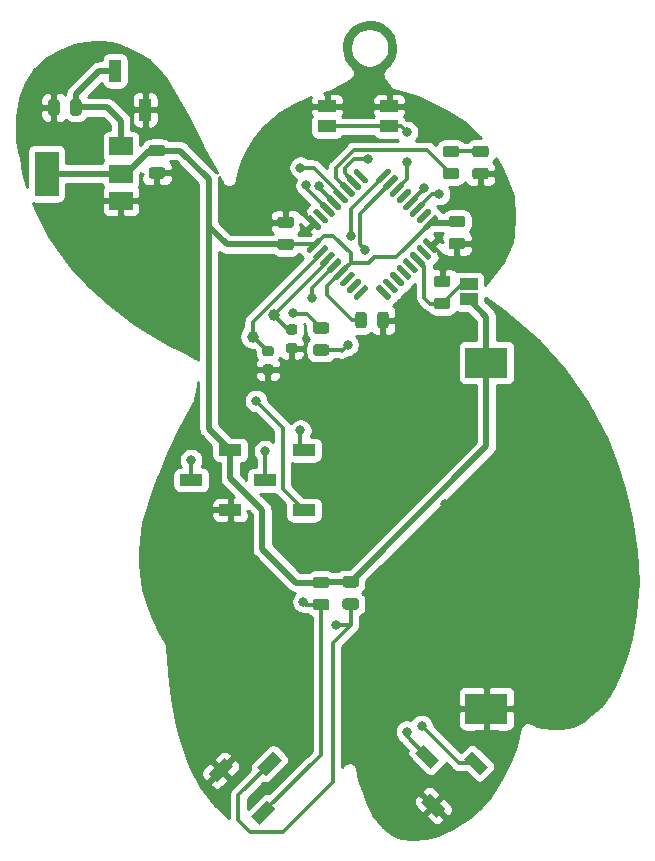
<source format=gbr>
%TF.GenerationSoftware,KiCad,Pcbnew,(5.1.6)-1*%
%TF.CreationDate,2020-12-12T17:11:38+01:00*%
%TF.ProjectId,stm32L412K8T6,73746d33-324c-4343-9132-4b3854362e6b,rev?*%
%TF.SameCoordinates,Original*%
%TF.FileFunction,Copper,L1,Top*%
%TF.FilePolarity,Positive*%
%FSLAX46Y46*%
G04 Gerber Fmt 4.6, Leading zero omitted, Abs format (unit mm)*
G04 Created by KiCad (PCBNEW (5.1.6)-1) date 2020-12-12 17:11:38*
%MOMM*%
%LPD*%
G01*
G04 APERTURE LIST*
%TA.AperFunction,SMDPad,CuDef*%
%ADD10R,3.600000X2.600000*%
%TD*%
%TA.AperFunction,SMDPad,CuDef*%
%ADD11R,1.500000X1.000000*%
%TD*%
%TA.AperFunction,SMDPad,CuDef*%
%ADD12R,1.550000X1.000000*%
%TD*%
%TA.AperFunction,ComponentPad*%
%ADD13C,1.000000*%
%TD*%
%TA.AperFunction,SMDPad,CuDef*%
%ADD14R,1.900000X1.000000*%
%TD*%
%TA.AperFunction,SMDPad,CuDef*%
%ADD15C,0.100000*%
%TD*%
%TA.AperFunction,SMDPad,CuDef*%
%ADD16R,1.000000X1.900000*%
%TD*%
%TA.AperFunction,SMDPad,CuDef*%
%ADD17R,2.000000X1.500000*%
%TD*%
%TA.AperFunction,SMDPad,CuDef*%
%ADD18R,2.000000X3.800000*%
%TD*%
%TA.AperFunction,ViaPad*%
%ADD19C,0.800000*%
%TD*%
%TA.AperFunction,Conductor*%
%ADD20C,0.500000*%
%TD*%
%TA.AperFunction,Conductor*%
%ADD21C,0.300000*%
%TD*%
%TA.AperFunction,Conductor*%
%ADD22C,0.254000*%
%TD*%
G04 APERTURE END LIST*
D10*
%TO.P,BT1,2*%
%TO.N,GND*%
X202500000Y-114300000D03*
%TO.P,BT1,1*%
%TO.N,+3V3*%
X202500000Y-85000000D03*
%TD*%
D11*
%TO.P,JP1,1*%
%TO.N,+3V3*%
X201000000Y-79650000D03*
%TO.P,JP1,2*%
%TO.N,BOOT0*%
X201000000Y-78350000D03*
%TD*%
%TO.P,C1,2*%
%TO.N,GND*%
%TA.AperFunction,SMDPad,CuDef*%
G36*
G01*
X185956250Y-73612500D02*
X185043750Y-73612500D01*
G75*
G02*
X184800000Y-73368750I0J243750D01*
G01*
X184800000Y-72881250D01*
G75*
G02*
X185043750Y-72637500I243750J0D01*
G01*
X185956250Y-72637500D01*
G75*
G02*
X186200000Y-72881250I0J-243750D01*
G01*
X186200000Y-73368750D01*
G75*
G02*
X185956250Y-73612500I-243750J0D01*
G01*
G37*
%TD.AperFunction*%
%TO.P,C1,1*%
%TO.N,+3V3*%
%TA.AperFunction,SMDPad,CuDef*%
G36*
G01*
X185956250Y-75487500D02*
X185043750Y-75487500D01*
G75*
G02*
X184800000Y-75243750I0J243750D01*
G01*
X184800000Y-74756250D01*
G75*
G02*
X185043750Y-74512500I243750J0D01*
G01*
X185956250Y-74512500D01*
G75*
G02*
X186200000Y-74756250I0J-243750D01*
G01*
X186200000Y-75243750D01*
G75*
G02*
X185956250Y-75487500I-243750J0D01*
G01*
G37*
%TD.AperFunction*%
%TD*%
D12*
%TO.P,B,1*%
%TO.N,BUTTON*%
X189000000Y-65000000D03*
X194250000Y-65000000D03*
%TO.P,B,2*%
%TO.N,GND*%
X194250000Y-63300000D03*
X189000000Y-63300000D03*
%TD*%
D13*
%TO.P,Y1,2*%
%TO.N,14_OSC_IN*%
X182703949Y-82796051D03*
%TO.P,Y1,1*%
%TO.N,15_OSC_OUT*%
X184500000Y-81000000D03*
%TD*%
D14*
%TO.P,J6,3*%
%TO.N,SWCLK*%
X187050000Y-97490000D03*
%TO.P,J6,1*%
%TO.N,SWO*%
X187050000Y-92410000D03*
%TO.P,J6,2*%
%TO.N,SWDIO*%
X183750000Y-94950000D03*
%TD*%
%TA.AperFunction,SMDPad,CuDef*%
D15*
%TO.P,J5,3*%
%TO.N,GND*%
G36*
X180318198Y-118474695D02*
G01*
X181025305Y-119181802D01*
X179681802Y-120525305D01*
X178974695Y-119818198D01*
X180318198Y-118474695D01*
G37*
%TD.AperFunction*%
%TA.AperFunction,SMDPad,CuDef*%
%TO.P,J5,1*%
%TO.N,SDA*%
G36*
X183910300Y-122066797D02*
G01*
X184617407Y-122773904D01*
X183273904Y-124117407D01*
X182566797Y-123410300D01*
X183910300Y-122066797D01*
G37*
%TD.AperFunction*%
%TA.AperFunction,SMDPad,CuDef*%
%TO.P,J5,2*%
%TO.N,SCL*%
G36*
X184447701Y-117937294D02*
G01*
X185154808Y-118644401D01*
X183811305Y-119987904D01*
X183104198Y-119280797D01*
X184447701Y-117937294D01*
G37*
%TD.AperFunction*%
%TD*%
D14*
%TO.P,J4,3*%
%TO.N,GND*%
X180800000Y-97480000D03*
%TO.P,J4,1*%
%TO.N,+3V3*%
X180800000Y-92400000D03*
%TO.P,J4,2*%
%TO.N,NRST*%
X177500000Y-94940000D03*
%TD*%
%TA.AperFunction,SMDPad,CuDef*%
D15*
%TO.P,J2,3*%
%TO.N,GND*%
G36*
X196974695Y-122181802D02*
G01*
X197681802Y-121474695D01*
X199025305Y-122818198D01*
X198318198Y-123525305D01*
X196974695Y-122181802D01*
G37*
%TD.AperFunction*%
%TA.AperFunction,SMDPad,CuDef*%
%TO.P,J2,1*%
%TO.N,RX*%
G36*
X200566797Y-118589700D02*
G01*
X201273904Y-117882593D01*
X202617407Y-119226096D01*
X201910300Y-119933203D01*
X200566797Y-118589700D01*
G37*
%TD.AperFunction*%
%TA.AperFunction,SMDPad,CuDef*%
%TO.P,J2,2*%
%TO.N,TX*%
G36*
X196437294Y-118052299D02*
G01*
X197144401Y-117345192D01*
X198487904Y-118688695D01*
X197780797Y-119395802D01*
X196437294Y-118052299D01*
G37*
%TD.AperFunction*%
%TD*%
D16*
%TO.P,J1,1*%
%TO.N,GND*%
X173600000Y-63600000D03*
%TO.P,J1,2*%
%TO.N,INPUT*%
X171060000Y-60300000D03*
%TD*%
%TO.P,U1,1*%
%TO.N,+3V3*%
%TA.AperFunction,SMDPad,CuDef*%
G36*
G01*
X187459604Y-75728947D02*
X187282828Y-75552170D01*
G75*
G02*
X187282828Y-75375394I88388J88388D01*
G01*
X188166711Y-74491511D01*
G75*
G02*
X188343487Y-74491511I88388J-88388D01*
G01*
X188520264Y-74668288D01*
G75*
G02*
X188520264Y-74845064I-88388J-88388D01*
G01*
X187636381Y-75728947D01*
G75*
G02*
X187459605Y-75728947I-88388J88388D01*
G01*
G37*
%TD.AperFunction*%
%TO.P,U1,2*%
%TO.N,14_OSC_IN*%
%TA.AperFunction,SMDPad,CuDef*%
G36*
G01*
X188025290Y-76294632D02*
X187848514Y-76117855D01*
G75*
G02*
X187848514Y-75941079I88388J88388D01*
G01*
X188732397Y-75057196D01*
G75*
G02*
X188909173Y-75057196I88388J-88388D01*
G01*
X189085950Y-75233973D01*
G75*
G02*
X189085950Y-75410749I-88388J-88388D01*
G01*
X188202067Y-76294632D01*
G75*
G02*
X188025291Y-76294632I-88388J88388D01*
G01*
G37*
%TD.AperFunction*%
%TO.P,U1,3*%
%TO.N,15_OSC_OUT*%
%TA.AperFunction,SMDPad,CuDef*%
G36*
G01*
X188590975Y-76860318D02*
X188414199Y-76683541D01*
G75*
G02*
X188414199Y-76506765I88388J88388D01*
G01*
X189298082Y-75622882D01*
G75*
G02*
X189474858Y-75622882I88388J-88388D01*
G01*
X189651635Y-75799659D01*
G75*
G02*
X189651635Y-75976435I-88388J-88388D01*
G01*
X188767752Y-76860318D01*
G75*
G02*
X188590976Y-76860318I-88388J88388D01*
G01*
G37*
%TD.AperFunction*%
%TO.P,U1,4*%
%TO.N,NRST*%
%TA.AperFunction,SMDPad,CuDef*%
G36*
G01*
X189156660Y-77426003D02*
X188979884Y-77249226D01*
G75*
G02*
X188979884Y-77072450I88388J88388D01*
G01*
X189863767Y-76188567D01*
G75*
G02*
X190040543Y-76188567I88388J-88388D01*
G01*
X190217320Y-76365344D01*
G75*
G02*
X190217320Y-76542120I-88388J-88388D01*
G01*
X189333437Y-77426003D01*
G75*
G02*
X189156661Y-77426003I-88388J88388D01*
G01*
G37*
%TD.AperFunction*%
%TO.P,U1,5*%
%TO.N,+3V3*%
%TA.AperFunction,SMDPad,CuDef*%
G36*
G01*
X189722346Y-77991689D02*
X189545570Y-77814912D01*
G75*
G02*
X189545570Y-77638136I88388J88388D01*
G01*
X190429453Y-76754253D01*
G75*
G02*
X190606229Y-76754253I88388J-88388D01*
G01*
X190783006Y-76931030D01*
G75*
G02*
X190783006Y-77107806I-88388J-88388D01*
G01*
X189899123Y-77991689D01*
G75*
G02*
X189722347Y-77991689I-88388J88388D01*
G01*
G37*
%TD.AperFunction*%
%TO.P,U1,6*%
%TO.N,N/C*%
%TA.AperFunction,SMDPad,CuDef*%
G36*
G01*
X190288031Y-78557374D02*
X190111255Y-78380597D01*
G75*
G02*
X190111255Y-78203821I88388J88388D01*
G01*
X190995138Y-77319938D01*
G75*
G02*
X191171914Y-77319938I88388J-88388D01*
G01*
X191348691Y-77496715D01*
G75*
G02*
X191348691Y-77673491I-88388J-88388D01*
G01*
X190464808Y-78557374D01*
G75*
G02*
X190288032Y-78557374I-88388J88388D01*
G01*
G37*
%TD.AperFunction*%
%TO.P,U1,7*%
%TA.AperFunction,SMDPad,CuDef*%
G36*
G01*
X190853717Y-79123059D02*
X190676941Y-78946282D01*
G75*
G02*
X190676941Y-78769506I88388J88388D01*
G01*
X191560824Y-77885623D01*
G75*
G02*
X191737600Y-77885623I88388J-88388D01*
G01*
X191914377Y-78062400D01*
G75*
G02*
X191914377Y-78239176I-88388J-88388D01*
G01*
X191030494Y-79123059D01*
G75*
G02*
X190853718Y-79123059I-88388J88388D01*
G01*
G37*
%TD.AperFunction*%
%TO.P,U1,8*%
%TA.AperFunction,SMDPad,CuDef*%
G36*
G01*
X191419402Y-79688745D02*
X191242626Y-79511968D01*
G75*
G02*
X191242626Y-79335192I88388J88388D01*
G01*
X192126509Y-78451309D01*
G75*
G02*
X192303285Y-78451309I88388J-88388D01*
G01*
X192480062Y-78628086D01*
G75*
G02*
X192480062Y-78804862I-88388J-88388D01*
G01*
X191596179Y-79688745D01*
G75*
G02*
X191419403Y-79688745I-88388J88388D01*
G01*
G37*
%TD.AperFunction*%
%TO.P,U1,9*%
%TA.AperFunction,SMDPad,CuDef*%
G36*
G01*
X194071053Y-79688745D02*
X193187170Y-78804862D01*
G75*
G02*
X193187170Y-78628086I88388J88388D01*
G01*
X193363947Y-78451309D01*
G75*
G02*
X193540723Y-78451309I88388J-88388D01*
G01*
X194424606Y-79335192D01*
G75*
G02*
X194424606Y-79511968I-88388J-88388D01*
G01*
X194247829Y-79688745D01*
G75*
G02*
X194071053Y-79688745I-88388J88388D01*
G01*
G37*
%TD.AperFunction*%
%TO.P,U1,10*%
%TA.AperFunction,SMDPad,CuDef*%
G36*
G01*
X194636738Y-79123059D02*
X193752855Y-78239176D01*
G75*
G02*
X193752855Y-78062400I88388J88388D01*
G01*
X193929632Y-77885623D01*
G75*
G02*
X194106408Y-77885623I88388J-88388D01*
G01*
X194990291Y-78769506D01*
G75*
G02*
X194990291Y-78946282I-88388J-88388D01*
G01*
X194813514Y-79123059D01*
G75*
G02*
X194636738Y-79123059I-88388J88388D01*
G01*
G37*
%TD.AperFunction*%
%TO.P,U1,11*%
%TA.AperFunction,SMDPad,CuDef*%
G36*
G01*
X195202424Y-78557374D02*
X194318541Y-77673491D01*
G75*
G02*
X194318541Y-77496715I88388J88388D01*
G01*
X194495318Y-77319938D01*
G75*
G02*
X194672094Y-77319938I88388J-88388D01*
G01*
X195555977Y-78203821D01*
G75*
G02*
X195555977Y-78380597I-88388J-88388D01*
G01*
X195379200Y-78557374D01*
G75*
G02*
X195202424Y-78557374I-88388J88388D01*
G01*
G37*
%TD.AperFunction*%
%TO.P,U1,12*%
%TA.AperFunction,SMDPad,CuDef*%
G36*
G01*
X195768109Y-77991689D02*
X194884226Y-77107806D01*
G75*
G02*
X194884226Y-76931030I88388J88388D01*
G01*
X195061003Y-76754253D01*
G75*
G02*
X195237779Y-76754253I88388J-88388D01*
G01*
X196121662Y-77638136D01*
G75*
G02*
X196121662Y-77814912I-88388J-88388D01*
G01*
X195944885Y-77991689D01*
G75*
G02*
X195768109Y-77991689I-88388J88388D01*
G01*
G37*
%TD.AperFunction*%
%TO.P,U1,13*%
%TA.AperFunction,SMDPad,CuDef*%
G36*
G01*
X196333795Y-77426003D02*
X195449912Y-76542120D01*
G75*
G02*
X195449912Y-76365344I88388J88388D01*
G01*
X195626689Y-76188567D01*
G75*
G02*
X195803465Y-76188567I88388J-88388D01*
G01*
X196687348Y-77072450D01*
G75*
G02*
X196687348Y-77249226I-88388J-88388D01*
G01*
X196510571Y-77426003D01*
G75*
G02*
X196333795Y-77426003I-88388J88388D01*
G01*
G37*
%TD.AperFunction*%
%TO.P,U1,14*%
%TO.N,BOOT0*%
%TA.AperFunction,SMDPad,CuDef*%
G36*
G01*
X196899480Y-76860318D02*
X196015597Y-75976435D01*
G75*
G02*
X196015597Y-75799659I88388J88388D01*
G01*
X196192374Y-75622882D01*
G75*
G02*
X196369150Y-75622882I88388J-88388D01*
G01*
X197253033Y-76506765D01*
G75*
G02*
X197253033Y-76683541I-88388J-88388D01*
G01*
X197076256Y-76860318D01*
G75*
G02*
X196899480Y-76860318I-88388J88388D01*
G01*
G37*
%TD.AperFunction*%
%TO.P,U1,15*%
%TO.N,N/C*%
%TA.AperFunction,SMDPad,CuDef*%
G36*
G01*
X197465165Y-76294632D02*
X196581282Y-75410749D01*
G75*
G02*
X196581282Y-75233973I88388J88388D01*
G01*
X196758059Y-75057196D01*
G75*
G02*
X196934835Y-75057196I88388J-88388D01*
G01*
X197818718Y-75941079D01*
G75*
G02*
X197818718Y-76117855I-88388J-88388D01*
G01*
X197641941Y-76294632D01*
G75*
G02*
X197465165Y-76294632I-88388J88388D01*
G01*
G37*
%TD.AperFunction*%
%TO.P,U1,16*%
%TO.N,GND*%
%TA.AperFunction,SMDPad,CuDef*%
G36*
G01*
X198030851Y-75728947D02*
X197146968Y-74845064D01*
G75*
G02*
X197146968Y-74668288I88388J88388D01*
G01*
X197323745Y-74491511D01*
G75*
G02*
X197500521Y-74491511I88388J-88388D01*
G01*
X198384404Y-75375394D01*
G75*
G02*
X198384404Y-75552170I-88388J-88388D01*
G01*
X198207627Y-75728947D01*
G75*
G02*
X198030851Y-75728947I-88388J88388D01*
G01*
G37*
%TD.AperFunction*%
%TO.P,U1,17*%
%TO.N,+3V3*%
%TA.AperFunction,SMDPad,CuDef*%
G36*
G01*
X197323744Y-73784403D02*
X197146968Y-73607626D01*
G75*
G02*
X197146968Y-73430850I88388J88388D01*
G01*
X198030851Y-72546967D01*
G75*
G02*
X198207627Y-72546967I88388J-88388D01*
G01*
X198384404Y-72723744D01*
G75*
G02*
X198384404Y-72900520I-88388J-88388D01*
G01*
X197500521Y-73784403D01*
G75*
G02*
X197323745Y-73784403I-88388J88388D01*
G01*
G37*
%TD.AperFunction*%
%TO.P,U1,18*%
%TO.N,N/C*%
%TA.AperFunction,SMDPad,CuDef*%
G36*
G01*
X196758058Y-73218718D02*
X196581282Y-73041941D01*
G75*
G02*
X196581282Y-72865165I88388J88388D01*
G01*
X197465165Y-71981282D01*
G75*
G02*
X197641941Y-71981282I88388J-88388D01*
G01*
X197818718Y-72158059D01*
G75*
G02*
X197818718Y-72334835I-88388J-88388D01*
G01*
X196934835Y-73218718D01*
G75*
G02*
X196758059Y-73218718I-88388J88388D01*
G01*
G37*
%TD.AperFunction*%
%TO.P,U1,19*%
%TO.N,RX*%
%TA.AperFunction,SMDPad,CuDef*%
G36*
G01*
X196192373Y-72653032D02*
X196015597Y-72476255D01*
G75*
G02*
X196015597Y-72299479I88388J88388D01*
G01*
X196899480Y-71415596D01*
G75*
G02*
X197076256Y-71415596I88388J-88388D01*
G01*
X197253033Y-71592373D01*
G75*
G02*
X197253033Y-71769149I-88388J-88388D01*
G01*
X196369150Y-72653032D01*
G75*
G02*
X196192374Y-72653032I-88388J88388D01*
G01*
G37*
%TD.AperFunction*%
%TO.P,U1,20*%
%TO.N,TX*%
%TA.AperFunction,SMDPad,CuDef*%
G36*
G01*
X195626688Y-72087347D02*
X195449912Y-71910570D01*
G75*
G02*
X195449912Y-71733794I88388J88388D01*
G01*
X196333795Y-70849911D01*
G75*
G02*
X196510571Y-70849911I88388J-88388D01*
G01*
X196687348Y-71026688D01*
G75*
G02*
X196687348Y-71203464I-88388J-88388D01*
G01*
X195803465Y-72087347D01*
G75*
G02*
X195626689Y-72087347I-88388J88388D01*
G01*
G37*
%TD.AperFunction*%
%TO.P,U1,21*%
%TO.N,N/C*%
%TA.AperFunction,SMDPad,CuDef*%
G36*
G01*
X195061002Y-71521661D02*
X194884226Y-71344884D01*
G75*
G02*
X194884226Y-71168108I88388J88388D01*
G01*
X195768109Y-70284225D01*
G75*
G02*
X195944885Y-70284225I88388J-88388D01*
G01*
X196121662Y-70461002D01*
G75*
G02*
X196121662Y-70637778I-88388J-88388D01*
G01*
X195237779Y-71521661D01*
G75*
G02*
X195061003Y-71521661I-88388J88388D01*
G01*
G37*
%TD.AperFunction*%
%TO.P,U1,22*%
%TO.N,BUTTON*%
%TA.AperFunction,SMDPad,CuDef*%
G36*
G01*
X194495317Y-70955976D02*
X194318541Y-70779199D01*
G75*
G02*
X194318541Y-70602423I88388J88388D01*
G01*
X195202424Y-69718540D01*
G75*
G02*
X195379200Y-69718540I88388J-88388D01*
G01*
X195555977Y-69895317D01*
G75*
G02*
X195555977Y-70072093I-88388J-88388D01*
G01*
X194672094Y-70955976D01*
G75*
G02*
X194495318Y-70955976I-88388J88388D01*
G01*
G37*
%TD.AperFunction*%
%TO.P,U1,23*%
%TO.N,SWDIO*%
%TA.AperFunction,SMDPad,CuDef*%
G36*
G01*
X193929631Y-70390291D02*
X193752855Y-70213514D01*
G75*
G02*
X193752855Y-70036738I88388J88388D01*
G01*
X194636738Y-69152855D01*
G75*
G02*
X194813514Y-69152855I88388J-88388D01*
G01*
X194990291Y-69329632D01*
G75*
G02*
X194990291Y-69506408I-88388J-88388D01*
G01*
X194106408Y-70390291D01*
G75*
G02*
X193929632Y-70390291I-88388J88388D01*
G01*
G37*
%TD.AperFunction*%
%TO.P,U1,24*%
%TO.N,SWCLK*%
%TA.AperFunction,SMDPad,CuDef*%
G36*
G01*
X193363946Y-69824605D02*
X193187170Y-69647828D01*
G75*
G02*
X193187170Y-69471052I88388J88388D01*
G01*
X194071053Y-68587169D01*
G75*
G02*
X194247829Y-68587169I88388J-88388D01*
G01*
X194424606Y-68763946D01*
G75*
G02*
X194424606Y-68940722I-88388J-88388D01*
G01*
X193540723Y-69824605D01*
G75*
G02*
X193363947Y-69824605I-88388J88388D01*
G01*
G37*
%TD.AperFunction*%
%TO.P,U1,25*%
%TO.N,N/C*%
%TA.AperFunction,SMDPad,CuDef*%
G36*
G01*
X192126509Y-69824605D02*
X191242626Y-68940722D01*
G75*
G02*
X191242626Y-68763946I88388J88388D01*
G01*
X191419403Y-68587169D01*
G75*
G02*
X191596179Y-68587169I88388J-88388D01*
G01*
X192480062Y-69471052D01*
G75*
G02*
X192480062Y-69647828I-88388J-88388D01*
G01*
X192303285Y-69824605D01*
G75*
G02*
X192126509Y-69824605I-88388J88388D01*
G01*
G37*
%TD.AperFunction*%
%TO.P,U1,26*%
%TO.N,SWO*%
%TA.AperFunction,SMDPad,CuDef*%
G36*
G01*
X191560824Y-70390291D02*
X190676941Y-69506408D01*
G75*
G02*
X190676941Y-69329632I88388J88388D01*
G01*
X190853718Y-69152855D01*
G75*
G02*
X191030494Y-69152855I88388J-88388D01*
G01*
X191914377Y-70036738D01*
G75*
G02*
X191914377Y-70213514I-88388J-88388D01*
G01*
X191737600Y-70390291D01*
G75*
G02*
X191560824Y-70390291I-88388J88388D01*
G01*
G37*
%TD.AperFunction*%
%TO.P,U1,27*%
%TO.N,LED_RED*%
%TA.AperFunction,SMDPad,CuDef*%
G36*
G01*
X190995138Y-70955976D02*
X190111255Y-70072093D01*
G75*
G02*
X190111255Y-69895317I88388J88388D01*
G01*
X190288032Y-69718540D01*
G75*
G02*
X190464808Y-69718540I88388J-88388D01*
G01*
X191348691Y-70602423D01*
G75*
G02*
X191348691Y-70779199I-88388J-88388D01*
G01*
X191171914Y-70955976D01*
G75*
G02*
X190995138Y-70955976I-88388J88388D01*
G01*
G37*
%TD.AperFunction*%
%TO.P,U1,28*%
%TO.N,LED_GREEN*%
%TA.AperFunction,SMDPad,CuDef*%
G36*
G01*
X190429453Y-71521661D02*
X189545570Y-70637778D01*
G75*
G02*
X189545570Y-70461002I88388J88388D01*
G01*
X189722347Y-70284225D01*
G75*
G02*
X189899123Y-70284225I88388J-88388D01*
G01*
X190783006Y-71168108D01*
G75*
G02*
X190783006Y-71344884I-88388J-88388D01*
G01*
X190606229Y-71521661D01*
G75*
G02*
X190429453Y-71521661I-88388J88388D01*
G01*
G37*
%TD.AperFunction*%
%TO.P,U1,29*%
%TO.N,SCL*%
%TA.AperFunction,SMDPad,CuDef*%
G36*
G01*
X189863767Y-72087347D02*
X188979884Y-71203464D01*
G75*
G02*
X188979884Y-71026688I88388J88388D01*
G01*
X189156661Y-70849911D01*
G75*
G02*
X189333437Y-70849911I88388J-88388D01*
G01*
X190217320Y-71733794D01*
G75*
G02*
X190217320Y-71910570I-88388J-88388D01*
G01*
X190040543Y-72087347D01*
G75*
G02*
X189863767Y-72087347I-88388J88388D01*
G01*
G37*
%TD.AperFunction*%
%TO.P,U1,30*%
%TO.N,SDA*%
%TA.AperFunction,SMDPad,CuDef*%
G36*
G01*
X189298082Y-72653032D02*
X188414199Y-71769149D01*
G75*
G02*
X188414199Y-71592373I88388J88388D01*
G01*
X188590976Y-71415596D01*
G75*
G02*
X188767752Y-71415596I88388J-88388D01*
G01*
X189651635Y-72299479D01*
G75*
G02*
X189651635Y-72476255I-88388J-88388D01*
G01*
X189474858Y-72653032D01*
G75*
G02*
X189298082Y-72653032I-88388J88388D01*
G01*
G37*
%TD.AperFunction*%
%TO.P,U1,31*%
%TO.N,N/C*%
%TA.AperFunction,SMDPad,CuDef*%
G36*
G01*
X188732397Y-73218718D02*
X187848514Y-72334835D01*
G75*
G02*
X187848514Y-72158059I88388J88388D01*
G01*
X188025291Y-71981282D01*
G75*
G02*
X188202067Y-71981282I88388J-88388D01*
G01*
X189085950Y-72865165D01*
G75*
G02*
X189085950Y-73041941I-88388J-88388D01*
G01*
X188909173Y-73218718D01*
G75*
G02*
X188732397Y-73218718I-88388J88388D01*
G01*
G37*
%TD.AperFunction*%
%TO.P,U1,32*%
%TO.N,GND*%
%TA.AperFunction,SMDPad,CuDef*%
G36*
G01*
X188166711Y-73784403D02*
X187282828Y-72900520D01*
G75*
G02*
X187282828Y-72723744I88388J88388D01*
G01*
X187459605Y-72546967D01*
G75*
G02*
X187636381Y-72546967I88388J-88388D01*
G01*
X188520264Y-73430850D01*
G75*
G02*
X188520264Y-73607626I-88388J-88388D01*
G01*
X188343487Y-73784403D01*
G75*
G02*
X188166711Y-73784403I-88388J88388D01*
G01*
G37*
%TD.AperFunction*%
%TD*%
D17*
%TO.P,U2,1*%
%TO.N,GND*%
X171550000Y-71300000D03*
%TO.P,U2,3*%
%TO.N,INPUT*%
X171550000Y-66700000D03*
%TO.P,U2,2*%
%TO.N,+3V3*%
X171550000Y-69000000D03*
D18*
X165250000Y-69000000D03*
%TD*%
%TO.P,R7,2*%
%TO.N,Net-(D2-Pad2)*%
%TA.AperFunction,SMDPad,CuDef*%
G36*
G01*
X188956250Y-82550000D02*
X188043750Y-82550000D01*
G75*
G02*
X187800000Y-82306250I0J243750D01*
G01*
X187800000Y-81818750D01*
G75*
G02*
X188043750Y-81575000I243750J0D01*
G01*
X188956250Y-81575000D01*
G75*
G02*
X189200000Y-81818750I0J-243750D01*
G01*
X189200000Y-82306250D01*
G75*
G02*
X188956250Y-82550000I-243750J0D01*
G01*
G37*
%TD.AperFunction*%
%TO.P,R7,1*%
%TO.N,LED_GREEN*%
%TA.AperFunction,SMDPad,CuDef*%
G36*
G01*
X188956250Y-84425000D02*
X188043750Y-84425000D01*
G75*
G02*
X187800000Y-84181250I0J243750D01*
G01*
X187800000Y-83693750D01*
G75*
G02*
X188043750Y-83450000I243750J0D01*
G01*
X188956250Y-83450000D01*
G75*
G02*
X189200000Y-83693750I0J-243750D01*
G01*
X189200000Y-84181250D01*
G75*
G02*
X188956250Y-84425000I-243750J0D01*
G01*
G37*
%TD.AperFunction*%
%TD*%
%TO.P,R6,2*%
%TO.N,Net-(D1-Pad2)*%
%TA.AperFunction,SMDPad,CuDef*%
G36*
G01*
X199956250Y-67612500D02*
X199043750Y-67612500D01*
G75*
G02*
X198800000Y-67368750I0J243750D01*
G01*
X198800000Y-66881250D01*
G75*
G02*
X199043750Y-66637500I243750J0D01*
G01*
X199956250Y-66637500D01*
G75*
G02*
X200200000Y-66881250I0J-243750D01*
G01*
X200200000Y-67368750D01*
G75*
G02*
X199956250Y-67612500I-243750J0D01*
G01*
G37*
%TD.AperFunction*%
%TO.P,R6,1*%
%TO.N,LED_RED*%
%TA.AperFunction,SMDPad,CuDef*%
G36*
G01*
X199956250Y-69487500D02*
X199043750Y-69487500D01*
G75*
G02*
X198800000Y-69243750I0J243750D01*
G01*
X198800000Y-68756250D01*
G75*
G02*
X199043750Y-68512500I243750J0D01*
G01*
X199956250Y-68512500D01*
G75*
G02*
X200200000Y-68756250I0J-243750D01*
G01*
X200200000Y-69243750D01*
G75*
G02*
X199956250Y-69487500I-243750J0D01*
G01*
G37*
%TD.AperFunction*%
%TD*%
%TO.P,R5,2*%
%TO.N,GND*%
%TA.AperFunction,SMDPad,CuDef*%
G36*
G01*
X199206250Y-78612500D02*
X198293750Y-78612500D01*
G75*
G02*
X198050000Y-78368750I0J243750D01*
G01*
X198050000Y-77881250D01*
G75*
G02*
X198293750Y-77637500I243750J0D01*
G01*
X199206250Y-77637500D01*
G75*
G02*
X199450000Y-77881250I0J-243750D01*
G01*
X199450000Y-78368750D01*
G75*
G02*
X199206250Y-78612500I-243750J0D01*
G01*
G37*
%TD.AperFunction*%
%TO.P,R5,1*%
%TO.N,BOOT0*%
%TA.AperFunction,SMDPad,CuDef*%
G36*
G01*
X199206250Y-80487500D02*
X198293750Y-80487500D01*
G75*
G02*
X198050000Y-80243750I0J243750D01*
G01*
X198050000Y-79756250D01*
G75*
G02*
X198293750Y-79512500I243750J0D01*
G01*
X199206250Y-79512500D01*
G75*
G02*
X199450000Y-79756250I0J-243750D01*
G01*
X199450000Y-80243750D01*
G75*
G02*
X199206250Y-80487500I-243750J0D01*
G01*
G37*
%TD.AperFunction*%
%TD*%
%TO.P,R4,2*%
%TO.N,SCL*%
%TA.AperFunction,SMDPad,CuDef*%
G36*
G01*
X190543750Y-104950000D02*
X191456250Y-104950000D01*
G75*
G02*
X191700000Y-105193750I0J-243750D01*
G01*
X191700000Y-105681250D01*
G75*
G02*
X191456250Y-105925000I-243750J0D01*
G01*
X190543750Y-105925000D01*
G75*
G02*
X190300000Y-105681250I0J243750D01*
G01*
X190300000Y-105193750D01*
G75*
G02*
X190543750Y-104950000I243750J0D01*
G01*
G37*
%TD.AperFunction*%
%TO.P,R4,1*%
%TO.N,+3V3*%
%TA.AperFunction,SMDPad,CuDef*%
G36*
G01*
X190543750Y-103075000D02*
X191456250Y-103075000D01*
G75*
G02*
X191700000Y-103318750I0J-243750D01*
G01*
X191700000Y-103806250D01*
G75*
G02*
X191456250Y-104050000I-243750J0D01*
G01*
X190543750Y-104050000D01*
G75*
G02*
X190300000Y-103806250I0J243750D01*
G01*
X190300000Y-103318750D01*
G75*
G02*
X190543750Y-103075000I243750J0D01*
G01*
G37*
%TD.AperFunction*%
%TD*%
%TO.P,R3,2*%
%TO.N,SDA*%
%TA.AperFunction,SMDPad,CuDef*%
G36*
G01*
X188043750Y-105012500D02*
X188956250Y-105012500D01*
G75*
G02*
X189200000Y-105256250I0J-243750D01*
G01*
X189200000Y-105743750D01*
G75*
G02*
X188956250Y-105987500I-243750J0D01*
G01*
X188043750Y-105987500D01*
G75*
G02*
X187800000Y-105743750I0J243750D01*
G01*
X187800000Y-105256250D01*
G75*
G02*
X188043750Y-105012500I243750J0D01*
G01*
G37*
%TD.AperFunction*%
%TO.P,R3,1*%
%TO.N,+3V3*%
%TA.AperFunction,SMDPad,CuDef*%
G36*
G01*
X188043750Y-103137500D02*
X188956250Y-103137500D01*
G75*
G02*
X189200000Y-103381250I0J-243750D01*
G01*
X189200000Y-103868750D01*
G75*
G02*
X188956250Y-104112500I-243750J0D01*
G01*
X188043750Y-104112500D01*
G75*
G02*
X187800000Y-103868750I0J243750D01*
G01*
X187800000Y-103381250D01*
G75*
G02*
X188043750Y-103137500I243750J0D01*
G01*
G37*
%TD.AperFunction*%
%TD*%
%TO.P,D1,2*%
%TO.N,Net-(D1-Pad2)*%
%TA.AperFunction,SMDPad,CuDef*%
G36*
G01*
X202456250Y-67612500D02*
X201543750Y-67612500D01*
G75*
G02*
X201300000Y-67368750I0J243750D01*
G01*
X201300000Y-66881250D01*
G75*
G02*
X201543750Y-66637500I243750J0D01*
G01*
X202456250Y-66637500D01*
G75*
G02*
X202700000Y-66881250I0J-243750D01*
G01*
X202700000Y-67368750D01*
G75*
G02*
X202456250Y-67612500I-243750J0D01*
G01*
G37*
%TD.AperFunction*%
%TO.P,D1,1*%
%TO.N,GND*%
%TA.AperFunction,SMDPad,CuDef*%
G36*
G01*
X202456250Y-69487500D02*
X201543750Y-69487500D01*
G75*
G02*
X201300000Y-69243750I0J243750D01*
G01*
X201300000Y-68756250D01*
G75*
G02*
X201543750Y-68512500I243750J0D01*
G01*
X202456250Y-68512500D01*
G75*
G02*
X202700000Y-68756250I0J-243750D01*
G01*
X202700000Y-69243750D01*
G75*
G02*
X202456250Y-69487500I-243750J0D01*
G01*
G37*
%TD.AperFunction*%
%TD*%
%TO.P,C7,2*%
%TO.N,GND*%
%TA.AperFunction,SMDPad,CuDef*%
G36*
G01*
X174143750Y-68450000D02*
X175056250Y-68450000D01*
G75*
G02*
X175300000Y-68693750I0J-243750D01*
G01*
X175300000Y-69181250D01*
G75*
G02*
X175056250Y-69425000I-243750J0D01*
G01*
X174143750Y-69425000D01*
G75*
G02*
X173900000Y-69181250I0J243750D01*
G01*
X173900000Y-68693750D01*
G75*
G02*
X174143750Y-68450000I243750J0D01*
G01*
G37*
%TD.AperFunction*%
%TO.P,C7,1*%
%TO.N,+3V3*%
%TA.AperFunction,SMDPad,CuDef*%
G36*
G01*
X174143750Y-66575000D02*
X175056250Y-66575000D01*
G75*
G02*
X175300000Y-66818750I0J-243750D01*
G01*
X175300000Y-67306250D01*
G75*
G02*
X175056250Y-67550000I-243750J0D01*
G01*
X174143750Y-67550000D01*
G75*
G02*
X173900000Y-67306250I0J243750D01*
G01*
X173900000Y-66818750D01*
G75*
G02*
X174143750Y-66575000I243750J0D01*
G01*
G37*
%TD.AperFunction*%
%TD*%
%TO.P,C6,2*%
%TO.N,GND*%
%TA.AperFunction,SMDPad,CuDef*%
G36*
G01*
X166350000Y-62943750D02*
X166350000Y-63856250D01*
G75*
G02*
X166106250Y-64100000I-243750J0D01*
G01*
X165618750Y-64100000D01*
G75*
G02*
X165375000Y-63856250I0J243750D01*
G01*
X165375000Y-62943750D01*
G75*
G02*
X165618750Y-62700000I243750J0D01*
G01*
X166106250Y-62700000D01*
G75*
G02*
X166350000Y-62943750I0J-243750D01*
G01*
G37*
%TD.AperFunction*%
%TO.P,C6,1*%
%TO.N,INPUT*%
%TA.AperFunction,SMDPad,CuDef*%
G36*
G01*
X168225000Y-62943750D02*
X168225000Y-63856250D01*
G75*
G02*
X167981250Y-64100000I-243750J0D01*
G01*
X167493750Y-64100000D01*
G75*
G02*
X167250000Y-63856250I0J243750D01*
G01*
X167250000Y-62943750D01*
G75*
G02*
X167493750Y-62700000I243750J0D01*
G01*
X167981250Y-62700000D01*
G75*
G02*
X168225000Y-62943750I0J-243750D01*
G01*
G37*
%TD.AperFunction*%
%TD*%
%TO.P,C5,2*%
%TO.N,GND*%
%TA.AperFunction,SMDPad,CuDef*%
G36*
G01*
X193250000Y-81856250D02*
X193250000Y-80943750D01*
G75*
G02*
X193493750Y-80700000I243750J0D01*
G01*
X193981250Y-80700000D01*
G75*
G02*
X194225000Y-80943750I0J-243750D01*
G01*
X194225000Y-81856250D01*
G75*
G02*
X193981250Y-82100000I-243750J0D01*
G01*
X193493750Y-82100000D01*
G75*
G02*
X193250000Y-81856250I0J243750D01*
G01*
G37*
%TD.AperFunction*%
%TO.P,C5,1*%
%TO.N,+3V3*%
%TA.AperFunction,SMDPad,CuDef*%
G36*
G01*
X191375000Y-81856250D02*
X191375000Y-80943750D01*
G75*
G02*
X191618750Y-80700000I243750J0D01*
G01*
X192106250Y-80700000D01*
G75*
G02*
X192350000Y-80943750I0J-243750D01*
G01*
X192350000Y-81856250D01*
G75*
G02*
X192106250Y-82100000I-243750J0D01*
G01*
X191618750Y-82100000D01*
G75*
G02*
X191375000Y-81856250I0J243750D01*
G01*
G37*
%TD.AperFunction*%
%TD*%
%TO.P,C4,2*%
%TO.N,GND*%
%TA.AperFunction,SMDPad,CuDef*%
G36*
G01*
X183743750Y-85162500D02*
X184256250Y-85162500D01*
G75*
G02*
X184475000Y-85381250I0J-218750D01*
G01*
X184475000Y-85818750D01*
G75*
G02*
X184256250Y-86037500I-218750J0D01*
G01*
X183743750Y-86037500D01*
G75*
G02*
X183525000Y-85818750I0J218750D01*
G01*
X183525000Y-85381250D01*
G75*
G02*
X183743750Y-85162500I218750J0D01*
G01*
G37*
%TD.AperFunction*%
%TO.P,C4,1*%
%TO.N,14_OSC_IN*%
%TA.AperFunction,SMDPad,CuDef*%
G36*
G01*
X183743750Y-83587500D02*
X184256250Y-83587500D01*
G75*
G02*
X184475000Y-83806250I0J-218750D01*
G01*
X184475000Y-84243750D01*
G75*
G02*
X184256250Y-84462500I-218750J0D01*
G01*
X183743750Y-84462500D01*
G75*
G02*
X183525000Y-84243750I0J218750D01*
G01*
X183525000Y-83806250D01*
G75*
G02*
X183743750Y-83587500I218750J0D01*
G01*
G37*
%TD.AperFunction*%
%TD*%
%TO.P,C3,2*%
%TO.N,GND*%
%TA.AperFunction,SMDPad,CuDef*%
G36*
G01*
X199543750Y-74450000D02*
X200456250Y-74450000D01*
G75*
G02*
X200700000Y-74693750I0J-243750D01*
G01*
X200700000Y-75181250D01*
G75*
G02*
X200456250Y-75425000I-243750J0D01*
G01*
X199543750Y-75425000D01*
G75*
G02*
X199300000Y-75181250I0J243750D01*
G01*
X199300000Y-74693750D01*
G75*
G02*
X199543750Y-74450000I243750J0D01*
G01*
G37*
%TD.AperFunction*%
%TO.P,C3,1*%
%TO.N,+3V3*%
%TA.AperFunction,SMDPad,CuDef*%
G36*
G01*
X199543750Y-72575000D02*
X200456250Y-72575000D01*
G75*
G02*
X200700000Y-72818750I0J-243750D01*
G01*
X200700000Y-73306250D01*
G75*
G02*
X200456250Y-73550000I-243750J0D01*
G01*
X199543750Y-73550000D01*
G75*
G02*
X199300000Y-73306250I0J243750D01*
G01*
X199300000Y-72818750D01*
G75*
G02*
X199543750Y-72575000I243750J0D01*
G01*
G37*
%TD.AperFunction*%
%TD*%
%TO.P,C2,2*%
%TO.N,GND*%
%TA.AperFunction,SMDPad,CuDef*%
G36*
G01*
X185743750Y-83350000D02*
X186256250Y-83350000D01*
G75*
G02*
X186475000Y-83568750I0J-218750D01*
G01*
X186475000Y-84006250D01*
G75*
G02*
X186256250Y-84225000I-218750J0D01*
G01*
X185743750Y-84225000D01*
G75*
G02*
X185525000Y-84006250I0J218750D01*
G01*
X185525000Y-83568750D01*
G75*
G02*
X185743750Y-83350000I218750J0D01*
G01*
G37*
%TD.AperFunction*%
%TO.P,C2,1*%
%TO.N,15_OSC_OUT*%
%TA.AperFunction,SMDPad,CuDef*%
G36*
G01*
X185743750Y-81775000D02*
X186256250Y-81775000D01*
G75*
G02*
X186475000Y-81993750I0J-218750D01*
G01*
X186475000Y-82431250D01*
G75*
G02*
X186256250Y-82650000I-218750J0D01*
G01*
X185743750Y-82650000D01*
G75*
G02*
X185525000Y-82431250I0J218750D01*
G01*
X185525000Y-81993750D01*
G75*
G02*
X185743750Y-81775000I218750J0D01*
G01*
G37*
%TD.AperFunction*%
%TD*%
D19*
%TO.N,GND*%
X199000000Y-97000000D03*
X171000000Y-74000000D03*
X171000000Y-77000000D03*
X173000000Y-79000000D03*
X175000000Y-81000000D03*
X177000000Y-83000000D03*
X177000000Y-80000000D03*
X175000000Y-78000000D03*
X173000000Y-76000000D03*
X169000000Y-75000000D03*
X176000000Y-102000000D03*
X179000000Y-102000000D03*
X179000000Y-105000000D03*
X176000000Y-105000000D03*
X182000000Y-105000000D03*
X182000000Y-102000000D03*
X179000000Y-108000000D03*
X182000000Y-108000000D03*
X179000000Y-111000000D03*
X182000000Y-111000000D03*
X179000000Y-114000000D03*
X182000000Y-114000000D03*
X203000000Y-75000000D03*
X203000000Y-72000000D03*
X196000000Y-83000000D03*
X199000000Y-83000000D03*
X201540000Y-97000000D03*
X204080000Y-97000000D03*
X206620000Y-97000000D03*
X199000000Y-99540000D03*
X201540000Y-99540000D03*
X204080000Y-99540000D03*
X206620000Y-99540000D03*
X199000000Y-102080000D03*
X201540000Y-102080000D03*
X204080000Y-102080000D03*
X206620000Y-102080000D03*
X199000000Y-104620000D03*
X201540000Y-104620000D03*
X204080000Y-104620000D03*
X206620000Y-104620000D03*
X199000000Y-107160000D03*
X201540000Y-107160000D03*
X204080000Y-107160000D03*
X206620000Y-107160000D03*
X176500000Y-65250000D03*
%TO.N,BUTTON*%
X195750000Y-68000000D03*
X195750000Y-65500000D03*
%TO.N,Net-(D2-Pad2)*%
X186100000Y-80800000D03*
%TO.N,TX*%
X197250000Y-70250000D03*
X195750000Y-116250000D03*
%TO.N,RX*%
X197000000Y-115750000D03*
X198500000Y-70750000D03*
%TO.N,NRST*%
X187750000Y-79500000D03*
X177500000Y-93250000D03*
%TO.N,SCL*%
X189750000Y-107250000D03*
X188280331Y-70030331D03*
%TO.N,SDA*%
X187000000Y-105250000D03*
X187250000Y-70000000D03*
%TO.N,SWCLK*%
X191000000Y-74250000D03*
X183000000Y-88250000D03*
%TO.N,SWDIO*%
X183750000Y-92500000D03*
X192250000Y-75500000D03*
%TO.N,SWO*%
X192500000Y-67750000D03*
X186750000Y-90750000D03*
%TO.N,LED_GREEN*%
X186750000Y-68500000D03*
X190750000Y-83500000D03*
%TD*%
D20*
%TO.N,+3V3*%
X165250000Y-69000000D02*
X171550000Y-69000000D01*
X171550000Y-69000000D02*
X172000000Y-69000000D01*
X173937500Y-67062500D02*
X174600000Y-67062500D01*
X172000000Y-69000000D02*
X173937500Y-67062500D01*
X174600000Y-67062500D02*
X176562500Y-67062500D01*
X176562500Y-67062500D02*
X179000000Y-69500000D01*
X179000000Y-90600000D02*
X180800000Y-92400000D01*
X202500000Y-81150000D02*
X201000000Y-79650000D01*
X202500000Y-85000000D02*
X202500000Y-81150000D01*
X202500000Y-92062500D02*
X191000000Y-103562500D01*
X202500000Y-85000000D02*
X202500000Y-92062500D01*
X188562500Y-103562500D02*
X188500000Y-103625000D01*
X191000000Y-103562500D02*
X188562500Y-103562500D01*
X180800000Y-92400000D02*
X180900000Y-92400000D01*
X180800000Y-92400000D02*
X180800000Y-94800000D01*
X180800000Y-94800000D02*
X183500000Y-97500000D01*
X183500000Y-97500000D02*
X183500000Y-100750000D01*
X186375000Y-103625000D02*
X188500000Y-103625000D01*
X183500000Y-100750000D02*
X186375000Y-103625000D01*
X179000000Y-73500000D02*
X180500000Y-75000000D01*
X179000000Y-73500000D02*
X179000000Y-90600000D01*
X179000000Y-69500000D02*
X179000000Y-73500000D01*
X180500000Y-75000000D02*
X185500000Y-75000000D01*
X199896815Y-73165685D02*
X200000000Y-73062500D01*
X197765686Y-73165685D02*
X199896815Y-73165685D01*
D21*
X187791317Y-75000000D02*
X187901546Y-75110229D01*
X185500000Y-75000000D02*
X187791317Y-75000000D01*
X187901546Y-75110229D02*
X187901546Y-75098454D01*
X187901546Y-75098454D02*
X188750000Y-74250000D01*
X188750000Y-74250000D02*
X189500000Y-74250000D01*
X189500000Y-74250000D02*
X191000000Y-75750000D01*
X191000000Y-76537259D02*
X190164288Y-77372971D01*
X191000000Y-75750000D02*
X191000000Y-76537259D01*
X191862500Y-81400000D02*
X191150000Y-81400000D01*
X191150000Y-81400000D02*
X189000000Y-79250000D01*
X189000000Y-78537259D02*
X190164288Y-77372971D01*
X189000000Y-79250000D02*
X189000000Y-78537259D01*
X191000000Y-76537259D02*
X192537259Y-76537259D01*
X192537259Y-76537259D02*
X193000000Y-76074518D01*
X194856853Y-76074518D02*
X197765686Y-73165685D01*
X193000000Y-76074518D02*
X194856853Y-76074518D01*
D20*
%TO.N,INPUT*%
X171060000Y-60300000D02*
X169700000Y-60300000D01*
X167737500Y-62262500D02*
X167737500Y-63400000D01*
X169700000Y-60300000D02*
X167737500Y-62262500D01*
X167737500Y-63400000D02*
X170400000Y-63400000D01*
X171550000Y-64550000D02*
X171550000Y-66700000D01*
X170400000Y-63400000D02*
X171550000Y-64550000D01*
D21*
%TO.N,BUTTON*%
X189000000Y-65000000D02*
X194250000Y-65000000D01*
X194937259Y-70337258D02*
X194937259Y-70312741D01*
X194937259Y-70312741D02*
X195750000Y-69500000D01*
X195750000Y-69500000D02*
X195750000Y-68000000D01*
X195750000Y-65500000D02*
X195250000Y-65000000D01*
X195250000Y-65000000D02*
X194250000Y-65000000D01*
%TO.N,Net-(D1-Pad2)*%
X199500000Y-67125000D02*
X202000000Y-67125000D01*
%TO.N,Net-(D2-Pad2)*%
X188500000Y-82062500D02*
X187300000Y-80862500D01*
X187300000Y-80862500D02*
X186162500Y-80862500D01*
X186162500Y-80862500D02*
X186100000Y-80800000D01*
%TO.N,TX*%
X196068630Y-71468629D02*
X196068630Y-71431370D01*
X196068630Y-71431370D02*
X197250000Y-70250000D01*
X195750000Y-116657898D02*
X197462599Y-118370497D01*
X195750000Y-116250000D02*
X195750000Y-116657898D01*
%TO.N,RX*%
X201592102Y-118907898D02*
X200157898Y-118907898D01*
X200157898Y-118907898D02*
X197000000Y-115750000D01*
X197918629Y-70750000D02*
X196634315Y-72034314D01*
X198500000Y-70750000D02*
X197918629Y-70750000D01*
%TO.N,NRST*%
X189598602Y-76807285D02*
X187750000Y-78655887D01*
X187750000Y-78655887D02*
X187750000Y-79500000D01*
X177500000Y-93250000D02*
X177500000Y-94940000D01*
%TO.N,SCL*%
X184129503Y-118962599D02*
X181500000Y-121592102D01*
X181500000Y-121592102D02*
X181500000Y-123750000D01*
X181500000Y-123750000D02*
X182500000Y-124750000D01*
X182500000Y-124750000D02*
X185250000Y-124750000D01*
X185250000Y-124750000D02*
X189500000Y-120500000D01*
X189500000Y-120500000D02*
X189500000Y-108750000D01*
X191000000Y-107250000D02*
X191000000Y-105437500D01*
X189500000Y-108750000D02*
X191000000Y-107250000D01*
X189598602Y-71468629D02*
X189000000Y-70870027D01*
X189750000Y-107250000D02*
X191000000Y-107250000D01*
X188280331Y-70150358D02*
X189598602Y-71468629D01*
X188280331Y-70030331D02*
X188280331Y-70150358D01*
%TO.N,SDA*%
X188500000Y-118184204D02*
X183592102Y-123092102D01*
X188500000Y-105500000D02*
X188500000Y-118184204D01*
X188500000Y-105500000D02*
X187250000Y-105500000D01*
X187250000Y-105500000D02*
X187000000Y-105250000D01*
X187250000Y-70251397D02*
X189032917Y-72034314D01*
X187250000Y-70000000D02*
X187250000Y-70251397D01*
%TO.N,SWCLK*%
X193805888Y-69205887D02*
X191000000Y-72011775D01*
X191000000Y-72011775D02*
X191000000Y-74250000D01*
X183000000Y-88250000D02*
X185250000Y-90500000D01*
X185250000Y-95690000D02*
X187050000Y-97490000D01*
X185250000Y-90500000D02*
X185250000Y-95690000D01*
%TO.N,SWDIO*%
X183750000Y-94950000D02*
X183750000Y-92500000D01*
X192250000Y-75500000D02*
X191750000Y-75000000D01*
X191750000Y-72393146D02*
X194371573Y-69771573D01*
X191750000Y-75000000D02*
X191750000Y-72393146D01*
%TO.N,SWO*%
X191295659Y-69771573D02*
X190500000Y-68975914D01*
X190500000Y-68975914D02*
X190500000Y-68500000D01*
X190500000Y-68500000D02*
X191250000Y-67750000D01*
X191250000Y-67750000D02*
X192500000Y-67750000D01*
X186750000Y-92110000D02*
X187050000Y-92410000D01*
X186750000Y-90750000D02*
X186750000Y-92110000D01*
%TO.N,15_OSC_OUT*%
X185712500Y-82212500D02*
X184500000Y-81000000D01*
X186000000Y-82212500D02*
X185712500Y-82212500D01*
X189032917Y-76467083D02*
X189032917Y-76241600D01*
X184500000Y-81000000D02*
X189032917Y-76467083D01*
%TO.N,14_OSC_IN*%
X182771051Y-82796051D02*
X184000000Y-84025000D01*
X182703949Y-82796051D02*
X182771051Y-82796051D01*
X188467232Y-75774766D02*
X188467232Y-75675914D01*
X182703949Y-81538049D02*
X188467232Y-75774766D01*
X182703949Y-82796051D02*
X182703949Y-81538049D01*
%TO.N,BOOT0*%
X197073970Y-76681255D02*
X197073970Y-76823970D01*
X196634315Y-76241600D02*
X197073970Y-76681255D01*
X197250000Y-79500000D02*
X197750000Y-80000000D01*
X197750000Y-80000000D02*
X198750000Y-80000000D01*
X196634315Y-76241600D02*
X197250000Y-76857285D01*
X197250000Y-76857285D02*
X197250000Y-79500000D01*
X200400000Y-78350000D02*
X198750000Y-80000000D01*
X201000000Y-78350000D02*
X200400000Y-78350000D01*
%TO.N,LED_GREEN*%
X187860002Y-68500000D02*
X186750000Y-68500000D01*
X190164288Y-70902943D02*
X190164288Y-70804286D01*
X190164288Y-70804286D02*
X187860002Y-68500000D01*
X190750000Y-83500000D02*
X190250000Y-84000000D01*
X190187500Y-83937500D02*
X188500000Y-83937500D01*
X190250000Y-84000000D02*
X190187500Y-83937500D01*
%TO.N,LED_RED*%
X191250000Y-67000000D02*
X197500000Y-67000000D01*
X189750000Y-68500000D02*
X191250000Y-67000000D01*
X197500000Y-67000000D02*
X199500000Y-69000000D01*
X190729973Y-70337258D02*
X189750000Y-69357285D01*
X189750000Y-69357285D02*
X189750000Y-68500000D01*
%TD*%
D22*
%TO.N,GND*%
G36*
X202394493Y-79524774D02*
G01*
X202437661Y-79551821D01*
X203996384Y-80623445D01*
X206840144Y-83074963D01*
X209082955Y-85512802D01*
X211035040Y-88343327D01*
X212699269Y-91475997D01*
X213576054Y-93716672D01*
X214261681Y-95969448D01*
X214750089Y-98118442D01*
X215143344Y-100969541D01*
X215337388Y-103589130D01*
X215044992Y-106318159D01*
X214753958Y-108355396D01*
X214371440Y-109598579D01*
X213882557Y-111065230D01*
X213313384Y-112393302D01*
X212849450Y-113135596D01*
X212203684Y-114058120D01*
X211382039Y-114788471D01*
X210631240Y-115351571D01*
X210205784Y-115606845D01*
X209811147Y-115764700D01*
X208934649Y-115940000D01*
X208136553Y-115940000D01*
X207290758Y-115846023D01*
X206806395Y-115765296D01*
X206317547Y-115520872D01*
X206283277Y-115500352D01*
X206229033Y-115480971D01*
X206175166Y-115460358D01*
X206167838Y-115459107D01*
X206160847Y-115456609D01*
X206103856Y-115448182D01*
X206047012Y-115438476D01*
X206039583Y-115438678D01*
X206032237Y-115437592D01*
X205974699Y-115440445D01*
X205917054Y-115442015D01*
X205909806Y-115443663D01*
X205902388Y-115444031D01*
X205846485Y-115458061D01*
X205790281Y-115470841D01*
X205783499Y-115473869D01*
X205776291Y-115475678D01*
X205724198Y-115500346D01*
X205671567Y-115523844D01*
X205665503Y-115528139D01*
X205658790Y-115531318D01*
X205612515Y-115565671D01*
X205565476Y-115598989D01*
X205560368Y-115604383D01*
X205554402Y-115608812D01*
X205515717Y-115651534D01*
X205476082Y-115693387D01*
X205472124Y-115699675D01*
X205467138Y-115705181D01*
X205437518Y-115754651D01*
X205406823Y-115803412D01*
X205404170Y-115810345D01*
X205400351Y-115816723D01*
X205380955Y-115871009D01*
X205360358Y-115924834D01*
X205353633Y-115964221D01*
X204969500Y-117500754D01*
X204495433Y-118733329D01*
X203723703Y-120276790D01*
X202770873Y-121801320D01*
X201934035Y-122731141D01*
X201095772Y-123476264D01*
X199684318Y-124417234D01*
X198382137Y-124975312D01*
X197384802Y-125247313D01*
X196299999Y-125337713D01*
X195233655Y-125248851D01*
X194810318Y-125107739D01*
X194521942Y-124891458D01*
X194521935Y-124891451D01*
X193757675Y-124318257D01*
X192892557Y-123280116D01*
X197399490Y-123280116D01*
X197399490Y-123504622D01*
X197867013Y-123976490D01*
X197963704Y-124055843D01*
X198074019Y-124114807D01*
X198193717Y-124151116D01*
X198318198Y-124163377D01*
X198442679Y-124151116D01*
X198562378Y-124114807D01*
X198672692Y-124055843D01*
X198769383Y-123976490D01*
X198918708Y-123822820D01*
X198918708Y-123598314D01*
X198000000Y-122679605D01*
X197399490Y-123280116D01*
X192892557Y-123280116D01*
X192868693Y-123251480D01*
X192410259Y-122181802D01*
X196336623Y-122181802D01*
X196348884Y-122306283D01*
X196385193Y-122425981D01*
X196444157Y-122536296D01*
X196523510Y-122632987D01*
X196995378Y-123100510D01*
X197219884Y-123100510D01*
X197820395Y-122500000D01*
X198179605Y-122500000D01*
X199098314Y-123418708D01*
X199322820Y-123418708D01*
X199476490Y-123269383D01*
X199555843Y-123172692D01*
X199614807Y-123062378D01*
X199651116Y-122942679D01*
X199663377Y-122818198D01*
X199651116Y-122693717D01*
X199614807Y-122574019D01*
X199555843Y-122463704D01*
X199476490Y-122367013D01*
X199004622Y-121899490D01*
X198780116Y-121899490D01*
X198179605Y-122500000D01*
X197820395Y-122500000D01*
X196901686Y-121581292D01*
X196677180Y-121581292D01*
X196523510Y-121730617D01*
X196444157Y-121827308D01*
X196385193Y-121937622D01*
X196348884Y-122057321D01*
X196336623Y-122181802D01*
X192410259Y-122181802D01*
X192315167Y-121959922D01*
X192038906Y-121177180D01*
X197081292Y-121177180D01*
X197081292Y-121401686D01*
X198000000Y-122320395D01*
X198600510Y-121719884D01*
X198600510Y-121495378D01*
X198132987Y-121023510D01*
X198036296Y-120944157D01*
X197925981Y-120885193D01*
X197806283Y-120848884D01*
X197681802Y-120836623D01*
X197557321Y-120848884D01*
X197437622Y-120885193D01*
X197327308Y-120944157D01*
X197230617Y-121023510D01*
X197081292Y-121177180D01*
X192038906Y-121177180D01*
X191737986Y-120324575D01*
X191558153Y-119425414D01*
X191557897Y-119416365D01*
X191545429Y-119361792D01*
X191540825Y-119338774D01*
X191538200Y-119330153D01*
X191528940Y-119289623D01*
X191519310Y-119268115D01*
X191512444Y-119245566D01*
X191492803Y-119208913D01*
X191475812Y-119170965D01*
X191462169Y-119151747D01*
X191451038Y-119130974D01*
X191424625Y-119098857D01*
X191400556Y-119064952D01*
X191383430Y-119048768D01*
X191368457Y-119030562D01*
X191336276Y-119004208D01*
X191306064Y-118975658D01*
X191286111Y-118963127D01*
X191267873Y-118948191D01*
X191231178Y-118928627D01*
X191195968Y-118906513D01*
X191173947Y-118898113D01*
X191153151Y-118887025D01*
X191113349Y-118874997D01*
X191074497Y-118860176D01*
X191051260Y-118856233D01*
X191028702Y-118849416D01*
X190987319Y-118845384D01*
X190946320Y-118838427D01*
X190922762Y-118839093D01*
X190899307Y-118836808D01*
X190857925Y-118840927D01*
X190816364Y-118842103D01*
X190793393Y-118847351D01*
X190769938Y-118849686D01*
X190730157Y-118861799D01*
X190689622Y-118871060D01*
X190668112Y-118880691D01*
X190645566Y-118887556D01*
X190608914Y-118907196D01*
X190570965Y-118924188D01*
X190551746Y-118937831D01*
X190530974Y-118948962D01*
X190498862Y-118975372D01*
X190464951Y-118999444D01*
X190448764Y-119016573D01*
X190430562Y-119031543D01*
X190404215Y-119063716D01*
X190375657Y-119093936D01*
X190363123Y-119113893D01*
X190348191Y-119132127D01*
X190328628Y-119168818D01*
X190306513Y-119204032D01*
X190298113Y-119226053D01*
X190287025Y-119246849D01*
X190285000Y-119253550D01*
X190285000Y-116148061D01*
X194715000Y-116148061D01*
X194715000Y-116351939D01*
X194754774Y-116551898D01*
X194832795Y-116740256D01*
X194946063Y-116909774D01*
X195050181Y-117013892D01*
X195094138Y-117096131D01*
X195192237Y-117215662D01*
X195222185Y-117240240D01*
X195834356Y-117852411D01*
X195811482Y-117927817D01*
X195799222Y-118052299D01*
X195811482Y-118176781D01*
X195847792Y-118296479D01*
X195906757Y-118406793D01*
X195986109Y-118503484D01*
X197329612Y-119846987D01*
X197426303Y-119926339D01*
X197536617Y-119985304D01*
X197656315Y-120021614D01*
X197780797Y-120033874D01*
X197905279Y-120021614D01*
X198024977Y-119985304D01*
X198135291Y-119926339D01*
X198231982Y-119846987D01*
X198939089Y-119139880D01*
X199018441Y-119043189D01*
X199075773Y-118935931D01*
X199575556Y-119435714D01*
X199600134Y-119465662D01*
X199630082Y-119490240D01*
X199630085Y-119490243D01*
X199659457Y-119514348D01*
X199719665Y-119563760D01*
X199822991Y-119618988D01*
X199856038Y-119636652D01*
X200004010Y-119681539D01*
X200018388Y-119682955D01*
X200119337Y-119692898D01*
X200119344Y-119692898D01*
X200157897Y-119696695D01*
X200196450Y-119692898D01*
X200767625Y-119692898D01*
X201459115Y-120384388D01*
X201555806Y-120463740D01*
X201666120Y-120522705D01*
X201785818Y-120559015D01*
X201910300Y-120571275D01*
X202034782Y-120559015D01*
X202154480Y-120522705D01*
X202264794Y-120463740D01*
X202361485Y-120384388D01*
X203068592Y-119677281D01*
X203147944Y-119580590D01*
X203206909Y-119470276D01*
X203243219Y-119350578D01*
X203255479Y-119226096D01*
X203243219Y-119101614D01*
X203206909Y-118981916D01*
X203147944Y-118871602D01*
X203068592Y-118774911D01*
X201725089Y-117431408D01*
X201628398Y-117352056D01*
X201518084Y-117293091D01*
X201398386Y-117256781D01*
X201273904Y-117244521D01*
X201149422Y-117256781D01*
X201029724Y-117293091D01*
X200919410Y-117352056D01*
X200822719Y-117431408D01*
X200307142Y-117946985D01*
X198035000Y-115674843D01*
X198035000Y-115648061D01*
X198025441Y-115600000D01*
X200061928Y-115600000D01*
X200074188Y-115724482D01*
X200110498Y-115844180D01*
X200169463Y-115954494D01*
X200248815Y-116051185D01*
X200345506Y-116130537D01*
X200455820Y-116189502D01*
X200575518Y-116225812D01*
X200700000Y-116238072D01*
X202214250Y-116235000D01*
X202373000Y-116076250D01*
X202373000Y-114427000D01*
X202627000Y-114427000D01*
X202627000Y-116076250D01*
X202785750Y-116235000D01*
X204300000Y-116238072D01*
X204424482Y-116225812D01*
X204544180Y-116189502D01*
X204654494Y-116130537D01*
X204751185Y-116051185D01*
X204830537Y-115954494D01*
X204889502Y-115844180D01*
X204925812Y-115724482D01*
X204938072Y-115600000D01*
X204935000Y-114585750D01*
X204776250Y-114427000D01*
X202627000Y-114427000D01*
X202373000Y-114427000D01*
X200223750Y-114427000D01*
X200065000Y-114585750D01*
X200061928Y-115600000D01*
X198025441Y-115600000D01*
X197995226Y-115448102D01*
X197917205Y-115259744D01*
X197803937Y-115090226D01*
X197659774Y-114946063D01*
X197490256Y-114832795D01*
X197301898Y-114754774D01*
X197101939Y-114715000D01*
X196898061Y-114715000D01*
X196698102Y-114754774D01*
X196509744Y-114832795D01*
X196340226Y-114946063D01*
X196196063Y-115090226D01*
X196082795Y-115259744D01*
X196080027Y-115266426D01*
X196051898Y-115254774D01*
X195851939Y-115215000D01*
X195648061Y-115215000D01*
X195448102Y-115254774D01*
X195259744Y-115332795D01*
X195090226Y-115446063D01*
X194946063Y-115590226D01*
X194832795Y-115759744D01*
X194754774Y-115948102D01*
X194715000Y-116148061D01*
X190285000Y-116148061D01*
X190285000Y-113000000D01*
X200061928Y-113000000D01*
X200065000Y-114014250D01*
X200223750Y-114173000D01*
X202373000Y-114173000D01*
X202373000Y-112523750D01*
X202627000Y-112523750D01*
X202627000Y-114173000D01*
X204776250Y-114173000D01*
X204935000Y-114014250D01*
X204938072Y-113000000D01*
X204925812Y-112875518D01*
X204889502Y-112755820D01*
X204830537Y-112645506D01*
X204751185Y-112548815D01*
X204654494Y-112469463D01*
X204544180Y-112410498D01*
X204424482Y-112374188D01*
X204300000Y-112361928D01*
X202785750Y-112365000D01*
X202627000Y-112523750D01*
X202373000Y-112523750D01*
X202214250Y-112365000D01*
X200700000Y-112361928D01*
X200575518Y-112374188D01*
X200455820Y-112410498D01*
X200345506Y-112469463D01*
X200248815Y-112548815D01*
X200169463Y-112645506D01*
X200110498Y-112755820D01*
X200074188Y-112875518D01*
X200061928Y-113000000D01*
X190285000Y-113000000D01*
X190285000Y-109075157D01*
X191527816Y-107832342D01*
X191557764Y-107807764D01*
X191587926Y-107771013D01*
X191613167Y-107740256D01*
X191655862Y-107688233D01*
X191728754Y-107551860D01*
X191773641Y-107403887D01*
X191788798Y-107250000D01*
X191785000Y-107211439D01*
X191785000Y-106498589D01*
X191793709Y-106495947D01*
X191946164Y-106414458D01*
X192079792Y-106304792D01*
X192189458Y-106171164D01*
X192270947Y-106018709D01*
X192321128Y-105853285D01*
X192338072Y-105681250D01*
X192338072Y-105193750D01*
X192321128Y-105021715D01*
X192270947Y-104856291D01*
X192189458Y-104703836D01*
X192079792Y-104570208D01*
X191994244Y-104500000D01*
X192079792Y-104429792D01*
X192189458Y-104296164D01*
X192270947Y-104143709D01*
X192321128Y-103978285D01*
X192338072Y-103806250D01*
X192338072Y-103476006D01*
X203095049Y-92719030D01*
X203128817Y-92691317D01*
X203239411Y-92556559D01*
X203321589Y-92402813D01*
X203356843Y-92286597D01*
X203372195Y-92235991D01*
X203375923Y-92198140D01*
X203385000Y-92105977D01*
X203385000Y-92105969D01*
X203389281Y-92062500D01*
X203385000Y-92019031D01*
X203385000Y-86938072D01*
X204300000Y-86938072D01*
X204424482Y-86925812D01*
X204544180Y-86889502D01*
X204654494Y-86830537D01*
X204751185Y-86751185D01*
X204830537Y-86654494D01*
X204889502Y-86544180D01*
X204925812Y-86424482D01*
X204938072Y-86300000D01*
X204938072Y-83700000D01*
X204925812Y-83575518D01*
X204889502Y-83455820D01*
X204830537Y-83345506D01*
X204751185Y-83248815D01*
X204654494Y-83169463D01*
X204544180Y-83110498D01*
X204424482Y-83074188D01*
X204300000Y-83061928D01*
X203385000Y-83061928D01*
X203385000Y-81193465D01*
X203389281Y-81149999D01*
X203385000Y-81106533D01*
X203385000Y-81106523D01*
X203372195Y-80976510D01*
X203321589Y-80809687D01*
X203239411Y-80655941D01*
X203179012Y-80582345D01*
X203156532Y-80554953D01*
X203156530Y-80554951D01*
X203128817Y-80521183D01*
X203095049Y-80493470D01*
X202388072Y-79786493D01*
X202388072Y-79518719D01*
X202394493Y-79524774D01*
G37*
X202394493Y-79524774D02*
X202437661Y-79551821D01*
X203996384Y-80623445D01*
X206840144Y-83074963D01*
X209082955Y-85512802D01*
X211035040Y-88343327D01*
X212699269Y-91475997D01*
X213576054Y-93716672D01*
X214261681Y-95969448D01*
X214750089Y-98118442D01*
X215143344Y-100969541D01*
X215337388Y-103589130D01*
X215044992Y-106318159D01*
X214753958Y-108355396D01*
X214371440Y-109598579D01*
X213882557Y-111065230D01*
X213313384Y-112393302D01*
X212849450Y-113135596D01*
X212203684Y-114058120D01*
X211382039Y-114788471D01*
X210631240Y-115351571D01*
X210205784Y-115606845D01*
X209811147Y-115764700D01*
X208934649Y-115940000D01*
X208136553Y-115940000D01*
X207290758Y-115846023D01*
X206806395Y-115765296D01*
X206317547Y-115520872D01*
X206283277Y-115500352D01*
X206229033Y-115480971D01*
X206175166Y-115460358D01*
X206167838Y-115459107D01*
X206160847Y-115456609D01*
X206103856Y-115448182D01*
X206047012Y-115438476D01*
X206039583Y-115438678D01*
X206032237Y-115437592D01*
X205974699Y-115440445D01*
X205917054Y-115442015D01*
X205909806Y-115443663D01*
X205902388Y-115444031D01*
X205846485Y-115458061D01*
X205790281Y-115470841D01*
X205783499Y-115473869D01*
X205776291Y-115475678D01*
X205724198Y-115500346D01*
X205671567Y-115523844D01*
X205665503Y-115528139D01*
X205658790Y-115531318D01*
X205612515Y-115565671D01*
X205565476Y-115598989D01*
X205560368Y-115604383D01*
X205554402Y-115608812D01*
X205515717Y-115651534D01*
X205476082Y-115693387D01*
X205472124Y-115699675D01*
X205467138Y-115705181D01*
X205437518Y-115754651D01*
X205406823Y-115803412D01*
X205404170Y-115810345D01*
X205400351Y-115816723D01*
X205380955Y-115871009D01*
X205360358Y-115924834D01*
X205353633Y-115964221D01*
X204969500Y-117500754D01*
X204495433Y-118733329D01*
X203723703Y-120276790D01*
X202770873Y-121801320D01*
X201934035Y-122731141D01*
X201095772Y-123476264D01*
X199684318Y-124417234D01*
X198382137Y-124975312D01*
X197384802Y-125247313D01*
X196299999Y-125337713D01*
X195233655Y-125248851D01*
X194810318Y-125107739D01*
X194521942Y-124891458D01*
X194521935Y-124891451D01*
X193757675Y-124318257D01*
X192892557Y-123280116D01*
X197399490Y-123280116D01*
X197399490Y-123504622D01*
X197867013Y-123976490D01*
X197963704Y-124055843D01*
X198074019Y-124114807D01*
X198193717Y-124151116D01*
X198318198Y-124163377D01*
X198442679Y-124151116D01*
X198562378Y-124114807D01*
X198672692Y-124055843D01*
X198769383Y-123976490D01*
X198918708Y-123822820D01*
X198918708Y-123598314D01*
X198000000Y-122679605D01*
X197399490Y-123280116D01*
X192892557Y-123280116D01*
X192868693Y-123251480D01*
X192410259Y-122181802D01*
X196336623Y-122181802D01*
X196348884Y-122306283D01*
X196385193Y-122425981D01*
X196444157Y-122536296D01*
X196523510Y-122632987D01*
X196995378Y-123100510D01*
X197219884Y-123100510D01*
X197820395Y-122500000D01*
X198179605Y-122500000D01*
X199098314Y-123418708D01*
X199322820Y-123418708D01*
X199476490Y-123269383D01*
X199555843Y-123172692D01*
X199614807Y-123062378D01*
X199651116Y-122942679D01*
X199663377Y-122818198D01*
X199651116Y-122693717D01*
X199614807Y-122574019D01*
X199555843Y-122463704D01*
X199476490Y-122367013D01*
X199004622Y-121899490D01*
X198780116Y-121899490D01*
X198179605Y-122500000D01*
X197820395Y-122500000D01*
X196901686Y-121581292D01*
X196677180Y-121581292D01*
X196523510Y-121730617D01*
X196444157Y-121827308D01*
X196385193Y-121937622D01*
X196348884Y-122057321D01*
X196336623Y-122181802D01*
X192410259Y-122181802D01*
X192315167Y-121959922D01*
X192038906Y-121177180D01*
X197081292Y-121177180D01*
X197081292Y-121401686D01*
X198000000Y-122320395D01*
X198600510Y-121719884D01*
X198600510Y-121495378D01*
X198132987Y-121023510D01*
X198036296Y-120944157D01*
X197925981Y-120885193D01*
X197806283Y-120848884D01*
X197681802Y-120836623D01*
X197557321Y-120848884D01*
X197437622Y-120885193D01*
X197327308Y-120944157D01*
X197230617Y-121023510D01*
X197081292Y-121177180D01*
X192038906Y-121177180D01*
X191737986Y-120324575D01*
X191558153Y-119425414D01*
X191557897Y-119416365D01*
X191545429Y-119361792D01*
X191540825Y-119338774D01*
X191538200Y-119330153D01*
X191528940Y-119289623D01*
X191519310Y-119268115D01*
X191512444Y-119245566D01*
X191492803Y-119208913D01*
X191475812Y-119170965D01*
X191462169Y-119151747D01*
X191451038Y-119130974D01*
X191424625Y-119098857D01*
X191400556Y-119064952D01*
X191383430Y-119048768D01*
X191368457Y-119030562D01*
X191336276Y-119004208D01*
X191306064Y-118975658D01*
X191286111Y-118963127D01*
X191267873Y-118948191D01*
X191231178Y-118928627D01*
X191195968Y-118906513D01*
X191173947Y-118898113D01*
X191153151Y-118887025D01*
X191113349Y-118874997D01*
X191074497Y-118860176D01*
X191051260Y-118856233D01*
X191028702Y-118849416D01*
X190987319Y-118845384D01*
X190946320Y-118838427D01*
X190922762Y-118839093D01*
X190899307Y-118836808D01*
X190857925Y-118840927D01*
X190816364Y-118842103D01*
X190793393Y-118847351D01*
X190769938Y-118849686D01*
X190730157Y-118861799D01*
X190689622Y-118871060D01*
X190668112Y-118880691D01*
X190645566Y-118887556D01*
X190608914Y-118907196D01*
X190570965Y-118924188D01*
X190551746Y-118937831D01*
X190530974Y-118948962D01*
X190498862Y-118975372D01*
X190464951Y-118999444D01*
X190448764Y-119016573D01*
X190430562Y-119031543D01*
X190404215Y-119063716D01*
X190375657Y-119093936D01*
X190363123Y-119113893D01*
X190348191Y-119132127D01*
X190328628Y-119168818D01*
X190306513Y-119204032D01*
X190298113Y-119226053D01*
X190287025Y-119246849D01*
X190285000Y-119253550D01*
X190285000Y-116148061D01*
X194715000Y-116148061D01*
X194715000Y-116351939D01*
X194754774Y-116551898D01*
X194832795Y-116740256D01*
X194946063Y-116909774D01*
X195050181Y-117013892D01*
X195094138Y-117096131D01*
X195192237Y-117215662D01*
X195222185Y-117240240D01*
X195834356Y-117852411D01*
X195811482Y-117927817D01*
X195799222Y-118052299D01*
X195811482Y-118176781D01*
X195847792Y-118296479D01*
X195906757Y-118406793D01*
X195986109Y-118503484D01*
X197329612Y-119846987D01*
X197426303Y-119926339D01*
X197536617Y-119985304D01*
X197656315Y-120021614D01*
X197780797Y-120033874D01*
X197905279Y-120021614D01*
X198024977Y-119985304D01*
X198135291Y-119926339D01*
X198231982Y-119846987D01*
X198939089Y-119139880D01*
X199018441Y-119043189D01*
X199075773Y-118935931D01*
X199575556Y-119435714D01*
X199600134Y-119465662D01*
X199630082Y-119490240D01*
X199630085Y-119490243D01*
X199659457Y-119514348D01*
X199719665Y-119563760D01*
X199822991Y-119618988D01*
X199856038Y-119636652D01*
X200004010Y-119681539D01*
X200018388Y-119682955D01*
X200119337Y-119692898D01*
X200119344Y-119692898D01*
X200157897Y-119696695D01*
X200196450Y-119692898D01*
X200767625Y-119692898D01*
X201459115Y-120384388D01*
X201555806Y-120463740D01*
X201666120Y-120522705D01*
X201785818Y-120559015D01*
X201910300Y-120571275D01*
X202034782Y-120559015D01*
X202154480Y-120522705D01*
X202264794Y-120463740D01*
X202361485Y-120384388D01*
X203068592Y-119677281D01*
X203147944Y-119580590D01*
X203206909Y-119470276D01*
X203243219Y-119350578D01*
X203255479Y-119226096D01*
X203243219Y-119101614D01*
X203206909Y-118981916D01*
X203147944Y-118871602D01*
X203068592Y-118774911D01*
X201725089Y-117431408D01*
X201628398Y-117352056D01*
X201518084Y-117293091D01*
X201398386Y-117256781D01*
X201273904Y-117244521D01*
X201149422Y-117256781D01*
X201029724Y-117293091D01*
X200919410Y-117352056D01*
X200822719Y-117431408D01*
X200307142Y-117946985D01*
X198035000Y-115674843D01*
X198035000Y-115648061D01*
X198025441Y-115600000D01*
X200061928Y-115600000D01*
X200074188Y-115724482D01*
X200110498Y-115844180D01*
X200169463Y-115954494D01*
X200248815Y-116051185D01*
X200345506Y-116130537D01*
X200455820Y-116189502D01*
X200575518Y-116225812D01*
X200700000Y-116238072D01*
X202214250Y-116235000D01*
X202373000Y-116076250D01*
X202373000Y-114427000D01*
X202627000Y-114427000D01*
X202627000Y-116076250D01*
X202785750Y-116235000D01*
X204300000Y-116238072D01*
X204424482Y-116225812D01*
X204544180Y-116189502D01*
X204654494Y-116130537D01*
X204751185Y-116051185D01*
X204830537Y-115954494D01*
X204889502Y-115844180D01*
X204925812Y-115724482D01*
X204938072Y-115600000D01*
X204935000Y-114585750D01*
X204776250Y-114427000D01*
X202627000Y-114427000D01*
X202373000Y-114427000D01*
X200223750Y-114427000D01*
X200065000Y-114585750D01*
X200061928Y-115600000D01*
X198025441Y-115600000D01*
X197995226Y-115448102D01*
X197917205Y-115259744D01*
X197803937Y-115090226D01*
X197659774Y-114946063D01*
X197490256Y-114832795D01*
X197301898Y-114754774D01*
X197101939Y-114715000D01*
X196898061Y-114715000D01*
X196698102Y-114754774D01*
X196509744Y-114832795D01*
X196340226Y-114946063D01*
X196196063Y-115090226D01*
X196082795Y-115259744D01*
X196080027Y-115266426D01*
X196051898Y-115254774D01*
X195851939Y-115215000D01*
X195648061Y-115215000D01*
X195448102Y-115254774D01*
X195259744Y-115332795D01*
X195090226Y-115446063D01*
X194946063Y-115590226D01*
X194832795Y-115759744D01*
X194754774Y-115948102D01*
X194715000Y-116148061D01*
X190285000Y-116148061D01*
X190285000Y-113000000D01*
X200061928Y-113000000D01*
X200065000Y-114014250D01*
X200223750Y-114173000D01*
X202373000Y-114173000D01*
X202373000Y-112523750D01*
X202627000Y-112523750D01*
X202627000Y-114173000D01*
X204776250Y-114173000D01*
X204935000Y-114014250D01*
X204938072Y-113000000D01*
X204925812Y-112875518D01*
X204889502Y-112755820D01*
X204830537Y-112645506D01*
X204751185Y-112548815D01*
X204654494Y-112469463D01*
X204544180Y-112410498D01*
X204424482Y-112374188D01*
X204300000Y-112361928D01*
X202785750Y-112365000D01*
X202627000Y-112523750D01*
X202373000Y-112523750D01*
X202214250Y-112365000D01*
X200700000Y-112361928D01*
X200575518Y-112374188D01*
X200455820Y-112410498D01*
X200345506Y-112469463D01*
X200248815Y-112548815D01*
X200169463Y-112645506D01*
X200110498Y-112755820D01*
X200074188Y-112875518D01*
X200061928Y-113000000D01*
X190285000Y-113000000D01*
X190285000Y-109075157D01*
X191527816Y-107832342D01*
X191557764Y-107807764D01*
X191587926Y-107771013D01*
X191613167Y-107740256D01*
X191655862Y-107688233D01*
X191728754Y-107551860D01*
X191773641Y-107403887D01*
X191788798Y-107250000D01*
X191785000Y-107211439D01*
X191785000Y-106498589D01*
X191793709Y-106495947D01*
X191946164Y-106414458D01*
X192079792Y-106304792D01*
X192189458Y-106171164D01*
X192270947Y-106018709D01*
X192321128Y-105853285D01*
X192338072Y-105681250D01*
X192338072Y-105193750D01*
X192321128Y-105021715D01*
X192270947Y-104856291D01*
X192189458Y-104703836D01*
X192079792Y-104570208D01*
X191994244Y-104500000D01*
X192079792Y-104429792D01*
X192189458Y-104296164D01*
X192270947Y-104143709D01*
X192321128Y-103978285D01*
X192338072Y-103806250D01*
X192338072Y-103476006D01*
X203095049Y-92719030D01*
X203128817Y-92691317D01*
X203239411Y-92556559D01*
X203321589Y-92402813D01*
X203356843Y-92286597D01*
X203372195Y-92235991D01*
X203375923Y-92198140D01*
X203385000Y-92105977D01*
X203385000Y-92105969D01*
X203389281Y-92062500D01*
X203385000Y-92019031D01*
X203385000Y-86938072D01*
X204300000Y-86938072D01*
X204424482Y-86925812D01*
X204544180Y-86889502D01*
X204654494Y-86830537D01*
X204751185Y-86751185D01*
X204830537Y-86654494D01*
X204889502Y-86544180D01*
X204925812Y-86424482D01*
X204938072Y-86300000D01*
X204938072Y-83700000D01*
X204925812Y-83575518D01*
X204889502Y-83455820D01*
X204830537Y-83345506D01*
X204751185Y-83248815D01*
X204654494Y-83169463D01*
X204544180Y-83110498D01*
X204424482Y-83074188D01*
X204300000Y-83061928D01*
X203385000Y-83061928D01*
X203385000Y-81193465D01*
X203389281Y-81149999D01*
X203385000Y-81106533D01*
X203385000Y-81106523D01*
X203372195Y-80976510D01*
X203321589Y-80809687D01*
X203239411Y-80655941D01*
X203179012Y-80582345D01*
X203156532Y-80554953D01*
X203156530Y-80554951D01*
X203128817Y-80521183D01*
X203095049Y-80493470D01*
X202388072Y-79786493D01*
X202388072Y-79518719D01*
X202394493Y-79524774D01*
G36*
X178115001Y-90556521D02*
G01*
X178110719Y-90600000D01*
X178127805Y-90773490D01*
X178178412Y-90940313D01*
X178260590Y-91094059D01*
X178343468Y-91195046D01*
X178343471Y-91195049D01*
X178371184Y-91228817D01*
X178404951Y-91256529D01*
X179211928Y-92063506D01*
X179211928Y-92900000D01*
X179224188Y-93024482D01*
X179260498Y-93144180D01*
X179319463Y-93254494D01*
X179398815Y-93351185D01*
X179495506Y-93430537D01*
X179605820Y-93489502D01*
X179725518Y-93525812D01*
X179850000Y-93538072D01*
X179915000Y-93538072D01*
X179915001Y-94756521D01*
X179910719Y-94800000D01*
X179927805Y-94973490D01*
X179978412Y-95140313D01*
X180060590Y-95294059D01*
X180143468Y-95395046D01*
X180143471Y-95395049D01*
X180171184Y-95428817D01*
X180204951Y-95456529D01*
X181093386Y-96344965D01*
X181085750Y-96345000D01*
X180927000Y-96503750D01*
X180927000Y-97353000D01*
X180947000Y-97353000D01*
X180947000Y-97607000D01*
X180927000Y-97607000D01*
X180927000Y-98456250D01*
X181085750Y-98615000D01*
X181750000Y-98618072D01*
X181874482Y-98605812D01*
X181994180Y-98569502D01*
X182104494Y-98510537D01*
X182201185Y-98431185D01*
X182280537Y-98334494D01*
X182339502Y-98224180D01*
X182375812Y-98104482D01*
X182388072Y-97980000D01*
X182385000Y-97765750D01*
X182226252Y-97607002D01*
X182355423Y-97607002D01*
X182615000Y-97866579D01*
X182615001Y-100706521D01*
X182610719Y-100750000D01*
X182627805Y-100923490D01*
X182678412Y-101090313D01*
X182760590Y-101244059D01*
X182843468Y-101345046D01*
X182843471Y-101345049D01*
X182871184Y-101378817D01*
X182904951Y-101406529D01*
X185718470Y-104220049D01*
X185746183Y-104253817D01*
X185779951Y-104281530D01*
X185779953Y-104281532D01*
X185804784Y-104301910D01*
X185880941Y-104364411D01*
X186034687Y-104446589D01*
X186132824Y-104476359D01*
X186201509Y-104497195D01*
X186216306Y-104498652D01*
X186281241Y-104505048D01*
X186196063Y-104590226D01*
X186082795Y-104759744D01*
X186004774Y-104948102D01*
X185965000Y-105148061D01*
X185965000Y-105351939D01*
X186004774Y-105551898D01*
X186082795Y-105740256D01*
X186196063Y-105909774D01*
X186340226Y-106053937D01*
X186509744Y-106167205D01*
X186698102Y-106245226D01*
X186898061Y-106285000D01*
X187101939Y-106285000D01*
X187138203Y-106277787D01*
X187211439Y-106285000D01*
X187211446Y-106285000D01*
X187249999Y-106288797D01*
X187288552Y-106285000D01*
X187352672Y-106285000D01*
X187420208Y-106367292D01*
X187553836Y-106476958D01*
X187706291Y-106558447D01*
X187715000Y-106561089D01*
X187715001Y-117859045D01*
X184110188Y-121463859D01*
X184034782Y-121440985D01*
X183910300Y-121428725D01*
X183785818Y-121440985D01*
X183666120Y-121477295D01*
X183555806Y-121536260D01*
X183459115Y-121615612D01*
X182285000Y-122789727D01*
X182285000Y-121917259D01*
X183611417Y-120590842D01*
X183686823Y-120613716D01*
X183811305Y-120625976D01*
X183935787Y-120613716D01*
X184055485Y-120577406D01*
X184165799Y-120518441D01*
X184262490Y-120439089D01*
X185605993Y-119095586D01*
X185685345Y-118998895D01*
X185744310Y-118888581D01*
X185780620Y-118768883D01*
X185792880Y-118644401D01*
X185780620Y-118519919D01*
X185744310Y-118400221D01*
X185685345Y-118289907D01*
X185605993Y-118193216D01*
X184898886Y-117486109D01*
X184802195Y-117406757D01*
X184691881Y-117347792D01*
X184572183Y-117311482D01*
X184447701Y-117299222D01*
X184323219Y-117311482D01*
X184203521Y-117347792D01*
X184093207Y-117406757D01*
X183996516Y-117486109D01*
X182653013Y-118829612D01*
X182573661Y-118926303D01*
X182514696Y-119036617D01*
X182478386Y-119156315D01*
X182466126Y-119280797D01*
X182478386Y-119405279D01*
X182501260Y-119480685D01*
X180972190Y-121009755D01*
X180942236Y-121034338D01*
X180844138Y-121153870D01*
X180771246Y-121290243D01*
X180726359Y-121438216D01*
X180715000Y-121553542D01*
X180715000Y-121553549D01*
X180711203Y-121592102D01*
X180715000Y-121630655D01*
X180715001Y-123531186D01*
X180517323Y-123387421D01*
X179490373Y-122453831D01*
X178359072Y-120945430D01*
X178175305Y-120598314D01*
X179081292Y-120598314D01*
X179081292Y-120822820D01*
X179230617Y-120976490D01*
X179327308Y-121055843D01*
X179437622Y-121114807D01*
X179557321Y-121151116D01*
X179681802Y-121163377D01*
X179806283Y-121151116D01*
X179925981Y-121114807D01*
X180036296Y-121055843D01*
X180132987Y-120976490D01*
X180600510Y-120504622D01*
X180600510Y-120280116D01*
X180000000Y-119679605D01*
X179081292Y-120598314D01*
X178175305Y-120598314D01*
X177762302Y-119818198D01*
X178336623Y-119818198D01*
X178348884Y-119942679D01*
X178385193Y-120062378D01*
X178444157Y-120172692D01*
X178523510Y-120269383D01*
X178677180Y-120418708D01*
X178901686Y-120418708D01*
X179820395Y-119500000D01*
X180179605Y-119500000D01*
X180780116Y-120100510D01*
X181004622Y-120100510D01*
X181476490Y-119632987D01*
X181555843Y-119536296D01*
X181614807Y-119425981D01*
X181651116Y-119306283D01*
X181663377Y-119181802D01*
X181651116Y-119057321D01*
X181614807Y-118937622D01*
X181555843Y-118827308D01*
X181476490Y-118730617D01*
X181322820Y-118581292D01*
X181098314Y-118581292D01*
X180179605Y-119500000D01*
X179820395Y-119500000D01*
X179219884Y-118899490D01*
X178995378Y-118899490D01*
X178523510Y-119367013D01*
X178444157Y-119463704D01*
X178385193Y-119574019D01*
X178348884Y-119693717D01*
X178336623Y-119818198D01*
X177762302Y-119818198D01*
X177492614Y-119308790D01*
X177122882Y-118495378D01*
X179399490Y-118495378D01*
X179399490Y-118719884D01*
X180000000Y-119320395D01*
X180918708Y-118401686D01*
X180918708Y-118177180D01*
X180769383Y-118023510D01*
X180672692Y-117944157D01*
X180562378Y-117885193D01*
X180442679Y-117848884D01*
X180318198Y-117836623D01*
X180193717Y-117848884D01*
X180074019Y-117885193D01*
X179963704Y-117944157D01*
X179867013Y-118023510D01*
X179399490Y-118495378D01*
X177122882Y-118495378D01*
X177017762Y-118264116D01*
X176538998Y-116732071D01*
X176245632Y-115363034D01*
X175854062Y-113503077D01*
X175660214Y-111273827D01*
X175660224Y-111272532D01*
X175657410Y-111241578D01*
X175654710Y-111210528D01*
X175654471Y-111209251D01*
X175459513Y-109064710D01*
X175458857Y-109024296D01*
X175446795Y-108968410D01*
X175436064Y-108912260D01*
X175433097Y-108904942D01*
X175431429Y-108897214D01*
X175408685Y-108844730D01*
X175387216Y-108791778D01*
X175365017Y-108758007D01*
X174888246Y-107899821D01*
X174212315Y-106451399D01*
X173445674Y-104247308D01*
X173160000Y-102057140D01*
X173160000Y-100841087D01*
X173448270Y-98534924D01*
X173611483Y-97980000D01*
X179211928Y-97980000D01*
X179224188Y-98104482D01*
X179260498Y-98224180D01*
X179319463Y-98334494D01*
X179398815Y-98431185D01*
X179495506Y-98510537D01*
X179605820Y-98569502D01*
X179725518Y-98605812D01*
X179850000Y-98618072D01*
X180514250Y-98615000D01*
X180673000Y-98456250D01*
X180673000Y-97607000D01*
X179373750Y-97607000D01*
X179215000Y-97765750D01*
X179211928Y-97980000D01*
X173611483Y-97980000D01*
X173905601Y-96980000D01*
X179211928Y-96980000D01*
X179215000Y-97194250D01*
X179373750Y-97353000D01*
X180673000Y-97353000D01*
X180673000Y-96503750D01*
X180514250Y-96345000D01*
X179850000Y-96341928D01*
X179725518Y-96354188D01*
X179605820Y-96390498D01*
X179495506Y-96449463D01*
X179398815Y-96528815D01*
X179319463Y-96625506D01*
X179260498Y-96735820D01*
X179224188Y-96855518D01*
X179211928Y-96980000D01*
X173905601Y-96980000D01*
X173927339Y-96906092D01*
X174718559Y-94730236D01*
X174829125Y-94440000D01*
X175911928Y-94440000D01*
X175911928Y-95440000D01*
X175924188Y-95564482D01*
X175960498Y-95684180D01*
X176019463Y-95794494D01*
X176098815Y-95891185D01*
X176195506Y-95970537D01*
X176305820Y-96029502D01*
X176425518Y-96065812D01*
X176550000Y-96078072D01*
X178450000Y-96078072D01*
X178574482Y-96065812D01*
X178694180Y-96029502D01*
X178804494Y-95970537D01*
X178901185Y-95891185D01*
X178980537Y-95794494D01*
X179039502Y-95684180D01*
X179075812Y-95564482D01*
X179088072Y-95440000D01*
X179088072Y-94440000D01*
X179075812Y-94315518D01*
X179039502Y-94195820D01*
X178980537Y-94085506D01*
X178901185Y-93988815D01*
X178804494Y-93909463D01*
X178694180Y-93850498D01*
X178574482Y-93814188D01*
X178450000Y-93801928D01*
X178375997Y-93801928D01*
X178417205Y-93740256D01*
X178495226Y-93551898D01*
X178535000Y-93351939D01*
X178535000Y-93148061D01*
X178495226Y-92948102D01*
X178417205Y-92759744D01*
X178303937Y-92590226D01*
X178159774Y-92446063D01*
X177990256Y-92332795D01*
X177801898Y-92254774D01*
X177601939Y-92215000D01*
X177398061Y-92215000D01*
X177198102Y-92254774D01*
X177009744Y-92332795D01*
X176840226Y-92446063D01*
X176696063Y-92590226D01*
X176582795Y-92759744D01*
X176504774Y-92948102D01*
X176465000Y-93148061D01*
X176465000Y-93351939D01*
X176504774Y-93551898D01*
X176582795Y-93740256D01*
X176624003Y-93801928D01*
X176550000Y-93801928D01*
X176425518Y-93814188D01*
X176305820Y-93850498D01*
X176195506Y-93909463D01*
X176098815Y-93988815D01*
X176019463Y-94085506D01*
X175960498Y-94195820D01*
X175924188Y-94315518D01*
X175911928Y-94440000D01*
X174829125Y-94440000D01*
X175505047Y-92665709D01*
X176485490Y-90704824D01*
X177752869Y-88365049D01*
X177757427Y-88359304D01*
X177783786Y-88307971D01*
X177795773Y-88285841D01*
X177798601Y-88279118D01*
X177816813Y-88243652D01*
X177823752Y-88219340D01*
X177833558Y-88196033D01*
X177841554Y-88156966D01*
X177843554Y-88149960D01*
X177848051Y-88125224D01*
X177859628Y-88068666D01*
X177859669Y-88061329D01*
X178055153Y-86986169D01*
X178055153Y-86986163D01*
X178115001Y-86657004D01*
X178115001Y-90556521D01*
G37*
X178115001Y-90556521D02*
X178110719Y-90600000D01*
X178127805Y-90773490D01*
X178178412Y-90940313D01*
X178260590Y-91094059D01*
X178343468Y-91195046D01*
X178343471Y-91195049D01*
X178371184Y-91228817D01*
X178404951Y-91256529D01*
X179211928Y-92063506D01*
X179211928Y-92900000D01*
X179224188Y-93024482D01*
X179260498Y-93144180D01*
X179319463Y-93254494D01*
X179398815Y-93351185D01*
X179495506Y-93430537D01*
X179605820Y-93489502D01*
X179725518Y-93525812D01*
X179850000Y-93538072D01*
X179915000Y-93538072D01*
X179915001Y-94756521D01*
X179910719Y-94800000D01*
X179927805Y-94973490D01*
X179978412Y-95140313D01*
X180060590Y-95294059D01*
X180143468Y-95395046D01*
X180143471Y-95395049D01*
X180171184Y-95428817D01*
X180204951Y-95456529D01*
X181093386Y-96344965D01*
X181085750Y-96345000D01*
X180927000Y-96503750D01*
X180927000Y-97353000D01*
X180947000Y-97353000D01*
X180947000Y-97607000D01*
X180927000Y-97607000D01*
X180927000Y-98456250D01*
X181085750Y-98615000D01*
X181750000Y-98618072D01*
X181874482Y-98605812D01*
X181994180Y-98569502D01*
X182104494Y-98510537D01*
X182201185Y-98431185D01*
X182280537Y-98334494D01*
X182339502Y-98224180D01*
X182375812Y-98104482D01*
X182388072Y-97980000D01*
X182385000Y-97765750D01*
X182226252Y-97607002D01*
X182355423Y-97607002D01*
X182615000Y-97866579D01*
X182615001Y-100706521D01*
X182610719Y-100750000D01*
X182627805Y-100923490D01*
X182678412Y-101090313D01*
X182760590Y-101244059D01*
X182843468Y-101345046D01*
X182843471Y-101345049D01*
X182871184Y-101378817D01*
X182904951Y-101406529D01*
X185718470Y-104220049D01*
X185746183Y-104253817D01*
X185779951Y-104281530D01*
X185779953Y-104281532D01*
X185804784Y-104301910D01*
X185880941Y-104364411D01*
X186034687Y-104446589D01*
X186132824Y-104476359D01*
X186201509Y-104497195D01*
X186216306Y-104498652D01*
X186281241Y-104505048D01*
X186196063Y-104590226D01*
X186082795Y-104759744D01*
X186004774Y-104948102D01*
X185965000Y-105148061D01*
X185965000Y-105351939D01*
X186004774Y-105551898D01*
X186082795Y-105740256D01*
X186196063Y-105909774D01*
X186340226Y-106053937D01*
X186509744Y-106167205D01*
X186698102Y-106245226D01*
X186898061Y-106285000D01*
X187101939Y-106285000D01*
X187138203Y-106277787D01*
X187211439Y-106285000D01*
X187211446Y-106285000D01*
X187249999Y-106288797D01*
X187288552Y-106285000D01*
X187352672Y-106285000D01*
X187420208Y-106367292D01*
X187553836Y-106476958D01*
X187706291Y-106558447D01*
X187715000Y-106561089D01*
X187715001Y-117859045D01*
X184110188Y-121463859D01*
X184034782Y-121440985D01*
X183910300Y-121428725D01*
X183785818Y-121440985D01*
X183666120Y-121477295D01*
X183555806Y-121536260D01*
X183459115Y-121615612D01*
X182285000Y-122789727D01*
X182285000Y-121917259D01*
X183611417Y-120590842D01*
X183686823Y-120613716D01*
X183811305Y-120625976D01*
X183935787Y-120613716D01*
X184055485Y-120577406D01*
X184165799Y-120518441D01*
X184262490Y-120439089D01*
X185605993Y-119095586D01*
X185685345Y-118998895D01*
X185744310Y-118888581D01*
X185780620Y-118768883D01*
X185792880Y-118644401D01*
X185780620Y-118519919D01*
X185744310Y-118400221D01*
X185685345Y-118289907D01*
X185605993Y-118193216D01*
X184898886Y-117486109D01*
X184802195Y-117406757D01*
X184691881Y-117347792D01*
X184572183Y-117311482D01*
X184447701Y-117299222D01*
X184323219Y-117311482D01*
X184203521Y-117347792D01*
X184093207Y-117406757D01*
X183996516Y-117486109D01*
X182653013Y-118829612D01*
X182573661Y-118926303D01*
X182514696Y-119036617D01*
X182478386Y-119156315D01*
X182466126Y-119280797D01*
X182478386Y-119405279D01*
X182501260Y-119480685D01*
X180972190Y-121009755D01*
X180942236Y-121034338D01*
X180844138Y-121153870D01*
X180771246Y-121290243D01*
X180726359Y-121438216D01*
X180715000Y-121553542D01*
X180715000Y-121553549D01*
X180711203Y-121592102D01*
X180715000Y-121630655D01*
X180715001Y-123531186D01*
X180517323Y-123387421D01*
X179490373Y-122453831D01*
X178359072Y-120945430D01*
X178175305Y-120598314D01*
X179081292Y-120598314D01*
X179081292Y-120822820D01*
X179230617Y-120976490D01*
X179327308Y-121055843D01*
X179437622Y-121114807D01*
X179557321Y-121151116D01*
X179681802Y-121163377D01*
X179806283Y-121151116D01*
X179925981Y-121114807D01*
X180036296Y-121055843D01*
X180132987Y-120976490D01*
X180600510Y-120504622D01*
X180600510Y-120280116D01*
X180000000Y-119679605D01*
X179081292Y-120598314D01*
X178175305Y-120598314D01*
X177762302Y-119818198D01*
X178336623Y-119818198D01*
X178348884Y-119942679D01*
X178385193Y-120062378D01*
X178444157Y-120172692D01*
X178523510Y-120269383D01*
X178677180Y-120418708D01*
X178901686Y-120418708D01*
X179820395Y-119500000D01*
X180179605Y-119500000D01*
X180780116Y-120100510D01*
X181004622Y-120100510D01*
X181476490Y-119632987D01*
X181555843Y-119536296D01*
X181614807Y-119425981D01*
X181651116Y-119306283D01*
X181663377Y-119181802D01*
X181651116Y-119057321D01*
X181614807Y-118937622D01*
X181555843Y-118827308D01*
X181476490Y-118730617D01*
X181322820Y-118581292D01*
X181098314Y-118581292D01*
X180179605Y-119500000D01*
X179820395Y-119500000D01*
X179219884Y-118899490D01*
X178995378Y-118899490D01*
X178523510Y-119367013D01*
X178444157Y-119463704D01*
X178385193Y-119574019D01*
X178348884Y-119693717D01*
X178336623Y-119818198D01*
X177762302Y-119818198D01*
X177492614Y-119308790D01*
X177122882Y-118495378D01*
X179399490Y-118495378D01*
X179399490Y-118719884D01*
X180000000Y-119320395D01*
X180918708Y-118401686D01*
X180918708Y-118177180D01*
X180769383Y-118023510D01*
X180672692Y-117944157D01*
X180562378Y-117885193D01*
X180442679Y-117848884D01*
X180318198Y-117836623D01*
X180193717Y-117848884D01*
X180074019Y-117885193D01*
X179963704Y-117944157D01*
X179867013Y-118023510D01*
X179399490Y-118495378D01*
X177122882Y-118495378D01*
X177017762Y-118264116D01*
X176538998Y-116732071D01*
X176245632Y-115363034D01*
X175854062Y-113503077D01*
X175660214Y-111273827D01*
X175660224Y-111272532D01*
X175657410Y-111241578D01*
X175654710Y-111210528D01*
X175654471Y-111209251D01*
X175459513Y-109064710D01*
X175458857Y-109024296D01*
X175446795Y-108968410D01*
X175436064Y-108912260D01*
X175433097Y-108904942D01*
X175431429Y-108897214D01*
X175408685Y-108844730D01*
X175387216Y-108791778D01*
X175365017Y-108758007D01*
X174888246Y-107899821D01*
X174212315Y-106451399D01*
X173445674Y-104247308D01*
X173160000Y-102057140D01*
X173160000Y-100841087D01*
X173448270Y-98534924D01*
X173611483Y-97980000D01*
X179211928Y-97980000D01*
X179224188Y-98104482D01*
X179260498Y-98224180D01*
X179319463Y-98334494D01*
X179398815Y-98431185D01*
X179495506Y-98510537D01*
X179605820Y-98569502D01*
X179725518Y-98605812D01*
X179850000Y-98618072D01*
X180514250Y-98615000D01*
X180673000Y-98456250D01*
X180673000Y-97607000D01*
X179373750Y-97607000D01*
X179215000Y-97765750D01*
X179211928Y-97980000D01*
X173611483Y-97980000D01*
X173905601Y-96980000D01*
X179211928Y-96980000D01*
X179215000Y-97194250D01*
X179373750Y-97353000D01*
X180673000Y-97353000D01*
X180673000Y-96503750D01*
X180514250Y-96345000D01*
X179850000Y-96341928D01*
X179725518Y-96354188D01*
X179605820Y-96390498D01*
X179495506Y-96449463D01*
X179398815Y-96528815D01*
X179319463Y-96625506D01*
X179260498Y-96735820D01*
X179224188Y-96855518D01*
X179211928Y-96980000D01*
X173905601Y-96980000D01*
X173927339Y-96906092D01*
X174718559Y-94730236D01*
X174829125Y-94440000D01*
X175911928Y-94440000D01*
X175911928Y-95440000D01*
X175924188Y-95564482D01*
X175960498Y-95684180D01*
X176019463Y-95794494D01*
X176098815Y-95891185D01*
X176195506Y-95970537D01*
X176305820Y-96029502D01*
X176425518Y-96065812D01*
X176550000Y-96078072D01*
X178450000Y-96078072D01*
X178574482Y-96065812D01*
X178694180Y-96029502D01*
X178804494Y-95970537D01*
X178901185Y-95891185D01*
X178980537Y-95794494D01*
X179039502Y-95684180D01*
X179075812Y-95564482D01*
X179088072Y-95440000D01*
X179088072Y-94440000D01*
X179075812Y-94315518D01*
X179039502Y-94195820D01*
X178980537Y-94085506D01*
X178901185Y-93988815D01*
X178804494Y-93909463D01*
X178694180Y-93850498D01*
X178574482Y-93814188D01*
X178450000Y-93801928D01*
X178375997Y-93801928D01*
X178417205Y-93740256D01*
X178495226Y-93551898D01*
X178535000Y-93351939D01*
X178535000Y-93148061D01*
X178495226Y-92948102D01*
X178417205Y-92759744D01*
X178303937Y-92590226D01*
X178159774Y-92446063D01*
X177990256Y-92332795D01*
X177801898Y-92254774D01*
X177601939Y-92215000D01*
X177398061Y-92215000D01*
X177198102Y-92254774D01*
X177009744Y-92332795D01*
X176840226Y-92446063D01*
X176696063Y-92590226D01*
X176582795Y-92759744D01*
X176504774Y-92948102D01*
X176465000Y-93148061D01*
X176465000Y-93351939D01*
X176504774Y-93551898D01*
X176582795Y-93740256D01*
X176624003Y-93801928D01*
X176550000Y-93801928D01*
X176425518Y-93814188D01*
X176305820Y-93850498D01*
X176195506Y-93909463D01*
X176098815Y-93988815D01*
X176019463Y-94085506D01*
X175960498Y-94195820D01*
X175924188Y-94315518D01*
X175911928Y-94440000D01*
X174829125Y-94440000D01*
X175505047Y-92665709D01*
X176485490Y-90704824D01*
X177752869Y-88365049D01*
X177757427Y-88359304D01*
X177783786Y-88307971D01*
X177795773Y-88285841D01*
X177798601Y-88279118D01*
X177816813Y-88243652D01*
X177823752Y-88219340D01*
X177833558Y-88196033D01*
X177841554Y-88156966D01*
X177843554Y-88149960D01*
X177848051Y-88125224D01*
X177859628Y-88068666D01*
X177859669Y-88061329D01*
X178055153Y-86986169D01*
X178055153Y-86986163D01*
X178115001Y-86657004D01*
X178115001Y-90556521D01*
G36*
X179904951Y-75656530D02*
G01*
X179904953Y-75656532D01*
X179965487Y-75706211D01*
X180005941Y-75739411D01*
X180159687Y-75821589D01*
X180326510Y-75872195D01*
X180456523Y-75885000D01*
X180456533Y-75885000D01*
X180499999Y-75889281D01*
X180543465Y-75885000D01*
X184441785Y-75885000D01*
X184553836Y-75976958D01*
X184706291Y-76058447D01*
X184871715Y-76108628D01*
X185043750Y-76125572D01*
X185956250Y-76125572D01*
X186128285Y-76108628D01*
X186293709Y-76058447D01*
X186446164Y-75976958D01*
X186579792Y-75867292D01*
X186647328Y-75785000D01*
X186681838Y-75785000D01*
X186736745Y-75887722D01*
X186831643Y-76003355D01*
X186980064Y-76151776D01*
X182176134Y-80955707D01*
X182146186Y-80980285D01*
X182121608Y-81010233D01*
X182121604Y-81010237D01*
X182088639Y-81050405D01*
X182048088Y-81099816D01*
X182013589Y-81164360D01*
X181975195Y-81236190D01*
X181930308Y-81384163D01*
X181915152Y-81538049D01*
X181918950Y-81576611D01*
X181918950Y-81975918D01*
X181822337Y-82072531D01*
X181698125Y-82258427D01*
X181612566Y-82464984D01*
X181568949Y-82684263D01*
X181568949Y-82907839D01*
X181612566Y-83127118D01*
X181698125Y-83333675D01*
X181822337Y-83519571D01*
X181980429Y-83677663D01*
X182166325Y-83801875D01*
X182372882Y-83887434D01*
X182592161Y-83931051D01*
X182795894Y-83931051D01*
X182886928Y-84022086D01*
X182886928Y-84243750D01*
X182903392Y-84410908D01*
X182952150Y-84571642D01*
X183031329Y-84719775D01*
X183049100Y-84741430D01*
X182994463Y-84808006D01*
X182935498Y-84918320D01*
X182899188Y-85038018D01*
X182886928Y-85162500D01*
X182890000Y-85314250D01*
X183048750Y-85473000D01*
X183873000Y-85473000D01*
X183873000Y-85453000D01*
X184127000Y-85453000D01*
X184127000Y-85473000D01*
X184951250Y-85473000D01*
X185110000Y-85314250D01*
X185113072Y-85162500D01*
X185100812Y-85038018D01*
X185064502Y-84918320D01*
X185005537Y-84808006D01*
X184950900Y-84741430D01*
X184968671Y-84719775D01*
X185024252Y-84615792D01*
X185073815Y-84676185D01*
X185170506Y-84755537D01*
X185280820Y-84814502D01*
X185400518Y-84850812D01*
X185525000Y-84863072D01*
X185714250Y-84860000D01*
X185873000Y-84701250D01*
X185873000Y-83914500D01*
X186127000Y-83914500D01*
X186127000Y-84701250D01*
X186285750Y-84860000D01*
X186475000Y-84863072D01*
X186599482Y-84850812D01*
X186719180Y-84814502D01*
X186829494Y-84755537D01*
X186926185Y-84676185D01*
X187005537Y-84579494D01*
X187064502Y-84469180D01*
X187100812Y-84349482D01*
X187113072Y-84225000D01*
X187110000Y-84073250D01*
X186951250Y-83914500D01*
X186127000Y-83914500D01*
X185873000Y-83914500D01*
X185853000Y-83914500D01*
X185853000Y-83660500D01*
X185873000Y-83660500D01*
X185873000Y-83640500D01*
X186127000Y-83640500D01*
X186127000Y-83660500D01*
X186951250Y-83660500D01*
X187110000Y-83501750D01*
X187113072Y-83350000D01*
X187100812Y-83225518D01*
X187064502Y-83105820D01*
X187005537Y-82995506D01*
X186950900Y-82928930D01*
X186968671Y-82907275D01*
X187047850Y-82759142D01*
X187096608Y-82598408D01*
X187113072Y-82431250D01*
X187113072Y-81993750D01*
X187096608Y-81826592D01*
X187071646Y-81744303D01*
X187161928Y-81834585D01*
X187161928Y-82306250D01*
X187178872Y-82478285D01*
X187229053Y-82643709D01*
X187310542Y-82796164D01*
X187420208Y-82929792D01*
X187505756Y-83000000D01*
X187420208Y-83070208D01*
X187310542Y-83203836D01*
X187229053Y-83356291D01*
X187178872Y-83521715D01*
X187161928Y-83693750D01*
X187161928Y-84181250D01*
X187178872Y-84353285D01*
X187229053Y-84518709D01*
X187310542Y-84671164D01*
X187420208Y-84804792D01*
X187553836Y-84914458D01*
X187706291Y-84995947D01*
X187871715Y-85046128D01*
X188043750Y-85063072D01*
X188956250Y-85063072D01*
X189128285Y-85046128D01*
X189293709Y-84995947D01*
X189446164Y-84914458D01*
X189579792Y-84804792D01*
X189647328Y-84722500D01*
X189936441Y-84722500D01*
X189948141Y-84728754D01*
X190061673Y-84763194D01*
X190096113Y-84773641D01*
X190249999Y-84788797D01*
X190250000Y-84788797D01*
X190403886Y-84773641D01*
X190551859Y-84728754D01*
X190688232Y-84655861D01*
X190777812Y-84582345D01*
X190777813Y-84582344D01*
X190807764Y-84557764D01*
X190826446Y-84535000D01*
X190851939Y-84535000D01*
X191051898Y-84495226D01*
X191240256Y-84417205D01*
X191409774Y-84303937D01*
X191553937Y-84159774D01*
X191667205Y-83990256D01*
X191745226Y-83801898D01*
X191785000Y-83601939D01*
X191785000Y-83398061D01*
X191745226Y-83198102D01*
X191667205Y-83009744D01*
X191553937Y-82840226D01*
X191429668Y-82715957D01*
X191446715Y-82721128D01*
X191618750Y-82738072D01*
X192106250Y-82738072D01*
X192278285Y-82721128D01*
X192443709Y-82670947D01*
X192596164Y-82589458D01*
X192729792Y-82479792D01*
X192735008Y-82473436D01*
X192798815Y-82551185D01*
X192895506Y-82630537D01*
X193005820Y-82689502D01*
X193125518Y-82725812D01*
X193250000Y-82738072D01*
X193451750Y-82735000D01*
X193610500Y-82576250D01*
X193610500Y-81527000D01*
X193864500Y-81527000D01*
X193864500Y-82576250D01*
X194023250Y-82735000D01*
X194225000Y-82738072D01*
X194349482Y-82725812D01*
X194469180Y-82689502D01*
X194579494Y-82630537D01*
X194676185Y-82551185D01*
X194755537Y-82454494D01*
X194814502Y-82344180D01*
X194850812Y-82224482D01*
X194863072Y-82100000D01*
X194860000Y-81685750D01*
X194701250Y-81527000D01*
X193864500Y-81527000D01*
X193610500Y-81527000D01*
X193590500Y-81527000D01*
X193590500Y-81273000D01*
X193610500Y-81273000D01*
X193610500Y-81253000D01*
X193864500Y-81253000D01*
X193864500Y-81273000D01*
X194701250Y-81273000D01*
X194860000Y-81114250D01*
X194863072Y-80700000D01*
X194850812Y-80575518D01*
X194814502Y-80455820D01*
X194755537Y-80345506D01*
X194676185Y-80248815D01*
X194621261Y-80203740D01*
X194699014Y-80139930D01*
X194875791Y-79963153D01*
X194970689Y-79847520D01*
X195032824Y-79731275D01*
X195149066Y-79669142D01*
X195264699Y-79574244D01*
X195441476Y-79397467D01*
X195536374Y-79281834D01*
X195598507Y-79165592D01*
X195714752Y-79103457D01*
X195830385Y-79008559D01*
X196007162Y-78831782D01*
X196102060Y-78716149D01*
X196164194Y-78599906D01*
X196280437Y-78537772D01*
X196396070Y-78442874D01*
X196465001Y-78373943D01*
X196465001Y-79461437D01*
X196461203Y-79500000D01*
X196476359Y-79653886D01*
X196521246Y-79801859D01*
X196532808Y-79823490D01*
X196594139Y-79938233D01*
X196614591Y-79963153D01*
X196667655Y-80027812D01*
X196667659Y-80027816D01*
X196692237Y-80057764D01*
X196722186Y-80082343D01*
X197167649Y-80527805D01*
X197192236Y-80557764D01*
X197311767Y-80655862D01*
X197424309Y-80716016D01*
X197448140Y-80728754D01*
X197592436Y-80772526D01*
X197670208Y-80867292D01*
X197803836Y-80976958D01*
X197956291Y-81058447D01*
X198121715Y-81108628D01*
X198293750Y-81125572D01*
X199206250Y-81125572D01*
X199378285Y-81108628D01*
X199543709Y-81058447D01*
X199696164Y-80976958D01*
X199829792Y-80867292D01*
X199939458Y-80733664D01*
X199951778Y-80710615D01*
X200005820Y-80739502D01*
X200125518Y-80775812D01*
X200250000Y-80788072D01*
X200886494Y-80788072D01*
X201615001Y-81516580D01*
X201615001Y-83061928D01*
X200700000Y-83061928D01*
X200575518Y-83074188D01*
X200455820Y-83110498D01*
X200345506Y-83169463D01*
X200248815Y-83248815D01*
X200169463Y-83345506D01*
X200110498Y-83455820D01*
X200074188Y-83575518D01*
X200061928Y-83700000D01*
X200061928Y-86300000D01*
X200074188Y-86424482D01*
X200110498Y-86544180D01*
X200169463Y-86654494D01*
X200248815Y-86751185D01*
X200345506Y-86830537D01*
X200455820Y-86889502D01*
X200575518Y-86925812D01*
X200700000Y-86938072D01*
X201615000Y-86938072D01*
X201615001Y-91695920D01*
X190873994Y-102436928D01*
X190543750Y-102436928D01*
X190371715Y-102453872D01*
X190206291Y-102504053D01*
X190053836Y-102585542D01*
X189941785Y-102677500D01*
X189482059Y-102677500D01*
X189446164Y-102648042D01*
X189293709Y-102566553D01*
X189128285Y-102516372D01*
X188956250Y-102499428D01*
X188043750Y-102499428D01*
X187871715Y-102516372D01*
X187706291Y-102566553D01*
X187553836Y-102648042D01*
X187441785Y-102740000D01*
X186741579Y-102740000D01*
X184385000Y-100383422D01*
X184385000Y-97543469D01*
X184389281Y-97500000D01*
X184385000Y-97456531D01*
X184385000Y-97456523D01*
X184372195Y-97326510D01*
X184364448Y-97300973D01*
X184321589Y-97159686D01*
X184239411Y-97005941D01*
X184156532Y-96904953D01*
X184156530Y-96904951D01*
X184128817Y-96871183D01*
X184095050Y-96843471D01*
X183339651Y-96088072D01*
X184572673Y-96088072D01*
X184594139Y-96128233D01*
X184634690Y-96177644D01*
X184667655Y-96217812D01*
X184667659Y-96217816D01*
X184692237Y-96247764D01*
X184722185Y-96272342D01*
X185461928Y-97012085D01*
X185461928Y-97990000D01*
X185474188Y-98114482D01*
X185510498Y-98234180D01*
X185569463Y-98344494D01*
X185648815Y-98441185D01*
X185745506Y-98520537D01*
X185855820Y-98579502D01*
X185975518Y-98615812D01*
X186100000Y-98628072D01*
X188000000Y-98628072D01*
X188124482Y-98615812D01*
X188244180Y-98579502D01*
X188354494Y-98520537D01*
X188451185Y-98441185D01*
X188530537Y-98344494D01*
X188589502Y-98234180D01*
X188625812Y-98114482D01*
X188638072Y-97990000D01*
X188638072Y-96990000D01*
X188625812Y-96865518D01*
X188589502Y-96745820D01*
X188530537Y-96635506D01*
X188451185Y-96538815D01*
X188354494Y-96459463D01*
X188244180Y-96400498D01*
X188124482Y-96364188D01*
X188000000Y-96351928D01*
X187022086Y-96351928D01*
X186035000Y-95364843D01*
X186035000Y-93541670D01*
X186100000Y-93548072D01*
X188000000Y-93548072D01*
X188124482Y-93535812D01*
X188244180Y-93499502D01*
X188354494Y-93440537D01*
X188451185Y-93361185D01*
X188530537Y-93264494D01*
X188589502Y-93154180D01*
X188625812Y-93034482D01*
X188638072Y-92910000D01*
X188638072Y-91910000D01*
X188625812Y-91785518D01*
X188589502Y-91665820D01*
X188530537Y-91555506D01*
X188451185Y-91458815D01*
X188354494Y-91379463D01*
X188244180Y-91320498D01*
X188124482Y-91284188D01*
X188000000Y-91271928D01*
X187646043Y-91271928D01*
X187667205Y-91240256D01*
X187745226Y-91051898D01*
X187785000Y-90851939D01*
X187785000Y-90648061D01*
X187745226Y-90448102D01*
X187667205Y-90259744D01*
X187553937Y-90090226D01*
X187409774Y-89946063D01*
X187240256Y-89832795D01*
X187051898Y-89754774D01*
X186851939Y-89715000D01*
X186648061Y-89715000D01*
X186448102Y-89754774D01*
X186259744Y-89832795D01*
X186090226Y-89946063D01*
X185946063Y-90090226D01*
X185932180Y-90111004D01*
X185905862Y-90061767D01*
X185807764Y-89942236D01*
X185777811Y-89917654D01*
X184035000Y-88174843D01*
X184035000Y-88148061D01*
X183995226Y-87948102D01*
X183917205Y-87759744D01*
X183803937Y-87590226D01*
X183659774Y-87446063D01*
X183490256Y-87332795D01*
X183301898Y-87254774D01*
X183101939Y-87215000D01*
X182898061Y-87215000D01*
X182698102Y-87254774D01*
X182509744Y-87332795D01*
X182340226Y-87446063D01*
X182196063Y-87590226D01*
X182082795Y-87759744D01*
X182004774Y-87948102D01*
X181965000Y-88148061D01*
X181965000Y-88351939D01*
X182004774Y-88551898D01*
X182082795Y-88740256D01*
X182196063Y-88909774D01*
X182340226Y-89053937D01*
X182509744Y-89167205D01*
X182698102Y-89245226D01*
X182898061Y-89285000D01*
X182924843Y-89285000D01*
X184465000Y-90825157D01*
X184465000Y-91751289D01*
X184409774Y-91696063D01*
X184240256Y-91582795D01*
X184051898Y-91504774D01*
X183851939Y-91465000D01*
X183648061Y-91465000D01*
X183448102Y-91504774D01*
X183259744Y-91582795D01*
X183090226Y-91696063D01*
X182946063Y-91840226D01*
X182832795Y-92009744D01*
X182754774Y-92198102D01*
X182715000Y-92398061D01*
X182715000Y-92601939D01*
X182754774Y-92801898D01*
X182832795Y-92990256D01*
X182946063Y-93159774D01*
X182965001Y-93178712D01*
X182965000Y-93811928D01*
X182800000Y-93811928D01*
X182675518Y-93824188D01*
X182555820Y-93860498D01*
X182445506Y-93919463D01*
X182348815Y-93998815D01*
X182269463Y-94095506D01*
X182210498Y-94205820D01*
X182174188Y-94325518D01*
X182161928Y-94450000D01*
X182161928Y-94910350D01*
X181685000Y-94433422D01*
X181685000Y-93538072D01*
X181750000Y-93538072D01*
X181874482Y-93525812D01*
X181994180Y-93489502D01*
X182104494Y-93430537D01*
X182201185Y-93351185D01*
X182280537Y-93254494D01*
X182339502Y-93144180D01*
X182375812Y-93024482D01*
X182388072Y-92900000D01*
X182388072Y-91900000D01*
X182375812Y-91775518D01*
X182339502Y-91655820D01*
X182280537Y-91545506D01*
X182201185Y-91448815D01*
X182104494Y-91369463D01*
X181994180Y-91310498D01*
X181874482Y-91274188D01*
X181750000Y-91261928D01*
X180913507Y-91261928D01*
X179885000Y-90233422D01*
X179885000Y-86037500D01*
X182886928Y-86037500D01*
X182899188Y-86161982D01*
X182935498Y-86281680D01*
X182994463Y-86391994D01*
X183073815Y-86488685D01*
X183170506Y-86568037D01*
X183280820Y-86627002D01*
X183400518Y-86663312D01*
X183525000Y-86675572D01*
X183714250Y-86672500D01*
X183873000Y-86513750D01*
X183873000Y-85727000D01*
X184127000Y-85727000D01*
X184127000Y-86513750D01*
X184285750Y-86672500D01*
X184475000Y-86675572D01*
X184599482Y-86663312D01*
X184719180Y-86627002D01*
X184829494Y-86568037D01*
X184926185Y-86488685D01*
X185005537Y-86391994D01*
X185064502Y-86281680D01*
X185100812Y-86161982D01*
X185113072Y-86037500D01*
X185110000Y-85885750D01*
X184951250Y-85727000D01*
X184127000Y-85727000D01*
X183873000Y-85727000D01*
X183048750Y-85727000D01*
X182890000Y-85885750D01*
X182886928Y-86037500D01*
X179885000Y-86037500D01*
X179885000Y-75640156D01*
X179904951Y-75656530D01*
G37*
X179904951Y-75656530D02*
X179904953Y-75656532D01*
X179965487Y-75706211D01*
X180005941Y-75739411D01*
X180159687Y-75821589D01*
X180326510Y-75872195D01*
X180456523Y-75885000D01*
X180456533Y-75885000D01*
X180499999Y-75889281D01*
X180543465Y-75885000D01*
X184441785Y-75885000D01*
X184553836Y-75976958D01*
X184706291Y-76058447D01*
X184871715Y-76108628D01*
X185043750Y-76125572D01*
X185956250Y-76125572D01*
X186128285Y-76108628D01*
X186293709Y-76058447D01*
X186446164Y-75976958D01*
X186579792Y-75867292D01*
X186647328Y-75785000D01*
X186681838Y-75785000D01*
X186736745Y-75887722D01*
X186831643Y-76003355D01*
X186980064Y-76151776D01*
X182176134Y-80955707D01*
X182146186Y-80980285D01*
X182121608Y-81010233D01*
X182121604Y-81010237D01*
X182088639Y-81050405D01*
X182048088Y-81099816D01*
X182013589Y-81164360D01*
X181975195Y-81236190D01*
X181930308Y-81384163D01*
X181915152Y-81538049D01*
X181918950Y-81576611D01*
X181918950Y-81975918D01*
X181822337Y-82072531D01*
X181698125Y-82258427D01*
X181612566Y-82464984D01*
X181568949Y-82684263D01*
X181568949Y-82907839D01*
X181612566Y-83127118D01*
X181698125Y-83333675D01*
X181822337Y-83519571D01*
X181980429Y-83677663D01*
X182166325Y-83801875D01*
X182372882Y-83887434D01*
X182592161Y-83931051D01*
X182795894Y-83931051D01*
X182886928Y-84022086D01*
X182886928Y-84243750D01*
X182903392Y-84410908D01*
X182952150Y-84571642D01*
X183031329Y-84719775D01*
X183049100Y-84741430D01*
X182994463Y-84808006D01*
X182935498Y-84918320D01*
X182899188Y-85038018D01*
X182886928Y-85162500D01*
X182890000Y-85314250D01*
X183048750Y-85473000D01*
X183873000Y-85473000D01*
X183873000Y-85453000D01*
X184127000Y-85453000D01*
X184127000Y-85473000D01*
X184951250Y-85473000D01*
X185110000Y-85314250D01*
X185113072Y-85162500D01*
X185100812Y-85038018D01*
X185064502Y-84918320D01*
X185005537Y-84808006D01*
X184950900Y-84741430D01*
X184968671Y-84719775D01*
X185024252Y-84615792D01*
X185073815Y-84676185D01*
X185170506Y-84755537D01*
X185280820Y-84814502D01*
X185400518Y-84850812D01*
X185525000Y-84863072D01*
X185714250Y-84860000D01*
X185873000Y-84701250D01*
X185873000Y-83914500D01*
X186127000Y-83914500D01*
X186127000Y-84701250D01*
X186285750Y-84860000D01*
X186475000Y-84863072D01*
X186599482Y-84850812D01*
X186719180Y-84814502D01*
X186829494Y-84755537D01*
X186926185Y-84676185D01*
X187005537Y-84579494D01*
X187064502Y-84469180D01*
X187100812Y-84349482D01*
X187113072Y-84225000D01*
X187110000Y-84073250D01*
X186951250Y-83914500D01*
X186127000Y-83914500D01*
X185873000Y-83914500D01*
X185853000Y-83914500D01*
X185853000Y-83660500D01*
X185873000Y-83660500D01*
X185873000Y-83640500D01*
X186127000Y-83640500D01*
X186127000Y-83660500D01*
X186951250Y-83660500D01*
X187110000Y-83501750D01*
X187113072Y-83350000D01*
X187100812Y-83225518D01*
X187064502Y-83105820D01*
X187005537Y-82995506D01*
X186950900Y-82928930D01*
X186968671Y-82907275D01*
X187047850Y-82759142D01*
X187096608Y-82598408D01*
X187113072Y-82431250D01*
X187113072Y-81993750D01*
X187096608Y-81826592D01*
X187071646Y-81744303D01*
X187161928Y-81834585D01*
X187161928Y-82306250D01*
X187178872Y-82478285D01*
X187229053Y-82643709D01*
X187310542Y-82796164D01*
X187420208Y-82929792D01*
X187505756Y-83000000D01*
X187420208Y-83070208D01*
X187310542Y-83203836D01*
X187229053Y-83356291D01*
X187178872Y-83521715D01*
X187161928Y-83693750D01*
X187161928Y-84181250D01*
X187178872Y-84353285D01*
X187229053Y-84518709D01*
X187310542Y-84671164D01*
X187420208Y-84804792D01*
X187553836Y-84914458D01*
X187706291Y-84995947D01*
X187871715Y-85046128D01*
X188043750Y-85063072D01*
X188956250Y-85063072D01*
X189128285Y-85046128D01*
X189293709Y-84995947D01*
X189446164Y-84914458D01*
X189579792Y-84804792D01*
X189647328Y-84722500D01*
X189936441Y-84722500D01*
X189948141Y-84728754D01*
X190061673Y-84763194D01*
X190096113Y-84773641D01*
X190249999Y-84788797D01*
X190250000Y-84788797D01*
X190403886Y-84773641D01*
X190551859Y-84728754D01*
X190688232Y-84655861D01*
X190777812Y-84582345D01*
X190777813Y-84582344D01*
X190807764Y-84557764D01*
X190826446Y-84535000D01*
X190851939Y-84535000D01*
X191051898Y-84495226D01*
X191240256Y-84417205D01*
X191409774Y-84303937D01*
X191553937Y-84159774D01*
X191667205Y-83990256D01*
X191745226Y-83801898D01*
X191785000Y-83601939D01*
X191785000Y-83398061D01*
X191745226Y-83198102D01*
X191667205Y-83009744D01*
X191553937Y-82840226D01*
X191429668Y-82715957D01*
X191446715Y-82721128D01*
X191618750Y-82738072D01*
X192106250Y-82738072D01*
X192278285Y-82721128D01*
X192443709Y-82670947D01*
X192596164Y-82589458D01*
X192729792Y-82479792D01*
X192735008Y-82473436D01*
X192798815Y-82551185D01*
X192895506Y-82630537D01*
X193005820Y-82689502D01*
X193125518Y-82725812D01*
X193250000Y-82738072D01*
X193451750Y-82735000D01*
X193610500Y-82576250D01*
X193610500Y-81527000D01*
X193864500Y-81527000D01*
X193864500Y-82576250D01*
X194023250Y-82735000D01*
X194225000Y-82738072D01*
X194349482Y-82725812D01*
X194469180Y-82689502D01*
X194579494Y-82630537D01*
X194676185Y-82551185D01*
X194755537Y-82454494D01*
X194814502Y-82344180D01*
X194850812Y-82224482D01*
X194863072Y-82100000D01*
X194860000Y-81685750D01*
X194701250Y-81527000D01*
X193864500Y-81527000D01*
X193610500Y-81527000D01*
X193590500Y-81527000D01*
X193590500Y-81273000D01*
X193610500Y-81273000D01*
X193610500Y-81253000D01*
X193864500Y-81253000D01*
X193864500Y-81273000D01*
X194701250Y-81273000D01*
X194860000Y-81114250D01*
X194863072Y-80700000D01*
X194850812Y-80575518D01*
X194814502Y-80455820D01*
X194755537Y-80345506D01*
X194676185Y-80248815D01*
X194621261Y-80203740D01*
X194699014Y-80139930D01*
X194875791Y-79963153D01*
X194970689Y-79847520D01*
X195032824Y-79731275D01*
X195149066Y-79669142D01*
X195264699Y-79574244D01*
X195441476Y-79397467D01*
X195536374Y-79281834D01*
X195598507Y-79165592D01*
X195714752Y-79103457D01*
X195830385Y-79008559D01*
X196007162Y-78831782D01*
X196102060Y-78716149D01*
X196164194Y-78599906D01*
X196280437Y-78537772D01*
X196396070Y-78442874D01*
X196465001Y-78373943D01*
X196465001Y-79461437D01*
X196461203Y-79500000D01*
X196476359Y-79653886D01*
X196521246Y-79801859D01*
X196532808Y-79823490D01*
X196594139Y-79938233D01*
X196614591Y-79963153D01*
X196667655Y-80027812D01*
X196667659Y-80027816D01*
X196692237Y-80057764D01*
X196722186Y-80082343D01*
X197167649Y-80527805D01*
X197192236Y-80557764D01*
X197311767Y-80655862D01*
X197424309Y-80716016D01*
X197448140Y-80728754D01*
X197592436Y-80772526D01*
X197670208Y-80867292D01*
X197803836Y-80976958D01*
X197956291Y-81058447D01*
X198121715Y-81108628D01*
X198293750Y-81125572D01*
X199206250Y-81125572D01*
X199378285Y-81108628D01*
X199543709Y-81058447D01*
X199696164Y-80976958D01*
X199829792Y-80867292D01*
X199939458Y-80733664D01*
X199951778Y-80710615D01*
X200005820Y-80739502D01*
X200125518Y-80775812D01*
X200250000Y-80788072D01*
X200886494Y-80788072D01*
X201615001Y-81516580D01*
X201615001Y-83061928D01*
X200700000Y-83061928D01*
X200575518Y-83074188D01*
X200455820Y-83110498D01*
X200345506Y-83169463D01*
X200248815Y-83248815D01*
X200169463Y-83345506D01*
X200110498Y-83455820D01*
X200074188Y-83575518D01*
X200061928Y-83700000D01*
X200061928Y-86300000D01*
X200074188Y-86424482D01*
X200110498Y-86544180D01*
X200169463Y-86654494D01*
X200248815Y-86751185D01*
X200345506Y-86830537D01*
X200455820Y-86889502D01*
X200575518Y-86925812D01*
X200700000Y-86938072D01*
X201615000Y-86938072D01*
X201615001Y-91695920D01*
X190873994Y-102436928D01*
X190543750Y-102436928D01*
X190371715Y-102453872D01*
X190206291Y-102504053D01*
X190053836Y-102585542D01*
X189941785Y-102677500D01*
X189482059Y-102677500D01*
X189446164Y-102648042D01*
X189293709Y-102566553D01*
X189128285Y-102516372D01*
X188956250Y-102499428D01*
X188043750Y-102499428D01*
X187871715Y-102516372D01*
X187706291Y-102566553D01*
X187553836Y-102648042D01*
X187441785Y-102740000D01*
X186741579Y-102740000D01*
X184385000Y-100383422D01*
X184385000Y-97543469D01*
X184389281Y-97500000D01*
X184385000Y-97456531D01*
X184385000Y-97456523D01*
X184372195Y-97326510D01*
X184364448Y-97300973D01*
X184321589Y-97159686D01*
X184239411Y-97005941D01*
X184156532Y-96904953D01*
X184156530Y-96904951D01*
X184128817Y-96871183D01*
X184095050Y-96843471D01*
X183339651Y-96088072D01*
X184572673Y-96088072D01*
X184594139Y-96128233D01*
X184634690Y-96177644D01*
X184667655Y-96217812D01*
X184667659Y-96217816D01*
X184692237Y-96247764D01*
X184722185Y-96272342D01*
X185461928Y-97012085D01*
X185461928Y-97990000D01*
X185474188Y-98114482D01*
X185510498Y-98234180D01*
X185569463Y-98344494D01*
X185648815Y-98441185D01*
X185745506Y-98520537D01*
X185855820Y-98579502D01*
X185975518Y-98615812D01*
X186100000Y-98628072D01*
X188000000Y-98628072D01*
X188124482Y-98615812D01*
X188244180Y-98579502D01*
X188354494Y-98520537D01*
X188451185Y-98441185D01*
X188530537Y-98344494D01*
X188589502Y-98234180D01*
X188625812Y-98114482D01*
X188638072Y-97990000D01*
X188638072Y-96990000D01*
X188625812Y-96865518D01*
X188589502Y-96745820D01*
X188530537Y-96635506D01*
X188451185Y-96538815D01*
X188354494Y-96459463D01*
X188244180Y-96400498D01*
X188124482Y-96364188D01*
X188000000Y-96351928D01*
X187022086Y-96351928D01*
X186035000Y-95364843D01*
X186035000Y-93541670D01*
X186100000Y-93548072D01*
X188000000Y-93548072D01*
X188124482Y-93535812D01*
X188244180Y-93499502D01*
X188354494Y-93440537D01*
X188451185Y-93361185D01*
X188530537Y-93264494D01*
X188589502Y-93154180D01*
X188625812Y-93034482D01*
X188638072Y-92910000D01*
X188638072Y-91910000D01*
X188625812Y-91785518D01*
X188589502Y-91665820D01*
X188530537Y-91555506D01*
X188451185Y-91458815D01*
X188354494Y-91379463D01*
X188244180Y-91320498D01*
X188124482Y-91284188D01*
X188000000Y-91271928D01*
X187646043Y-91271928D01*
X187667205Y-91240256D01*
X187745226Y-91051898D01*
X187785000Y-90851939D01*
X187785000Y-90648061D01*
X187745226Y-90448102D01*
X187667205Y-90259744D01*
X187553937Y-90090226D01*
X187409774Y-89946063D01*
X187240256Y-89832795D01*
X187051898Y-89754774D01*
X186851939Y-89715000D01*
X186648061Y-89715000D01*
X186448102Y-89754774D01*
X186259744Y-89832795D01*
X186090226Y-89946063D01*
X185946063Y-90090226D01*
X185932180Y-90111004D01*
X185905862Y-90061767D01*
X185807764Y-89942236D01*
X185777811Y-89917654D01*
X184035000Y-88174843D01*
X184035000Y-88148061D01*
X183995226Y-87948102D01*
X183917205Y-87759744D01*
X183803937Y-87590226D01*
X183659774Y-87446063D01*
X183490256Y-87332795D01*
X183301898Y-87254774D01*
X183101939Y-87215000D01*
X182898061Y-87215000D01*
X182698102Y-87254774D01*
X182509744Y-87332795D01*
X182340226Y-87446063D01*
X182196063Y-87590226D01*
X182082795Y-87759744D01*
X182004774Y-87948102D01*
X181965000Y-88148061D01*
X181965000Y-88351939D01*
X182004774Y-88551898D01*
X182082795Y-88740256D01*
X182196063Y-88909774D01*
X182340226Y-89053937D01*
X182509744Y-89167205D01*
X182698102Y-89245226D01*
X182898061Y-89285000D01*
X182924843Y-89285000D01*
X184465000Y-90825157D01*
X184465000Y-91751289D01*
X184409774Y-91696063D01*
X184240256Y-91582795D01*
X184051898Y-91504774D01*
X183851939Y-91465000D01*
X183648061Y-91465000D01*
X183448102Y-91504774D01*
X183259744Y-91582795D01*
X183090226Y-91696063D01*
X182946063Y-91840226D01*
X182832795Y-92009744D01*
X182754774Y-92198102D01*
X182715000Y-92398061D01*
X182715000Y-92601939D01*
X182754774Y-92801898D01*
X182832795Y-92990256D01*
X182946063Y-93159774D01*
X182965001Y-93178712D01*
X182965000Y-93811928D01*
X182800000Y-93811928D01*
X182675518Y-93824188D01*
X182555820Y-93860498D01*
X182445506Y-93919463D01*
X182348815Y-93998815D01*
X182269463Y-94095506D01*
X182210498Y-94205820D01*
X182174188Y-94325518D01*
X182161928Y-94450000D01*
X182161928Y-94910350D01*
X181685000Y-94433422D01*
X181685000Y-93538072D01*
X181750000Y-93538072D01*
X181874482Y-93525812D01*
X181994180Y-93489502D01*
X182104494Y-93430537D01*
X182201185Y-93351185D01*
X182280537Y-93254494D01*
X182339502Y-93144180D01*
X182375812Y-93024482D01*
X182388072Y-92900000D01*
X182388072Y-91900000D01*
X182375812Y-91775518D01*
X182339502Y-91655820D01*
X182280537Y-91545506D01*
X182201185Y-91448815D01*
X182104494Y-91369463D01*
X181994180Y-91310498D01*
X181874482Y-91274188D01*
X181750000Y-91261928D01*
X180913507Y-91261928D01*
X179885000Y-90233422D01*
X179885000Y-86037500D01*
X182886928Y-86037500D01*
X182899188Y-86161982D01*
X182935498Y-86281680D01*
X182994463Y-86391994D01*
X183073815Y-86488685D01*
X183170506Y-86568037D01*
X183280820Y-86627002D01*
X183400518Y-86663312D01*
X183525000Y-86675572D01*
X183714250Y-86672500D01*
X183873000Y-86513750D01*
X183873000Y-85727000D01*
X184127000Y-85727000D01*
X184127000Y-86513750D01*
X184285750Y-86672500D01*
X184475000Y-86675572D01*
X184599482Y-86663312D01*
X184719180Y-86627002D01*
X184829494Y-86568037D01*
X184926185Y-86488685D01*
X185005537Y-86391994D01*
X185064502Y-86281680D01*
X185100812Y-86161982D01*
X185113072Y-86037500D01*
X185110000Y-85885750D01*
X184951250Y-85727000D01*
X184127000Y-85727000D01*
X183873000Y-85727000D01*
X183048750Y-85727000D01*
X182890000Y-85885750D01*
X182886928Y-86037500D01*
X179885000Y-86037500D01*
X179885000Y-75640156D01*
X179904951Y-75656530D01*
G36*
X178115000Y-69866579D02*
G01*
X178115001Y-73456514D01*
X178115000Y-73456524D01*
X178115000Y-73456531D01*
X178110719Y-73500000D01*
X178115000Y-73543469D01*
X178115001Y-84785227D01*
X178101011Y-84765476D01*
X178083904Y-84749276D01*
X178068948Y-84731052D01*
X178036801Y-84704670D01*
X178006613Y-84676082D01*
X177986668Y-84663527D01*
X177968449Y-84648575D01*
X177931775Y-84628973D01*
X177924157Y-84624177D01*
X177903187Y-84613692D01*
X177853792Y-84587290D01*
X177845124Y-84584661D01*
X177124161Y-84224179D01*
X177124157Y-84224176D01*
X175515270Y-83419733D01*
X173844608Y-82436992D01*
X172775730Y-81756797D01*
X170424983Y-79993738D01*
X168866940Y-78533074D01*
X167406270Y-76975026D01*
X166238998Y-75418665D01*
X165467677Y-74261685D01*
X164594811Y-72612939D01*
X164348526Y-72050000D01*
X169911928Y-72050000D01*
X169924188Y-72174482D01*
X169960498Y-72294180D01*
X170019463Y-72404494D01*
X170098815Y-72501185D01*
X170195506Y-72580537D01*
X170305820Y-72639502D01*
X170425518Y-72675812D01*
X170550000Y-72688072D01*
X171264250Y-72685000D01*
X171423000Y-72526250D01*
X171423000Y-71427000D01*
X171677000Y-71427000D01*
X171677000Y-72526250D01*
X171835750Y-72685000D01*
X172550000Y-72688072D01*
X172674482Y-72675812D01*
X172794180Y-72639502D01*
X172904494Y-72580537D01*
X173001185Y-72501185D01*
X173080537Y-72404494D01*
X173139502Y-72294180D01*
X173175812Y-72174482D01*
X173188072Y-72050000D01*
X173185000Y-71585750D01*
X173026250Y-71427000D01*
X171677000Y-71427000D01*
X171423000Y-71427000D01*
X170073750Y-71427000D01*
X169915000Y-71585750D01*
X169911928Y-72050000D01*
X164348526Y-72050000D01*
X164118225Y-71523600D01*
X164125518Y-71525812D01*
X164250000Y-71538072D01*
X166250000Y-71538072D01*
X166374482Y-71525812D01*
X166494180Y-71489502D01*
X166604494Y-71430537D01*
X166701185Y-71351185D01*
X166780537Y-71254494D01*
X166839502Y-71144180D01*
X166875812Y-71024482D01*
X166888072Y-70900000D01*
X166888072Y-69885000D01*
X169927379Y-69885000D01*
X169960498Y-69994180D01*
X170019463Y-70104494D01*
X170056809Y-70150000D01*
X170019463Y-70195506D01*
X169960498Y-70305820D01*
X169924188Y-70425518D01*
X169911928Y-70550000D01*
X169915000Y-71014250D01*
X170073750Y-71173000D01*
X171423000Y-71173000D01*
X171423000Y-71153000D01*
X171677000Y-71153000D01*
X171677000Y-71173000D01*
X173026250Y-71173000D01*
X173185000Y-71014250D01*
X173188072Y-70550000D01*
X173175812Y-70425518D01*
X173139502Y-70305820D01*
X173080537Y-70195506D01*
X173043191Y-70150000D01*
X173080537Y-70104494D01*
X173139502Y-69994180D01*
X173175812Y-69874482D01*
X173188072Y-69750000D01*
X173188072Y-69063506D01*
X173265000Y-68986578D01*
X173265000Y-69064502D01*
X173423748Y-69064502D01*
X173265000Y-69223250D01*
X173261928Y-69425000D01*
X173274188Y-69549482D01*
X173310498Y-69669180D01*
X173369463Y-69779494D01*
X173448815Y-69876185D01*
X173545506Y-69955537D01*
X173655820Y-70014502D01*
X173775518Y-70050812D01*
X173900000Y-70063072D01*
X174314250Y-70060000D01*
X174473000Y-69901250D01*
X174473000Y-69064500D01*
X174727000Y-69064500D01*
X174727000Y-69901250D01*
X174885750Y-70060000D01*
X175300000Y-70063072D01*
X175424482Y-70050812D01*
X175544180Y-70014502D01*
X175654494Y-69955537D01*
X175751185Y-69876185D01*
X175830537Y-69779494D01*
X175889502Y-69669180D01*
X175925812Y-69549482D01*
X175938072Y-69425000D01*
X175935000Y-69223250D01*
X175776250Y-69064500D01*
X174727000Y-69064500D01*
X174473000Y-69064500D01*
X174453000Y-69064500D01*
X174453000Y-68810500D01*
X174473000Y-68810500D01*
X174473000Y-68790500D01*
X174727000Y-68790500D01*
X174727000Y-68810500D01*
X175776250Y-68810500D01*
X175935000Y-68651750D01*
X175938072Y-68450000D01*
X175925812Y-68325518D01*
X175889502Y-68205820D01*
X175830537Y-68095506D01*
X175751185Y-67998815D01*
X175688657Y-67947500D01*
X176195922Y-67947500D01*
X178115000Y-69866579D01*
G37*
X178115000Y-69866579D02*
X178115001Y-73456514D01*
X178115000Y-73456524D01*
X178115000Y-73456531D01*
X178110719Y-73500000D01*
X178115000Y-73543469D01*
X178115001Y-84785227D01*
X178101011Y-84765476D01*
X178083904Y-84749276D01*
X178068948Y-84731052D01*
X178036801Y-84704670D01*
X178006613Y-84676082D01*
X177986668Y-84663527D01*
X177968449Y-84648575D01*
X177931775Y-84628973D01*
X177924157Y-84624177D01*
X177903187Y-84613692D01*
X177853792Y-84587290D01*
X177845124Y-84584661D01*
X177124161Y-84224179D01*
X177124157Y-84224176D01*
X175515270Y-83419733D01*
X173844608Y-82436992D01*
X172775730Y-81756797D01*
X170424983Y-79993738D01*
X168866940Y-78533074D01*
X167406270Y-76975026D01*
X166238998Y-75418665D01*
X165467677Y-74261685D01*
X164594811Y-72612939D01*
X164348526Y-72050000D01*
X169911928Y-72050000D01*
X169924188Y-72174482D01*
X169960498Y-72294180D01*
X170019463Y-72404494D01*
X170098815Y-72501185D01*
X170195506Y-72580537D01*
X170305820Y-72639502D01*
X170425518Y-72675812D01*
X170550000Y-72688072D01*
X171264250Y-72685000D01*
X171423000Y-72526250D01*
X171423000Y-71427000D01*
X171677000Y-71427000D01*
X171677000Y-72526250D01*
X171835750Y-72685000D01*
X172550000Y-72688072D01*
X172674482Y-72675812D01*
X172794180Y-72639502D01*
X172904494Y-72580537D01*
X173001185Y-72501185D01*
X173080537Y-72404494D01*
X173139502Y-72294180D01*
X173175812Y-72174482D01*
X173188072Y-72050000D01*
X173185000Y-71585750D01*
X173026250Y-71427000D01*
X171677000Y-71427000D01*
X171423000Y-71427000D01*
X170073750Y-71427000D01*
X169915000Y-71585750D01*
X169911928Y-72050000D01*
X164348526Y-72050000D01*
X164118225Y-71523600D01*
X164125518Y-71525812D01*
X164250000Y-71538072D01*
X166250000Y-71538072D01*
X166374482Y-71525812D01*
X166494180Y-71489502D01*
X166604494Y-71430537D01*
X166701185Y-71351185D01*
X166780537Y-71254494D01*
X166839502Y-71144180D01*
X166875812Y-71024482D01*
X166888072Y-70900000D01*
X166888072Y-69885000D01*
X169927379Y-69885000D01*
X169960498Y-69994180D01*
X170019463Y-70104494D01*
X170056809Y-70150000D01*
X170019463Y-70195506D01*
X169960498Y-70305820D01*
X169924188Y-70425518D01*
X169911928Y-70550000D01*
X169915000Y-71014250D01*
X170073750Y-71173000D01*
X171423000Y-71173000D01*
X171423000Y-71153000D01*
X171677000Y-71153000D01*
X171677000Y-71173000D01*
X173026250Y-71173000D01*
X173185000Y-71014250D01*
X173188072Y-70550000D01*
X173175812Y-70425518D01*
X173139502Y-70305820D01*
X173080537Y-70195506D01*
X173043191Y-70150000D01*
X173080537Y-70104494D01*
X173139502Y-69994180D01*
X173175812Y-69874482D01*
X173188072Y-69750000D01*
X173188072Y-69063506D01*
X173265000Y-68986578D01*
X173265000Y-69064502D01*
X173423748Y-69064502D01*
X173265000Y-69223250D01*
X173261928Y-69425000D01*
X173274188Y-69549482D01*
X173310498Y-69669180D01*
X173369463Y-69779494D01*
X173448815Y-69876185D01*
X173545506Y-69955537D01*
X173655820Y-70014502D01*
X173775518Y-70050812D01*
X173900000Y-70063072D01*
X174314250Y-70060000D01*
X174473000Y-69901250D01*
X174473000Y-69064500D01*
X174727000Y-69064500D01*
X174727000Y-69901250D01*
X174885750Y-70060000D01*
X175300000Y-70063072D01*
X175424482Y-70050812D01*
X175544180Y-70014502D01*
X175654494Y-69955537D01*
X175751185Y-69876185D01*
X175830537Y-69779494D01*
X175889502Y-69669180D01*
X175925812Y-69549482D01*
X175938072Y-69425000D01*
X175935000Y-69223250D01*
X175776250Y-69064500D01*
X174727000Y-69064500D01*
X174473000Y-69064500D01*
X174453000Y-69064500D01*
X174453000Y-68810500D01*
X174473000Y-68810500D01*
X174473000Y-68790500D01*
X174727000Y-68790500D01*
X174727000Y-68810500D01*
X175776250Y-68810500D01*
X175935000Y-68651750D01*
X175938072Y-68450000D01*
X175925812Y-68325518D01*
X175889502Y-68205820D01*
X175830537Y-68095506D01*
X175751185Y-67998815D01*
X175688657Y-67947500D01*
X176195922Y-67947500D01*
X178115000Y-69866579D01*
G36*
X203717872Y-68411548D02*
G01*
X204191302Y-69358406D01*
X204746246Y-70930748D01*
X204838923Y-72598922D01*
X204742752Y-74233840D01*
X204659613Y-74815810D01*
X203929162Y-76459326D01*
X202388072Y-78453679D01*
X202388072Y-77850000D01*
X202375812Y-77725518D01*
X202339502Y-77605820D01*
X202280537Y-77495506D01*
X202201185Y-77398815D01*
X202104494Y-77319463D01*
X201994180Y-77260498D01*
X201874482Y-77224188D01*
X201750000Y-77211928D01*
X200250000Y-77211928D01*
X200125518Y-77224188D01*
X200005820Y-77260498D01*
X199975407Y-77276755D01*
X199901185Y-77186315D01*
X199804494Y-77106963D01*
X199694180Y-77047998D01*
X199574482Y-77011688D01*
X199450000Y-76999428D01*
X199035750Y-77002500D01*
X198877000Y-77161250D01*
X198877000Y-77998000D01*
X198897000Y-77998000D01*
X198897000Y-78252000D01*
X198877000Y-78252000D01*
X198877000Y-78272000D01*
X198623000Y-78272000D01*
X198623000Y-78252000D01*
X198603000Y-78252000D01*
X198603000Y-77998000D01*
X198623000Y-77998000D01*
X198623000Y-77161250D01*
X198464250Y-77002500D01*
X198050000Y-76999428D01*
X198035000Y-77000905D01*
X198035000Y-76895837D01*
X198038797Y-76857284D01*
X198035000Y-76818731D01*
X198035000Y-76818724D01*
X198032703Y-76795405D01*
X198093126Y-76745817D01*
X198269903Y-76569040D01*
X198364801Y-76453407D01*
X198400401Y-76386804D01*
X198465805Y-76353085D01*
X198545802Y-76288799D01*
X198545802Y-76064293D01*
X198491482Y-76009973D01*
X198478740Y-75880599D01*
X198435317Y-75737452D01*
X198364801Y-75605527D01*
X198269903Y-75489894D01*
X197724017Y-74944008D01*
X197748715Y-74919310D01*
X197762858Y-74933452D01*
X198189420Y-74506890D01*
X198189420Y-74282384D01*
X198048104Y-74139190D01*
X198136609Y-74050685D01*
X198806247Y-74050685D01*
X198769463Y-74095506D01*
X198710498Y-74205820D01*
X198674188Y-74325518D01*
X198661928Y-74450000D01*
X198665000Y-74651750D01*
X198823748Y-74810498D01*
X198719181Y-74810498D01*
X198593531Y-74686495D01*
X198369025Y-74686495D01*
X197942463Y-75113057D01*
X198719750Y-75890345D01*
X198866069Y-75890345D01*
X198945506Y-75955537D01*
X199055820Y-76014502D01*
X199175518Y-76050812D01*
X199300000Y-76063072D01*
X199714250Y-76060000D01*
X199873000Y-75901250D01*
X199873000Y-75064500D01*
X200127000Y-75064500D01*
X200127000Y-75901250D01*
X200285750Y-76060000D01*
X200700000Y-76063072D01*
X200824482Y-76050812D01*
X200944180Y-76014502D01*
X201054494Y-75955537D01*
X201151185Y-75876185D01*
X201230537Y-75779494D01*
X201289502Y-75669180D01*
X201325812Y-75549482D01*
X201338072Y-75425000D01*
X201335000Y-75223250D01*
X201176250Y-75064500D01*
X200127000Y-75064500D01*
X199873000Y-75064500D01*
X199853000Y-75064500D01*
X199853000Y-74810500D01*
X199873000Y-74810500D01*
X199873000Y-74790500D01*
X200127000Y-74790500D01*
X200127000Y-74810500D01*
X201176250Y-74810500D01*
X201335000Y-74651750D01*
X201338072Y-74450000D01*
X201325812Y-74325518D01*
X201289502Y-74205820D01*
X201230537Y-74095506D01*
X201151185Y-73998815D01*
X201073436Y-73935008D01*
X201079792Y-73929792D01*
X201189458Y-73796164D01*
X201270947Y-73643709D01*
X201321128Y-73478285D01*
X201338072Y-73306250D01*
X201338072Y-72818750D01*
X201321128Y-72646715D01*
X201270947Y-72481291D01*
X201189458Y-72328836D01*
X201079792Y-72195208D01*
X200946164Y-72085542D01*
X200793709Y-72004053D01*
X200628285Y-71953872D01*
X200456250Y-71936928D01*
X199543750Y-71936928D01*
X199371715Y-71953872D01*
X199206291Y-72004053D01*
X199053836Y-72085542D01*
X198920208Y-72195208D01*
X198850059Y-72280685D01*
X198842258Y-72280685D01*
X198835589Y-72272559D01*
X198658812Y-72095782D01*
X198543179Y-72000884D01*
X198426934Y-71938749D01*
X198364801Y-71822507D01*
X198321526Y-71769776D01*
X198398061Y-71785000D01*
X198601939Y-71785000D01*
X198801898Y-71745226D01*
X198990256Y-71667205D01*
X199159774Y-71553937D01*
X199303937Y-71409774D01*
X199417205Y-71240256D01*
X199495226Y-71051898D01*
X199535000Y-70851939D01*
X199535000Y-70648061D01*
X199495226Y-70448102D01*
X199417205Y-70259744D01*
X199327554Y-70125572D01*
X199956250Y-70125572D01*
X200128285Y-70108628D01*
X200293709Y-70058447D01*
X200446164Y-69976958D01*
X200579792Y-69867292D01*
X200689458Y-69733664D01*
X200703264Y-69707834D01*
X200710498Y-69731680D01*
X200769463Y-69841994D01*
X200848815Y-69938685D01*
X200945506Y-70018037D01*
X201055820Y-70077002D01*
X201175518Y-70113312D01*
X201300000Y-70125572D01*
X201714250Y-70122500D01*
X201873000Y-69963750D01*
X201873000Y-69127000D01*
X202127000Y-69127000D01*
X202127000Y-69963750D01*
X202285750Y-70122500D01*
X202700000Y-70125572D01*
X202824482Y-70113312D01*
X202944180Y-70077002D01*
X203054494Y-70018037D01*
X203151185Y-69938685D01*
X203230537Y-69841994D01*
X203289502Y-69731680D01*
X203325812Y-69611982D01*
X203338072Y-69487500D01*
X203335000Y-69285750D01*
X203176250Y-69127000D01*
X202127000Y-69127000D01*
X201873000Y-69127000D01*
X201853000Y-69127000D01*
X201853000Y-68873000D01*
X201873000Y-68873000D01*
X201873000Y-68853000D01*
X202127000Y-68853000D01*
X202127000Y-68873000D01*
X203176250Y-68873000D01*
X203335000Y-68714250D01*
X203338072Y-68512500D01*
X203325812Y-68388018D01*
X203289502Y-68268320D01*
X203230537Y-68158006D01*
X203151185Y-68061315D01*
X203073436Y-67997508D01*
X203079792Y-67992292D01*
X203189458Y-67858664D01*
X203270947Y-67706209D01*
X203286161Y-67656054D01*
X203717872Y-68411548D01*
G37*
X203717872Y-68411548D02*
X204191302Y-69358406D01*
X204746246Y-70930748D01*
X204838923Y-72598922D01*
X204742752Y-74233840D01*
X204659613Y-74815810D01*
X203929162Y-76459326D01*
X202388072Y-78453679D01*
X202388072Y-77850000D01*
X202375812Y-77725518D01*
X202339502Y-77605820D01*
X202280537Y-77495506D01*
X202201185Y-77398815D01*
X202104494Y-77319463D01*
X201994180Y-77260498D01*
X201874482Y-77224188D01*
X201750000Y-77211928D01*
X200250000Y-77211928D01*
X200125518Y-77224188D01*
X200005820Y-77260498D01*
X199975407Y-77276755D01*
X199901185Y-77186315D01*
X199804494Y-77106963D01*
X199694180Y-77047998D01*
X199574482Y-77011688D01*
X199450000Y-76999428D01*
X199035750Y-77002500D01*
X198877000Y-77161250D01*
X198877000Y-77998000D01*
X198897000Y-77998000D01*
X198897000Y-78252000D01*
X198877000Y-78252000D01*
X198877000Y-78272000D01*
X198623000Y-78272000D01*
X198623000Y-78252000D01*
X198603000Y-78252000D01*
X198603000Y-77998000D01*
X198623000Y-77998000D01*
X198623000Y-77161250D01*
X198464250Y-77002500D01*
X198050000Y-76999428D01*
X198035000Y-77000905D01*
X198035000Y-76895837D01*
X198038797Y-76857284D01*
X198035000Y-76818731D01*
X198035000Y-76818724D01*
X198032703Y-76795405D01*
X198093126Y-76745817D01*
X198269903Y-76569040D01*
X198364801Y-76453407D01*
X198400401Y-76386804D01*
X198465805Y-76353085D01*
X198545802Y-76288799D01*
X198545802Y-76064293D01*
X198491482Y-76009973D01*
X198478740Y-75880599D01*
X198435317Y-75737452D01*
X198364801Y-75605527D01*
X198269903Y-75489894D01*
X197724017Y-74944008D01*
X197748715Y-74919310D01*
X197762858Y-74933452D01*
X198189420Y-74506890D01*
X198189420Y-74282384D01*
X198048104Y-74139190D01*
X198136609Y-74050685D01*
X198806247Y-74050685D01*
X198769463Y-74095506D01*
X198710498Y-74205820D01*
X198674188Y-74325518D01*
X198661928Y-74450000D01*
X198665000Y-74651750D01*
X198823748Y-74810498D01*
X198719181Y-74810498D01*
X198593531Y-74686495D01*
X198369025Y-74686495D01*
X197942463Y-75113057D01*
X198719750Y-75890345D01*
X198866069Y-75890345D01*
X198945506Y-75955537D01*
X199055820Y-76014502D01*
X199175518Y-76050812D01*
X199300000Y-76063072D01*
X199714250Y-76060000D01*
X199873000Y-75901250D01*
X199873000Y-75064500D01*
X200127000Y-75064500D01*
X200127000Y-75901250D01*
X200285750Y-76060000D01*
X200700000Y-76063072D01*
X200824482Y-76050812D01*
X200944180Y-76014502D01*
X201054494Y-75955537D01*
X201151185Y-75876185D01*
X201230537Y-75779494D01*
X201289502Y-75669180D01*
X201325812Y-75549482D01*
X201338072Y-75425000D01*
X201335000Y-75223250D01*
X201176250Y-75064500D01*
X200127000Y-75064500D01*
X199873000Y-75064500D01*
X199853000Y-75064500D01*
X199853000Y-74810500D01*
X199873000Y-74810500D01*
X199873000Y-74790500D01*
X200127000Y-74790500D01*
X200127000Y-74810500D01*
X201176250Y-74810500D01*
X201335000Y-74651750D01*
X201338072Y-74450000D01*
X201325812Y-74325518D01*
X201289502Y-74205820D01*
X201230537Y-74095506D01*
X201151185Y-73998815D01*
X201073436Y-73935008D01*
X201079792Y-73929792D01*
X201189458Y-73796164D01*
X201270947Y-73643709D01*
X201321128Y-73478285D01*
X201338072Y-73306250D01*
X201338072Y-72818750D01*
X201321128Y-72646715D01*
X201270947Y-72481291D01*
X201189458Y-72328836D01*
X201079792Y-72195208D01*
X200946164Y-72085542D01*
X200793709Y-72004053D01*
X200628285Y-71953872D01*
X200456250Y-71936928D01*
X199543750Y-71936928D01*
X199371715Y-71953872D01*
X199206291Y-72004053D01*
X199053836Y-72085542D01*
X198920208Y-72195208D01*
X198850059Y-72280685D01*
X198842258Y-72280685D01*
X198835589Y-72272559D01*
X198658812Y-72095782D01*
X198543179Y-72000884D01*
X198426934Y-71938749D01*
X198364801Y-71822507D01*
X198321526Y-71769776D01*
X198398061Y-71785000D01*
X198601939Y-71785000D01*
X198801898Y-71745226D01*
X198990256Y-71667205D01*
X199159774Y-71553937D01*
X199303937Y-71409774D01*
X199417205Y-71240256D01*
X199495226Y-71051898D01*
X199535000Y-70851939D01*
X199535000Y-70648061D01*
X199495226Y-70448102D01*
X199417205Y-70259744D01*
X199327554Y-70125572D01*
X199956250Y-70125572D01*
X200128285Y-70108628D01*
X200293709Y-70058447D01*
X200446164Y-69976958D01*
X200579792Y-69867292D01*
X200689458Y-69733664D01*
X200703264Y-69707834D01*
X200710498Y-69731680D01*
X200769463Y-69841994D01*
X200848815Y-69938685D01*
X200945506Y-70018037D01*
X201055820Y-70077002D01*
X201175518Y-70113312D01*
X201300000Y-70125572D01*
X201714250Y-70122500D01*
X201873000Y-69963750D01*
X201873000Y-69127000D01*
X202127000Y-69127000D01*
X202127000Y-69963750D01*
X202285750Y-70122500D01*
X202700000Y-70125572D01*
X202824482Y-70113312D01*
X202944180Y-70077002D01*
X203054494Y-70018037D01*
X203151185Y-69938685D01*
X203230537Y-69841994D01*
X203289502Y-69731680D01*
X203325812Y-69611982D01*
X203338072Y-69487500D01*
X203335000Y-69285750D01*
X203176250Y-69127000D01*
X202127000Y-69127000D01*
X201873000Y-69127000D01*
X201853000Y-69127000D01*
X201853000Y-68873000D01*
X201873000Y-68873000D01*
X201873000Y-68853000D01*
X202127000Y-68853000D01*
X202127000Y-68873000D01*
X203176250Y-68873000D01*
X203335000Y-68714250D01*
X203338072Y-68512500D01*
X203325812Y-68388018D01*
X203289502Y-68268320D01*
X203230537Y-68158006D01*
X203151185Y-68061315D01*
X203073436Y-67997508D01*
X203079792Y-67992292D01*
X203189458Y-67858664D01*
X203270947Y-67706209D01*
X203286161Y-67656054D01*
X203717872Y-68411548D01*
G36*
X192875409Y-56180136D02*
G01*
X193291626Y-56274955D01*
X193681499Y-56448811D01*
X194030179Y-56695083D01*
X194324382Y-57004389D01*
X194552907Y-57364954D01*
X194707043Y-57763032D01*
X194780924Y-58183472D01*
X194771734Y-58610253D01*
X194679823Y-59027126D01*
X194508694Y-59418198D01*
X194264861Y-59768590D01*
X193935039Y-60086722D01*
X193889429Y-60122820D01*
X193805187Y-60221842D01*
X193741880Y-60335395D01*
X193701943Y-60459118D01*
X193686911Y-60588255D01*
X193697361Y-60717841D01*
X193732890Y-60842900D01*
X193777291Y-60929629D01*
X194215779Y-61611720D01*
X194220266Y-61622074D01*
X194250869Y-61666304D01*
X194262354Y-61684170D01*
X194269319Y-61692970D01*
X194294239Y-61728987D01*
X194309576Y-61743834D01*
X194322821Y-61760569D01*
X194356176Y-61788946D01*
X194387648Y-61819413D01*
X194405588Y-61830984D01*
X194421842Y-61844812D01*
X194460089Y-61866135D01*
X194496903Y-61889879D01*
X194516754Y-61897727D01*
X194535395Y-61908119D01*
X194577080Y-61921575D01*
X194587513Y-61925699D01*
X194607919Y-61931529D01*
X194659118Y-61948056D01*
X194670331Y-61949361D01*
X196664476Y-62519117D01*
X199277186Y-63777089D01*
X200592492Y-64622644D01*
X202061061Y-65999428D01*
X201543750Y-65999428D01*
X201371715Y-66016372D01*
X201206291Y-66066553D01*
X201053836Y-66148042D01*
X200920208Y-66257708D01*
X200852672Y-66340000D01*
X200647328Y-66340000D01*
X200579792Y-66257708D01*
X200446164Y-66148042D01*
X200293709Y-66066553D01*
X200128285Y-66016372D01*
X199956250Y-65999428D01*
X199043750Y-65999428D01*
X198871715Y-66016372D01*
X198706291Y-66066553D01*
X198553836Y-66148042D01*
X198420208Y-66257708D01*
X198310542Y-66391336D01*
X198229053Y-66543791D01*
X198211573Y-66601416D01*
X198082347Y-66472190D01*
X198057764Y-66442236D01*
X197938233Y-66344138D01*
X197801860Y-66271246D01*
X197653887Y-66226359D01*
X197538561Y-66215000D01*
X197538553Y-66215000D01*
X197500000Y-66211203D01*
X197461447Y-66215000D01*
X196498711Y-66215000D01*
X196553937Y-66159774D01*
X196667205Y-65990256D01*
X196745226Y-65801898D01*
X196785000Y-65601939D01*
X196785000Y-65398061D01*
X196745226Y-65198102D01*
X196667205Y-65009744D01*
X196553937Y-64840226D01*
X196409774Y-64696063D01*
X196240256Y-64582795D01*
X196051898Y-64504774D01*
X195851939Y-64465000D01*
X195826446Y-64465000D01*
X195807764Y-64442236D01*
X195688233Y-64344138D01*
X195632209Y-64314193D01*
X195614502Y-64255820D01*
X195557939Y-64150000D01*
X195614502Y-64044180D01*
X195650812Y-63924482D01*
X195663072Y-63800000D01*
X195660000Y-63585750D01*
X195501250Y-63427000D01*
X194377000Y-63427000D01*
X194377000Y-63447000D01*
X194123000Y-63447000D01*
X194123000Y-63427000D01*
X192998750Y-63427000D01*
X192840000Y-63585750D01*
X192836928Y-63800000D01*
X192849188Y-63924482D01*
X192885498Y-64044180D01*
X192942061Y-64150000D01*
X192907317Y-64215000D01*
X190342683Y-64215000D01*
X190307939Y-64150000D01*
X190364502Y-64044180D01*
X190400812Y-63924482D01*
X190413072Y-63800000D01*
X190410000Y-63585750D01*
X190251250Y-63427000D01*
X189127000Y-63427000D01*
X189127000Y-63447000D01*
X188873000Y-63447000D01*
X188873000Y-63427000D01*
X187748750Y-63427000D01*
X187590000Y-63585750D01*
X187586928Y-63800000D01*
X187599188Y-63924482D01*
X187635498Y-64044180D01*
X187692061Y-64150000D01*
X187635498Y-64255820D01*
X187599188Y-64375518D01*
X187586928Y-64500000D01*
X187586928Y-65500000D01*
X187599188Y-65624482D01*
X187635498Y-65744180D01*
X187694463Y-65854494D01*
X187773815Y-65951185D01*
X187870506Y-66030537D01*
X187980820Y-66089502D01*
X188100518Y-66125812D01*
X188225000Y-66138072D01*
X189775000Y-66138072D01*
X189899482Y-66125812D01*
X190019180Y-66089502D01*
X190129494Y-66030537D01*
X190226185Y-65951185D01*
X190305537Y-65854494D01*
X190342683Y-65785000D01*
X192907317Y-65785000D01*
X192944463Y-65854494D01*
X193023815Y-65951185D01*
X193120506Y-66030537D01*
X193230820Y-66089502D01*
X193350518Y-66125812D01*
X193475000Y-66138072D01*
X194931562Y-66138072D01*
X194946063Y-66159774D01*
X195001289Y-66215000D01*
X191288552Y-66215000D01*
X191249999Y-66211203D01*
X191211446Y-66215000D01*
X191211439Y-66215000D01*
X191110490Y-66224943D01*
X191096112Y-66226359D01*
X191061672Y-66236806D01*
X190948140Y-66271246D01*
X190811767Y-66344138D01*
X190764480Y-66382946D01*
X190722187Y-66417655D01*
X190722184Y-66417658D01*
X190692236Y-66442236D01*
X190667658Y-66472184D01*
X189222185Y-67917658D01*
X189192237Y-67942236D01*
X189167659Y-67972184D01*
X189167655Y-67972188D01*
X189159633Y-67981963D01*
X189094139Y-68061767D01*
X189073755Y-68099903D01*
X189021246Y-68198141D01*
X188976359Y-68346114D01*
X188972232Y-68388018D01*
X188965000Y-68461439D01*
X188965000Y-68461447D01*
X188962006Y-68491847D01*
X188442347Y-67972188D01*
X188417766Y-67942236D01*
X188298235Y-67844138D01*
X188161862Y-67771246D01*
X188013889Y-67726359D01*
X187898563Y-67715000D01*
X187898555Y-67715000D01*
X187860002Y-67711203D01*
X187821449Y-67715000D01*
X187428711Y-67715000D01*
X187409774Y-67696063D01*
X187240256Y-67582795D01*
X187051898Y-67504774D01*
X186851939Y-67465000D01*
X186648061Y-67465000D01*
X186448102Y-67504774D01*
X186259744Y-67582795D01*
X186090226Y-67696063D01*
X185946063Y-67840226D01*
X185832795Y-68009744D01*
X185754774Y-68198102D01*
X185715000Y-68398061D01*
X185715000Y-68601939D01*
X185754774Y-68801898D01*
X185832795Y-68990256D01*
X185946063Y-69159774D01*
X186090226Y-69303937D01*
X186259744Y-69417205D01*
X186365388Y-69460965D01*
X186332795Y-69509744D01*
X186254774Y-69698102D01*
X186215000Y-69898061D01*
X186215000Y-70101939D01*
X186254774Y-70301898D01*
X186332795Y-70490256D01*
X186446063Y-70659774D01*
X186590226Y-70803937D01*
X186759744Y-70917205D01*
X186838112Y-70949666D01*
X187496324Y-71607879D01*
X187397329Y-71706874D01*
X187302431Y-71822507D01*
X187266831Y-71889110D01*
X187201427Y-71922829D01*
X187121430Y-71987115D01*
X187121430Y-72211621D01*
X187175750Y-72265941D01*
X187188492Y-72395315D01*
X187231915Y-72538462D01*
X187302431Y-72670387D01*
X187397329Y-72786020D01*
X187943215Y-73331906D01*
X187918517Y-73356604D01*
X187904374Y-73342462D01*
X187477812Y-73769024D01*
X187477812Y-73993530D01*
X187619128Y-74136724D01*
X187540852Y-74215000D01*
X186647328Y-74215000D01*
X186579792Y-74132708D01*
X186573436Y-74127492D01*
X186651185Y-74063685D01*
X186730537Y-73966994D01*
X186789502Y-73856680D01*
X186825812Y-73736982D01*
X186838072Y-73612500D01*
X186835000Y-73410750D01*
X186676252Y-73252002D01*
X186734810Y-73252002D01*
X186750013Y-73269975D01*
X187073701Y-73589419D01*
X187298207Y-73589419D01*
X187724769Y-73162857D01*
X186947482Y-72385569D01*
X186785359Y-72385569D01*
X186730537Y-72283006D01*
X186651185Y-72186315D01*
X186554494Y-72106963D01*
X186444180Y-72047998D01*
X186324482Y-72011688D01*
X186200000Y-71999428D01*
X185785750Y-72002500D01*
X185627000Y-72161250D01*
X185627000Y-72998000D01*
X185647000Y-72998000D01*
X185647000Y-73252000D01*
X185627000Y-73252000D01*
X185627000Y-73272000D01*
X185373000Y-73272000D01*
X185373000Y-73252000D01*
X184323750Y-73252000D01*
X184165000Y-73410750D01*
X184161928Y-73612500D01*
X184174188Y-73736982D01*
X184210498Y-73856680D01*
X184269463Y-73966994D01*
X184348815Y-74063685D01*
X184411343Y-74115000D01*
X180866579Y-74115000D01*
X179885000Y-73133422D01*
X179885000Y-72637500D01*
X184161928Y-72637500D01*
X184165000Y-72839250D01*
X184323750Y-72998000D01*
X185373000Y-72998000D01*
X185373000Y-72161250D01*
X185214250Y-72002500D01*
X184800000Y-71999428D01*
X184675518Y-72011688D01*
X184555820Y-72047998D01*
X184445506Y-72106963D01*
X184348815Y-72186315D01*
X184269463Y-72283006D01*
X184210498Y-72393320D01*
X184174188Y-72513018D01*
X184161928Y-72637500D01*
X179885000Y-72637500D01*
X179885000Y-69543469D01*
X179889281Y-69500000D01*
X179885000Y-69456531D01*
X179885000Y-69456523D01*
X179872195Y-69326510D01*
X179867324Y-69310452D01*
X180089294Y-69754392D01*
X180095505Y-69772783D01*
X180118296Y-69812397D01*
X180124176Y-69824157D01*
X180134472Y-69840513D01*
X180160338Y-69885472D01*
X180169035Y-69895419D01*
X180176081Y-69906613D01*
X180211770Y-69944300D01*
X180245910Y-69983349D01*
X180256385Y-69991412D01*
X180265475Y-70001011D01*
X180307822Y-70031006D01*
X180348932Y-70062650D01*
X180360776Y-70068513D01*
X180371566Y-70076156D01*
X180418948Y-70097311D01*
X180465445Y-70120329D01*
X180478211Y-70123771D01*
X180490280Y-70129159D01*
X180540869Y-70140662D01*
X180590972Y-70154169D01*
X180604162Y-70155054D01*
X180617053Y-70157985D01*
X180668918Y-70159397D01*
X180720689Y-70162870D01*
X180733799Y-70161164D01*
X180747012Y-70161524D01*
X180798170Y-70152789D01*
X180849610Y-70146096D01*
X180862127Y-70141868D01*
X180875166Y-70139642D01*
X180923641Y-70121092D01*
X180972783Y-70104495D01*
X180984240Y-70097904D01*
X180996589Y-70093178D01*
X181040509Y-70065531D01*
X181085472Y-70039662D01*
X181095423Y-70030962D01*
X181106613Y-70023918D01*
X181144286Y-69988242D01*
X181183349Y-69954090D01*
X181191415Y-69943612D01*
X181201011Y-69934524D01*
X181230997Y-69892189D01*
X181262650Y-69851068D01*
X181268515Y-69839221D01*
X181276156Y-69828433D01*
X181297308Y-69781058D01*
X181320329Y-69734555D01*
X181323771Y-69721788D01*
X181329159Y-69709720D01*
X181340661Y-69659135D01*
X181345690Y-69640481D01*
X181347851Y-69627515D01*
X181357985Y-69582947D01*
X181358513Y-69563540D01*
X181442506Y-69059584D01*
X181815177Y-67941571D01*
X182278759Y-66921693D01*
X182835779Y-66086163D01*
X183495749Y-65237631D01*
X183856544Y-64876836D01*
X184985341Y-63842106D01*
X186197198Y-63189570D01*
X187666276Y-62498239D01*
X187635498Y-62555820D01*
X187599188Y-62675518D01*
X187586928Y-62800000D01*
X187590000Y-63014250D01*
X187748750Y-63173000D01*
X188873000Y-63173000D01*
X188873000Y-62323750D01*
X189127000Y-62323750D01*
X189127000Y-63173000D01*
X190251250Y-63173000D01*
X190410000Y-63014250D01*
X190413072Y-62800000D01*
X192836928Y-62800000D01*
X192840000Y-63014250D01*
X192998750Y-63173000D01*
X194123000Y-63173000D01*
X194123000Y-62323750D01*
X194377000Y-62323750D01*
X194377000Y-63173000D01*
X195501250Y-63173000D01*
X195660000Y-63014250D01*
X195663072Y-62800000D01*
X195650812Y-62675518D01*
X195614502Y-62555820D01*
X195555537Y-62445506D01*
X195476185Y-62348815D01*
X195379494Y-62269463D01*
X195269180Y-62210498D01*
X195149482Y-62174188D01*
X195025000Y-62161928D01*
X194535750Y-62165000D01*
X194377000Y-62323750D01*
X194123000Y-62323750D01*
X193964250Y-62165000D01*
X193475000Y-62161928D01*
X193350518Y-62174188D01*
X193230820Y-62210498D01*
X193120506Y-62269463D01*
X193023815Y-62348815D01*
X192944463Y-62445506D01*
X192885498Y-62555820D01*
X192849188Y-62675518D01*
X192836928Y-62800000D01*
X190413072Y-62800000D01*
X190400812Y-62675518D01*
X190364502Y-62555820D01*
X190305537Y-62445506D01*
X190226185Y-62348815D01*
X190129494Y-62269463D01*
X190019180Y-62210498D01*
X189899482Y-62174188D01*
X189775000Y-62161928D01*
X189285750Y-62165000D01*
X189127000Y-62323750D01*
X188873000Y-62323750D01*
X188743650Y-62194400D01*
X188944598Y-62144162D01*
X188992678Y-62134586D01*
X189037540Y-62115990D01*
X189083277Y-62099649D01*
X189125341Y-62074463D01*
X191046131Y-61047141D01*
X191127130Y-60992990D01*
X191219035Y-60901036D01*
X191291236Y-60792920D01*
X191340957Y-60672794D01*
X191366288Y-60545277D01*
X191366254Y-60415269D01*
X191340858Y-60287765D01*
X191291075Y-60167665D01*
X191218818Y-60059585D01*
X191182021Y-60022807D01*
X190856997Y-59671400D01*
X190633533Y-59307688D01*
X190484968Y-58907492D01*
X190416963Y-58486057D01*
X190427641Y-58185331D01*
X190928090Y-58185331D01*
X190928090Y-58514669D01*
X190992340Y-58837678D01*
X191118372Y-59141947D01*
X191301342Y-59415781D01*
X191534219Y-59648658D01*
X191808053Y-59831628D01*
X192112322Y-59957660D01*
X192435331Y-60021910D01*
X192764669Y-60021910D01*
X193087678Y-59957660D01*
X193391947Y-59831628D01*
X193665781Y-59648658D01*
X193898658Y-59415781D01*
X194081628Y-59141947D01*
X194207660Y-58837678D01*
X194271910Y-58514669D01*
X194271910Y-58185331D01*
X194207660Y-57862322D01*
X194081628Y-57558053D01*
X193898658Y-57284219D01*
X193665781Y-57051342D01*
X193391947Y-56868372D01*
X193087678Y-56742340D01*
X192764669Y-56678090D01*
X192435331Y-56678090D01*
X192112322Y-56742340D01*
X191808053Y-56868372D01*
X191534219Y-57051342D01*
X191301342Y-57284219D01*
X191118372Y-57558053D01*
X190992340Y-57862322D01*
X190928090Y-58185331D01*
X190427641Y-58185331D01*
X190432111Y-58059453D01*
X190529834Y-57643902D01*
X190706406Y-57255257D01*
X190955109Y-56908302D01*
X191266459Y-56616268D01*
X191628610Y-56390265D01*
X192027754Y-56238912D01*
X192448702Y-56167967D01*
X192875409Y-56180136D01*
G37*
X192875409Y-56180136D02*
X193291626Y-56274955D01*
X193681499Y-56448811D01*
X194030179Y-56695083D01*
X194324382Y-57004389D01*
X194552907Y-57364954D01*
X194707043Y-57763032D01*
X194780924Y-58183472D01*
X194771734Y-58610253D01*
X194679823Y-59027126D01*
X194508694Y-59418198D01*
X194264861Y-59768590D01*
X193935039Y-60086722D01*
X193889429Y-60122820D01*
X193805187Y-60221842D01*
X193741880Y-60335395D01*
X193701943Y-60459118D01*
X193686911Y-60588255D01*
X193697361Y-60717841D01*
X193732890Y-60842900D01*
X193777291Y-60929629D01*
X194215779Y-61611720D01*
X194220266Y-61622074D01*
X194250869Y-61666304D01*
X194262354Y-61684170D01*
X194269319Y-61692970D01*
X194294239Y-61728987D01*
X194309576Y-61743834D01*
X194322821Y-61760569D01*
X194356176Y-61788946D01*
X194387648Y-61819413D01*
X194405588Y-61830984D01*
X194421842Y-61844812D01*
X194460089Y-61866135D01*
X194496903Y-61889879D01*
X194516754Y-61897727D01*
X194535395Y-61908119D01*
X194577080Y-61921575D01*
X194587513Y-61925699D01*
X194607919Y-61931529D01*
X194659118Y-61948056D01*
X194670331Y-61949361D01*
X196664476Y-62519117D01*
X199277186Y-63777089D01*
X200592492Y-64622644D01*
X202061061Y-65999428D01*
X201543750Y-65999428D01*
X201371715Y-66016372D01*
X201206291Y-66066553D01*
X201053836Y-66148042D01*
X200920208Y-66257708D01*
X200852672Y-66340000D01*
X200647328Y-66340000D01*
X200579792Y-66257708D01*
X200446164Y-66148042D01*
X200293709Y-66066553D01*
X200128285Y-66016372D01*
X199956250Y-65999428D01*
X199043750Y-65999428D01*
X198871715Y-66016372D01*
X198706291Y-66066553D01*
X198553836Y-66148042D01*
X198420208Y-66257708D01*
X198310542Y-66391336D01*
X198229053Y-66543791D01*
X198211573Y-66601416D01*
X198082347Y-66472190D01*
X198057764Y-66442236D01*
X197938233Y-66344138D01*
X197801860Y-66271246D01*
X197653887Y-66226359D01*
X197538561Y-66215000D01*
X197538553Y-66215000D01*
X197500000Y-66211203D01*
X197461447Y-66215000D01*
X196498711Y-66215000D01*
X196553937Y-66159774D01*
X196667205Y-65990256D01*
X196745226Y-65801898D01*
X196785000Y-65601939D01*
X196785000Y-65398061D01*
X196745226Y-65198102D01*
X196667205Y-65009744D01*
X196553937Y-64840226D01*
X196409774Y-64696063D01*
X196240256Y-64582795D01*
X196051898Y-64504774D01*
X195851939Y-64465000D01*
X195826446Y-64465000D01*
X195807764Y-64442236D01*
X195688233Y-64344138D01*
X195632209Y-64314193D01*
X195614502Y-64255820D01*
X195557939Y-64150000D01*
X195614502Y-64044180D01*
X195650812Y-63924482D01*
X195663072Y-63800000D01*
X195660000Y-63585750D01*
X195501250Y-63427000D01*
X194377000Y-63427000D01*
X194377000Y-63447000D01*
X194123000Y-63447000D01*
X194123000Y-63427000D01*
X192998750Y-63427000D01*
X192840000Y-63585750D01*
X192836928Y-63800000D01*
X192849188Y-63924482D01*
X192885498Y-64044180D01*
X192942061Y-64150000D01*
X192907317Y-64215000D01*
X190342683Y-64215000D01*
X190307939Y-64150000D01*
X190364502Y-64044180D01*
X190400812Y-63924482D01*
X190413072Y-63800000D01*
X190410000Y-63585750D01*
X190251250Y-63427000D01*
X189127000Y-63427000D01*
X189127000Y-63447000D01*
X188873000Y-63447000D01*
X188873000Y-63427000D01*
X187748750Y-63427000D01*
X187590000Y-63585750D01*
X187586928Y-63800000D01*
X187599188Y-63924482D01*
X187635498Y-64044180D01*
X187692061Y-64150000D01*
X187635498Y-64255820D01*
X187599188Y-64375518D01*
X187586928Y-64500000D01*
X187586928Y-65500000D01*
X187599188Y-65624482D01*
X187635498Y-65744180D01*
X187694463Y-65854494D01*
X187773815Y-65951185D01*
X187870506Y-66030537D01*
X187980820Y-66089502D01*
X188100518Y-66125812D01*
X188225000Y-66138072D01*
X189775000Y-66138072D01*
X189899482Y-66125812D01*
X190019180Y-66089502D01*
X190129494Y-66030537D01*
X190226185Y-65951185D01*
X190305537Y-65854494D01*
X190342683Y-65785000D01*
X192907317Y-65785000D01*
X192944463Y-65854494D01*
X193023815Y-65951185D01*
X193120506Y-66030537D01*
X193230820Y-66089502D01*
X193350518Y-66125812D01*
X193475000Y-66138072D01*
X194931562Y-66138072D01*
X194946063Y-66159774D01*
X195001289Y-66215000D01*
X191288552Y-66215000D01*
X191249999Y-66211203D01*
X191211446Y-66215000D01*
X191211439Y-66215000D01*
X191110490Y-66224943D01*
X191096112Y-66226359D01*
X191061672Y-66236806D01*
X190948140Y-66271246D01*
X190811767Y-66344138D01*
X190764480Y-66382946D01*
X190722187Y-66417655D01*
X190722184Y-66417658D01*
X190692236Y-66442236D01*
X190667658Y-66472184D01*
X189222185Y-67917658D01*
X189192237Y-67942236D01*
X189167659Y-67972184D01*
X189167655Y-67972188D01*
X189159633Y-67981963D01*
X189094139Y-68061767D01*
X189073755Y-68099903D01*
X189021246Y-68198141D01*
X188976359Y-68346114D01*
X188972232Y-68388018D01*
X188965000Y-68461439D01*
X188965000Y-68461447D01*
X188962006Y-68491847D01*
X188442347Y-67972188D01*
X188417766Y-67942236D01*
X188298235Y-67844138D01*
X188161862Y-67771246D01*
X188013889Y-67726359D01*
X187898563Y-67715000D01*
X187898555Y-67715000D01*
X187860002Y-67711203D01*
X187821449Y-67715000D01*
X187428711Y-67715000D01*
X187409774Y-67696063D01*
X187240256Y-67582795D01*
X187051898Y-67504774D01*
X186851939Y-67465000D01*
X186648061Y-67465000D01*
X186448102Y-67504774D01*
X186259744Y-67582795D01*
X186090226Y-67696063D01*
X185946063Y-67840226D01*
X185832795Y-68009744D01*
X185754774Y-68198102D01*
X185715000Y-68398061D01*
X185715000Y-68601939D01*
X185754774Y-68801898D01*
X185832795Y-68990256D01*
X185946063Y-69159774D01*
X186090226Y-69303937D01*
X186259744Y-69417205D01*
X186365388Y-69460965D01*
X186332795Y-69509744D01*
X186254774Y-69698102D01*
X186215000Y-69898061D01*
X186215000Y-70101939D01*
X186254774Y-70301898D01*
X186332795Y-70490256D01*
X186446063Y-70659774D01*
X186590226Y-70803937D01*
X186759744Y-70917205D01*
X186838112Y-70949666D01*
X187496324Y-71607879D01*
X187397329Y-71706874D01*
X187302431Y-71822507D01*
X187266831Y-71889110D01*
X187201427Y-71922829D01*
X187121430Y-71987115D01*
X187121430Y-72211621D01*
X187175750Y-72265941D01*
X187188492Y-72395315D01*
X187231915Y-72538462D01*
X187302431Y-72670387D01*
X187397329Y-72786020D01*
X187943215Y-73331906D01*
X187918517Y-73356604D01*
X187904374Y-73342462D01*
X187477812Y-73769024D01*
X187477812Y-73993530D01*
X187619128Y-74136724D01*
X187540852Y-74215000D01*
X186647328Y-74215000D01*
X186579792Y-74132708D01*
X186573436Y-74127492D01*
X186651185Y-74063685D01*
X186730537Y-73966994D01*
X186789502Y-73856680D01*
X186825812Y-73736982D01*
X186838072Y-73612500D01*
X186835000Y-73410750D01*
X186676252Y-73252002D01*
X186734810Y-73252002D01*
X186750013Y-73269975D01*
X187073701Y-73589419D01*
X187298207Y-73589419D01*
X187724769Y-73162857D01*
X186947482Y-72385569D01*
X186785359Y-72385569D01*
X186730537Y-72283006D01*
X186651185Y-72186315D01*
X186554494Y-72106963D01*
X186444180Y-72047998D01*
X186324482Y-72011688D01*
X186200000Y-71999428D01*
X185785750Y-72002500D01*
X185627000Y-72161250D01*
X185627000Y-72998000D01*
X185647000Y-72998000D01*
X185647000Y-73252000D01*
X185627000Y-73252000D01*
X185627000Y-73272000D01*
X185373000Y-73272000D01*
X185373000Y-73252000D01*
X184323750Y-73252000D01*
X184165000Y-73410750D01*
X184161928Y-73612500D01*
X184174188Y-73736982D01*
X184210498Y-73856680D01*
X184269463Y-73966994D01*
X184348815Y-74063685D01*
X184411343Y-74115000D01*
X180866579Y-74115000D01*
X179885000Y-73133422D01*
X179885000Y-72637500D01*
X184161928Y-72637500D01*
X184165000Y-72839250D01*
X184323750Y-72998000D01*
X185373000Y-72998000D01*
X185373000Y-72161250D01*
X185214250Y-72002500D01*
X184800000Y-71999428D01*
X184675518Y-72011688D01*
X184555820Y-72047998D01*
X184445506Y-72106963D01*
X184348815Y-72186315D01*
X184269463Y-72283006D01*
X184210498Y-72393320D01*
X184174188Y-72513018D01*
X184161928Y-72637500D01*
X179885000Y-72637500D01*
X179885000Y-69543469D01*
X179889281Y-69500000D01*
X179885000Y-69456531D01*
X179885000Y-69456523D01*
X179872195Y-69326510D01*
X179867324Y-69310452D01*
X180089294Y-69754392D01*
X180095505Y-69772783D01*
X180118296Y-69812397D01*
X180124176Y-69824157D01*
X180134472Y-69840513D01*
X180160338Y-69885472D01*
X180169035Y-69895419D01*
X180176081Y-69906613D01*
X180211770Y-69944300D01*
X180245910Y-69983349D01*
X180256385Y-69991412D01*
X180265475Y-70001011D01*
X180307822Y-70031006D01*
X180348932Y-70062650D01*
X180360776Y-70068513D01*
X180371566Y-70076156D01*
X180418948Y-70097311D01*
X180465445Y-70120329D01*
X180478211Y-70123771D01*
X180490280Y-70129159D01*
X180540869Y-70140662D01*
X180590972Y-70154169D01*
X180604162Y-70155054D01*
X180617053Y-70157985D01*
X180668918Y-70159397D01*
X180720689Y-70162870D01*
X180733799Y-70161164D01*
X180747012Y-70161524D01*
X180798170Y-70152789D01*
X180849610Y-70146096D01*
X180862127Y-70141868D01*
X180875166Y-70139642D01*
X180923641Y-70121092D01*
X180972783Y-70104495D01*
X180984240Y-70097904D01*
X180996589Y-70093178D01*
X181040509Y-70065531D01*
X181085472Y-70039662D01*
X181095423Y-70030962D01*
X181106613Y-70023918D01*
X181144286Y-69988242D01*
X181183349Y-69954090D01*
X181191415Y-69943612D01*
X181201011Y-69934524D01*
X181230997Y-69892189D01*
X181262650Y-69851068D01*
X181268515Y-69839221D01*
X181276156Y-69828433D01*
X181297308Y-69781058D01*
X181320329Y-69734555D01*
X181323771Y-69721788D01*
X181329159Y-69709720D01*
X181340661Y-69659135D01*
X181345690Y-69640481D01*
X181347851Y-69627515D01*
X181357985Y-69582947D01*
X181358513Y-69563540D01*
X181442506Y-69059584D01*
X181815177Y-67941571D01*
X182278759Y-66921693D01*
X182835779Y-66086163D01*
X183495749Y-65237631D01*
X183856544Y-64876836D01*
X184985341Y-63842106D01*
X186197198Y-63189570D01*
X187666276Y-62498239D01*
X187635498Y-62555820D01*
X187599188Y-62675518D01*
X187586928Y-62800000D01*
X187590000Y-63014250D01*
X187748750Y-63173000D01*
X188873000Y-63173000D01*
X188873000Y-62323750D01*
X189127000Y-62323750D01*
X189127000Y-63173000D01*
X190251250Y-63173000D01*
X190410000Y-63014250D01*
X190413072Y-62800000D01*
X192836928Y-62800000D01*
X192840000Y-63014250D01*
X192998750Y-63173000D01*
X194123000Y-63173000D01*
X194123000Y-62323750D01*
X194377000Y-62323750D01*
X194377000Y-63173000D01*
X195501250Y-63173000D01*
X195660000Y-63014250D01*
X195663072Y-62800000D01*
X195650812Y-62675518D01*
X195614502Y-62555820D01*
X195555537Y-62445506D01*
X195476185Y-62348815D01*
X195379494Y-62269463D01*
X195269180Y-62210498D01*
X195149482Y-62174188D01*
X195025000Y-62161928D01*
X194535750Y-62165000D01*
X194377000Y-62323750D01*
X194123000Y-62323750D01*
X193964250Y-62165000D01*
X193475000Y-62161928D01*
X193350518Y-62174188D01*
X193230820Y-62210498D01*
X193120506Y-62269463D01*
X193023815Y-62348815D01*
X192944463Y-62445506D01*
X192885498Y-62555820D01*
X192849188Y-62675518D01*
X192836928Y-62800000D01*
X190413072Y-62800000D01*
X190400812Y-62675518D01*
X190364502Y-62555820D01*
X190305537Y-62445506D01*
X190226185Y-62348815D01*
X190129494Y-62269463D01*
X190019180Y-62210498D01*
X189899482Y-62174188D01*
X189775000Y-62161928D01*
X189285750Y-62165000D01*
X189127000Y-62323750D01*
X188873000Y-62323750D01*
X188743650Y-62194400D01*
X188944598Y-62144162D01*
X188992678Y-62134586D01*
X189037540Y-62115990D01*
X189083277Y-62099649D01*
X189125341Y-62074463D01*
X191046131Y-61047141D01*
X191127130Y-60992990D01*
X191219035Y-60901036D01*
X191291236Y-60792920D01*
X191340957Y-60672794D01*
X191366288Y-60545277D01*
X191366254Y-60415269D01*
X191340858Y-60287765D01*
X191291075Y-60167665D01*
X191218818Y-60059585D01*
X191182021Y-60022807D01*
X190856997Y-59671400D01*
X190633533Y-59307688D01*
X190484968Y-58907492D01*
X190416963Y-58486057D01*
X190427641Y-58185331D01*
X190928090Y-58185331D01*
X190928090Y-58514669D01*
X190992340Y-58837678D01*
X191118372Y-59141947D01*
X191301342Y-59415781D01*
X191534219Y-59648658D01*
X191808053Y-59831628D01*
X192112322Y-59957660D01*
X192435331Y-60021910D01*
X192764669Y-60021910D01*
X193087678Y-59957660D01*
X193391947Y-59831628D01*
X193665781Y-59648658D01*
X193898658Y-59415781D01*
X194081628Y-59141947D01*
X194207660Y-58837678D01*
X194271910Y-58514669D01*
X194271910Y-58185331D01*
X194207660Y-57862322D01*
X194081628Y-57558053D01*
X193898658Y-57284219D01*
X193665781Y-57051342D01*
X193391947Y-56868372D01*
X193087678Y-56742340D01*
X192764669Y-56678090D01*
X192435331Y-56678090D01*
X192112322Y-56742340D01*
X191808053Y-56868372D01*
X191534219Y-57051342D01*
X191301342Y-57284219D01*
X191118372Y-57558053D01*
X190992340Y-57862322D01*
X190928090Y-58185331D01*
X190427641Y-58185331D01*
X190432111Y-58059453D01*
X190529834Y-57643902D01*
X190706406Y-57255257D01*
X190955109Y-56908302D01*
X191266459Y-56616268D01*
X191628610Y-56390265D01*
X192027754Y-56238912D01*
X192448702Y-56167967D01*
X192875409Y-56180136D01*
G36*
X170682995Y-57951061D02*
G01*
X171396470Y-58129429D01*
X172316046Y-58497260D01*
X173164627Y-58968694D01*
X173886461Y-59419841D01*
X174456233Y-59989614D01*
X174456238Y-59989618D01*
X174912144Y-60445525D01*
X175357257Y-60979661D01*
X177118896Y-64013596D01*
X178400982Y-66577769D01*
X178406075Y-66589660D01*
X178415453Y-66606710D01*
X178424176Y-66624157D01*
X178431084Y-66635131D01*
X179515474Y-68606751D01*
X179677114Y-68930032D01*
X179656532Y-68904953D01*
X179656530Y-68904951D01*
X179628817Y-68871183D01*
X179595050Y-68843471D01*
X177219034Y-66467456D01*
X177191317Y-66433683D01*
X177056559Y-66323089D01*
X176902813Y-66240911D01*
X176735990Y-66190305D01*
X176605977Y-66177500D01*
X176605969Y-66177500D01*
X176562500Y-66173219D01*
X176519031Y-66177500D01*
X175658215Y-66177500D01*
X175546164Y-66085542D01*
X175393709Y-66004053D01*
X175228285Y-65953872D01*
X175056250Y-65936928D01*
X174143750Y-65936928D01*
X173971715Y-65953872D01*
X173806291Y-66004053D01*
X173653836Y-66085542D01*
X173520208Y-66195208D01*
X173410542Y-66328836D01*
X173390305Y-66366697D01*
X173342453Y-66405968D01*
X173342451Y-66405970D01*
X173308683Y-66433683D01*
X173280970Y-66467451D01*
X173188072Y-66560349D01*
X173188072Y-65950000D01*
X173175812Y-65825518D01*
X173139502Y-65705820D01*
X173080537Y-65595506D01*
X173001185Y-65498815D01*
X172904494Y-65419463D01*
X172794180Y-65360498D01*
X172674482Y-65324188D01*
X172550000Y-65311928D01*
X172435000Y-65311928D01*
X172435000Y-64593469D01*
X172439281Y-64550000D01*
X172461928Y-64550000D01*
X172474188Y-64674482D01*
X172510498Y-64794180D01*
X172569463Y-64904494D01*
X172648815Y-65001185D01*
X172745506Y-65080537D01*
X172855820Y-65139502D01*
X172975518Y-65175812D01*
X173100000Y-65188072D01*
X173314250Y-65185000D01*
X173473000Y-65026250D01*
X173473000Y-63727000D01*
X173727000Y-63727000D01*
X173727000Y-65026250D01*
X173885750Y-65185000D01*
X174100000Y-65188072D01*
X174224482Y-65175812D01*
X174344180Y-65139502D01*
X174454494Y-65080537D01*
X174551185Y-65001185D01*
X174630537Y-64904494D01*
X174689502Y-64794180D01*
X174725812Y-64674482D01*
X174738072Y-64550000D01*
X174735000Y-63885750D01*
X174576250Y-63727000D01*
X173727000Y-63727000D01*
X173473000Y-63727000D01*
X172623750Y-63727000D01*
X172465000Y-63885750D01*
X172461928Y-64550000D01*
X172439281Y-64550000D01*
X172435000Y-64506531D01*
X172435000Y-64506523D01*
X172422195Y-64376510D01*
X172416044Y-64356234D01*
X172371589Y-64209686D01*
X172289411Y-64055941D01*
X172206532Y-63954953D01*
X172206530Y-63954951D01*
X172178817Y-63921183D01*
X172145050Y-63893471D01*
X171056534Y-62804956D01*
X171028817Y-62771183D01*
X170894059Y-62660589D01*
X170874249Y-62650000D01*
X172461928Y-62650000D01*
X172465000Y-63314250D01*
X172623750Y-63473000D01*
X173473000Y-63473000D01*
X173473000Y-62173750D01*
X173727000Y-62173750D01*
X173727000Y-63473000D01*
X174576250Y-63473000D01*
X174735000Y-63314250D01*
X174738072Y-62650000D01*
X174725812Y-62525518D01*
X174689502Y-62405820D01*
X174630537Y-62295506D01*
X174551185Y-62198815D01*
X174454494Y-62119463D01*
X174344180Y-62060498D01*
X174224482Y-62024188D01*
X174100000Y-62011928D01*
X173885750Y-62015000D01*
X173727000Y-62173750D01*
X173473000Y-62173750D01*
X173314250Y-62015000D01*
X173100000Y-62011928D01*
X172975518Y-62024188D01*
X172855820Y-62060498D01*
X172745506Y-62119463D01*
X172648815Y-62198815D01*
X172569463Y-62295506D01*
X172510498Y-62405820D01*
X172474188Y-62525518D01*
X172461928Y-62650000D01*
X170874249Y-62650000D01*
X170740313Y-62578411D01*
X170573490Y-62527805D01*
X170443477Y-62515000D01*
X170443469Y-62515000D01*
X170400000Y-62510719D01*
X170356531Y-62515000D01*
X168747151Y-62515000D01*
X168743468Y-62508110D01*
X169929069Y-61322509D01*
X169934188Y-61374482D01*
X169970498Y-61494180D01*
X170029463Y-61604494D01*
X170108815Y-61701185D01*
X170205506Y-61780537D01*
X170315820Y-61839502D01*
X170435518Y-61875812D01*
X170560000Y-61888072D01*
X171560000Y-61888072D01*
X171684482Y-61875812D01*
X171804180Y-61839502D01*
X171914494Y-61780537D01*
X172011185Y-61701185D01*
X172090537Y-61604494D01*
X172149502Y-61494180D01*
X172185812Y-61374482D01*
X172198072Y-61250000D01*
X172198072Y-59350000D01*
X172185812Y-59225518D01*
X172149502Y-59105820D01*
X172090537Y-58995506D01*
X172011185Y-58898815D01*
X171914494Y-58819463D01*
X171804180Y-58760498D01*
X171684482Y-58724188D01*
X171560000Y-58711928D01*
X170560000Y-58711928D01*
X170435518Y-58724188D01*
X170315820Y-58760498D01*
X170205506Y-58819463D01*
X170108815Y-58898815D01*
X170029463Y-58995506D01*
X169970498Y-59105820D01*
X169934188Y-59225518D01*
X169921928Y-59350000D01*
X169921928Y-59415000D01*
X169743465Y-59415000D01*
X169699999Y-59410719D01*
X169656533Y-59415000D01*
X169656523Y-59415000D01*
X169526510Y-59427805D01*
X169359687Y-59478411D01*
X169205941Y-59560589D01*
X169201592Y-59564158D01*
X169104953Y-59643468D01*
X169104951Y-59643470D01*
X169071183Y-59671183D01*
X169043470Y-59704951D01*
X167142456Y-61605966D01*
X167108683Y-61633683D01*
X166998089Y-61768442D01*
X166915911Y-61922188D01*
X166884969Y-62024188D01*
X166866533Y-62084964D01*
X166865305Y-62089011D01*
X166852500Y-62219024D01*
X166852500Y-62219031D01*
X166848219Y-62262500D01*
X166852500Y-62305970D01*
X166852500Y-62311343D01*
X166801185Y-62248815D01*
X166704494Y-62169463D01*
X166594180Y-62110498D01*
X166474482Y-62074188D01*
X166350000Y-62061928D01*
X166148250Y-62065000D01*
X165989500Y-62223750D01*
X165989500Y-63273000D01*
X166009500Y-63273000D01*
X166009500Y-63527000D01*
X165989500Y-63527000D01*
X165989500Y-64576250D01*
X166148250Y-64735000D01*
X166350000Y-64738072D01*
X166474482Y-64725812D01*
X166594180Y-64689502D01*
X166704494Y-64630537D01*
X166801185Y-64551185D01*
X166864992Y-64473436D01*
X166870208Y-64479792D01*
X167003836Y-64589458D01*
X167156291Y-64670947D01*
X167321715Y-64721128D01*
X167493750Y-64738072D01*
X167981250Y-64738072D01*
X168153285Y-64721128D01*
X168318709Y-64670947D01*
X168471164Y-64589458D01*
X168604792Y-64479792D01*
X168714458Y-64346164D01*
X168747151Y-64285000D01*
X170033422Y-64285000D01*
X170665000Y-64916579D01*
X170665000Y-65311928D01*
X170550000Y-65311928D01*
X170425518Y-65324188D01*
X170305820Y-65360498D01*
X170195506Y-65419463D01*
X170098815Y-65498815D01*
X170019463Y-65595506D01*
X169960498Y-65705820D01*
X169924188Y-65825518D01*
X169911928Y-65950000D01*
X169911928Y-67450000D01*
X169924188Y-67574482D01*
X169960498Y-67694180D01*
X170019463Y-67804494D01*
X170056809Y-67850000D01*
X170019463Y-67895506D01*
X169960498Y-68005820D01*
X169927379Y-68115000D01*
X166888072Y-68115000D01*
X166888072Y-67100000D01*
X166875812Y-66975518D01*
X166839502Y-66855820D01*
X166780537Y-66745506D01*
X166701185Y-66648815D01*
X166604494Y-66569463D01*
X166494180Y-66510498D01*
X166374482Y-66474188D01*
X166250000Y-66461928D01*
X164250000Y-66461928D01*
X164125518Y-66474188D01*
X164005820Y-66510498D01*
X163895506Y-66569463D01*
X163798815Y-66648815D01*
X163719463Y-66745506D01*
X163660498Y-66855820D01*
X163624188Y-66975518D01*
X163611928Y-67100000D01*
X163611928Y-70103592D01*
X163245594Y-68952257D01*
X163054720Y-67616139D01*
X163052142Y-67593410D01*
X163050134Y-67584038D01*
X163048781Y-67574569D01*
X163043352Y-67552391D01*
X162760000Y-66230084D01*
X162760000Y-64157788D01*
X162770197Y-64100000D01*
X164736928Y-64100000D01*
X164749188Y-64224482D01*
X164785498Y-64344180D01*
X164844463Y-64454494D01*
X164923815Y-64551185D01*
X165020506Y-64630537D01*
X165130820Y-64689502D01*
X165250518Y-64725812D01*
X165375000Y-64738072D01*
X165576750Y-64735000D01*
X165735500Y-64576250D01*
X165735500Y-63527000D01*
X164898750Y-63527000D01*
X164740000Y-63685750D01*
X164736928Y-64100000D01*
X162770197Y-64100000D01*
X163017256Y-62700000D01*
X164736928Y-62700000D01*
X164740000Y-63114250D01*
X164898750Y-63273000D01*
X165735500Y-63273000D01*
X165735500Y-62223750D01*
X165576750Y-62065000D01*
X165375000Y-62061928D01*
X165250518Y-62074188D01*
X165130820Y-62110498D01*
X165020506Y-62169463D01*
X164923815Y-62248815D01*
X164844463Y-62345506D01*
X164785498Y-62455820D01*
X164749188Y-62575518D01*
X164736928Y-62700000D01*
X163017256Y-62700000D01*
X163040280Y-62569533D01*
X163494222Y-61298497D01*
X164204852Y-60232553D01*
X165293754Y-59234395D01*
X166386598Y-58596903D01*
X167579062Y-58138263D01*
X168600033Y-57952632D01*
X169341087Y-57860000D01*
X169863448Y-57860000D01*
X170682995Y-57951061D01*
G37*
X170682995Y-57951061D02*
X171396470Y-58129429D01*
X172316046Y-58497260D01*
X173164627Y-58968694D01*
X173886461Y-59419841D01*
X174456233Y-59989614D01*
X174456238Y-59989618D01*
X174912144Y-60445525D01*
X175357257Y-60979661D01*
X177118896Y-64013596D01*
X178400982Y-66577769D01*
X178406075Y-66589660D01*
X178415453Y-66606710D01*
X178424176Y-66624157D01*
X178431084Y-66635131D01*
X179515474Y-68606751D01*
X179677114Y-68930032D01*
X179656532Y-68904953D01*
X179656530Y-68904951D01*
X179628817Y-68871183D01*
X179595050Y-68843471D01*
X177219034Y-66467456D01*
X177191317Y-66433683D01*
X177056559Y-66323089D01*
X176902813Y-66240911D01*
X176735990Y-66190305D01*
X176605977Y-66177500D01*
X176605969Y-66177500D01*
X176562500Y-66173219D01*
X176519031Y-66177500D01*
X175658215Y-66177500D01*
X175546164Y-66085542D01*
X175393709Y-66004053D01*
X175228285Y-65953872D01*
X175056250Y-65936928D01*
X174143750Y-65936928D01*
X173971715Y-65953872D01*
X173806291Y-66004053D01*
X173653836Y-66085542D01*
X173520208Y-66195208D01*
X173410542Y-66328836D01*
X173390305Y-66366697D01*
X173342453Y-66405968D01*
X173342451Y-66405970D01*
X173308683Y-66433683D01*
X173280970Y-66467451D01*
X173188072Y-66560349D01*
X173188072Y-65950000D01*
X173175812Y-65825518D01*
X173139502Y-65705820D01*
X173080537Y-65595506D01*
X173001185Y-65498815D01*
X172904494Y-65419463D01*
X172794180Y-65360498D01*
X172674482Y-65324188D01*
X172550000Y-65311928D01*
X172435000Y-65311928D01*
X172435000Y-64593469D01*
X172439281Y-64550000D01*
X172461928Y-64550000D01*
X172474188Y-64674482D01*
X172510498Y-64794180D01*
X172569463Y-64904494D01*
X172648815Y-65001185D01*
X172745506Y-65080537D01*
X172855820Y-65139502D01*
X172975518Y-65175812D01*
X173100000Y-65188072D01*
X173314250Y-65185000D01*
X173473000Y-65026250D01*
X173473000Y-63727000D01*
X173727000Y-63727000D01*
X173727000Y-65026250D01*
X173885750Y-65185000D01*
X174100000Y-65188072D01*
X174224482Y-65175812D01*
X174344180Y-65139502D01*
X174454494Y-65080537D01*
X174551185Y-65001185D01*
X174630537Y-64904494D01*
X174689502Y-64794180D01*
X174725812Y-64674482D01*
X174738072Y-64550000D01*
X174735000Y-63885750D01*
X174576250Y-63727000D01*
X173727000Y-63727000D01*
X173473000Y-63727000D01*
X172623750Y-63727000D01*
X172465000Y-63885750D01*
X172461928Y-64550000D01*
X172439281Y-64550000D01*
X172435000Y-64506531D01*
X172435000Y-64506523D01*
X172422195Y-64376510D01*
X172416044Y-64356234D01*
X172371589Y-64209686D01*
X172289411Y-64055941D01*
X172206532Y-63954953D01*
X172206530Y-63954951D01*
X172178817Y-63921183D01*
X172145050Y-63893471D01*
X171056534Y-62804956D01*
X171028817Y-62771183D01*
X170894059Y-62660589D01*
X170874249Y-62650000D01*
X172461928Y-62650000D01*
X172465000Y-63314250D01*
X172623750Y-63473000D01*
X173473000Y-63473000D01*
X173473000Y-62173750D01*
X173727000Y-62173750D01*
X173727000Y-63473000D01*
X174576250Y-63473000D01*
X174735000Y-63314250D01*
X174738072Y-62650000D01*
X174725812Y-62525518D01*
X174689502Y-62405820D01*
X174630537Y-62295506D01*
X174551185Y-62198815D01*
X174454494Y-62119463D01*
X174344180Y-62060498D01*
X174224482Y-62024188D01*
X174100000Y-62011928D01*
X173885750Y-62015000D01*
X173727000Y-62173750D01*
X173473000Y-62173750D01*
X173314250Y-62015000D01*
X173100000Y-62011928D01*
X172975518Y-62024188D01*
X172855820Y-62060498D01*
X172745506Y-62119463D01*
X172648815Y-62198815D01*
X172569463Y-62295506D01*
X172510498Y-62405820D01*
X172474188Y-62525518D01*
X172461928Y-62650000D01*
X170874249Y-62650000D01*
X170740313Y-62578411D01*
X170573490Y-62527805D01*
X170443477Y-62515000D01*
X170443469Y-62515000D01*
X170400000Y-62510719D01*
X170356531Y-62515000D01*
X168747151Y-62515000D01*
X168743468Y-62508110D01*
X169929069Y-61322509D01*
X169934188Y-61374482D01*
X169970498Y-61494180D01*
X170029463Y-61604494D01*
X170108815Y-61701185D01*
X170205506Y-61780537D01*
X170315820Y-61839502D01*
X170435518Y-61875812D01*
X170560000Y-61888072D01*
X171560000Y-61888072D01*
X171684482Y-61875812D01*
X171804180Y-61839502D01*
X171914494Y-61780537D01*
X172011185Y-61701185D01*
X172090537Y-61604494D01*
X172149502Y-61494180D01*
X172185812Y-61374482D01*
X172198072Y-61250000D01*
X172198072Y-59350000D01*
X172185812Y-59225518D01*
X172149502Y-59105820D01*
X172090537Y-58995506D01*
X172011185Y-58898815D01*
X171914494Y-58819463D01*
X171804180Y-58760498D01*
X171684482Y-58724188D01*
X171560000Y-58711928D01*
X170560000Y-58711928D01*
X170435518Y-58724188D01*
X170315820Y-58760498D01*
X170205506Y-58819463D01*
X170108815Y-58898815D01*
X170029463Y-58995506D01*
X169970498Y-59105820D01*
X169934188Y-59225518D01*
X169921928Y-59350000D01*
X169921928Y-59415000D01*
X169743465Y-59415000D01*
X169699999Y-59410719D01*
X169656533Y-59415000D01*
X169656523Y-59415000D01*
X169526510Y-59427805D01*
X169359687Y-59478411D01*
X169205941Y-59560589D01*
X169201592Y-59564158D01*
X169104953Y-59643468D01*
X169104951Y-59643470D01*
X169071183Y-59671183D01*
X169043470Y-59704951D01*
X167142456Y-61605966D01*
X167108683Y-61633683D01*
X166998089Y-61768442D01*
X166915911Y-61922188D01*
X166884969Y-62024188D01*
X166866533Y-62084964D01*
X166865305Y-62089011D01*
X166852500Y-62219024D01*
X166852500Y-62219031D01*
X166848219Y-62262500D01*
X166852500Y-62305970D01*
X166852500Y-62311343D01*
X166801185Y-62248815D01*
X166704494Y-62169463D01*
X166594180Y-62110498D01*
X166474482Y-62074188D01*
X166350000Y-62061928D01*
X166148250Y-62065000D01*
X165989500Y-62223750D01*
X165989500Y-63273000D01*
X166009500Y-63273000D01*
X166009500Y-63527000D01*
X165989500Y-63527000D01*
X165989500Y-64576250D01*
X166148250Y-64735000D01*
X166350000Y-64738072D01*
X166474482Y-64725812D01*
X166594180Y-64689502D01*
X166704494Y-64630537D01*
X166801185Y-64551185D01*
X166864992Y-64473436D01*
X166870208Y-64479792D01*
X167003836Y-64589458D01*
X167156291Y-64670947D01*
X167321715Y-64721128D01*
X167493750Y-64738072D01*
X167981250Y-64738072D01*
X168153285Y-64721128D01*
X168318709Y-64670947D01*
X168471164Y-64589458D01*
X168604792Y-64479792D01*
X168714458Y-64346164D01*
X168747151Y-64285000D01*
X170033422Y-64285000D01*
X170665000Y-64916579D01*
X170665000Y-65311928D01*
X170550000Y-65311928D01*
X170425518Y-65324188D01*
X170305820Y-65360498D01*
X170195506Y-65419463D01*
X170098815Y-65498815D01*
X170019463Y-65595506D01*
X169960498Y-65705820D01*
X169924188Y-65825518D01*
X169911928Y-65950000D01*
X169911928Y-67450000D01*
X169924188Y-67574482D01*
X169960498Y-67694180D01*
X170019463Y-67804494D01*
X170056809Y-67850000D01*
X170019463Y-67895506D01*
X169960498Y-68005820D01*
X169927379Y-68115000D01*
X166888072Y-68115000D01*
X166888072Y-67100000D01*
X166875812Y-66975518D01*
X166839502Y-66855820D01*
X166780537Y-66745506D01*
X166701185Y-66648815D01*
X166604494Y-66569463D01*
X166494180Y-66510498D01*
X166374482Y-66474188D01*
X166250000Y-66461928D01*
X164250000Y-66461928D01*
X164125518Y-66474188D01*
X164005820Y-66510498D01*
X163895506Y-66569463D01*
X163798815Y-66648815D01*
X163719463Y-66745506D01*
X163660498Y-66855820D01*
X163624188Y-66975518D01*
X163611928Y-67100000D01*
X163611928Y-70103592D01*
X163245594Y-68952257D01*
X163054720Y-67616139D01*
X163052142Y-67593410D01*
X163050134Y-67584038D01*
X163048781Y-67574569D01*
X163043352Y-67552391D01*
X162760000Y-66230084D01*
X162760000Y-64157788D01*
X162770197Y-64100000D01*
X164736928Y-64100000D01*
X164749188Y-64224482D01*
X164785498Y-64344180D01*
X164844463Y-64454494D01*
X164923815Y-64551185D01*
X165020506Y-64630537D01*
X165130820Y-64689502D01*
X165250518Y-64725812D01*
X165375000Y-64738072D01*
X165576750Y-64735000D01*
X165735500Y-64576250D01*
X165735500Y-63527000D01*
X164898750Y-63527000D01*
X164740000Y-63685750D01*
X164736928Y-64100000D01*
X162770197Y-64100000D01*
X163017256Y-62700000D01*
X164736928Y-62700000D01*
X164740000Y-63114250D01*
X164898750Y-63273000D01*
X165735500Y-63273000D01*
X165735500Y-62223750D01*
X165576750Y-62065000D01*
X165375000Y-62061928D01*
X165250518Y-62074188D01*
X165130820Y-62110498D01*
X165020506Y-62169463D01*
X164923815Y-62248815D01*
X164844463Y-62345506D01*
X164785498Y-62455820D01*
X164749188Y-62575518D01*
X164736928Y-62700000D01*
X163017256Y-62700000D01*
X163040280Y-62569533D01*
X163494222Y-61298497D01*
X164204852Y-60232553D01*
X165293754Y-59234395D01*
X166386598Y-58596903D01*
X167579062Y-58138263D01*
X168600033Y-57952632D01*
X169341087Y-57860000D01*
X169863448Y-57860000D01*
X170682995Y-57951061D01*
%TD*%
M02*

</source>
